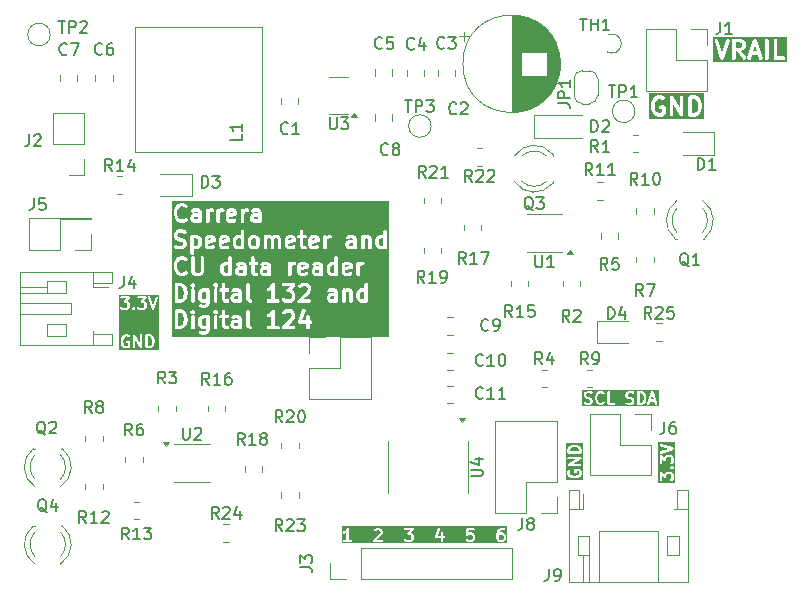
<source format=gbr>
%TF.GenerationSoftware,KiCad,Pcbnew,8.0.9-8.0.9-0~ubuntu24.04.1*%
%TF.CreationDate,2025-03-05T09:12:54+01:00*%
%TF.ProjectId,SpeedometerV1,53706565-646f-46d6-9574-657256312e6b,V2*%
%TF.SameCoordinates,Original*%
%TF.FileFunction,Legend,Top*%
%TF.FilePolarity,Positive*%
%FSLAX46Y46*%
G04 Gerber Fmt 4.6, Leading zero omitted, Abs format (unit mm)*
G04 Created by KiCad (PCBNEW 8.0.9-8.0.9-0~ubuntu24.04.1) date 2025-03-05 09:12:54*
%MOMM*%
%LPD*%
G01*
G04 APERTURE LIST*
%ADD10C,0.200000*%
%ADD11C,0.300000*%
%ADD12C,0.150000*%
%ADD13C,0.120000*%
%ADD14C,0.100000*%
G04 APERTURE END LIST*
D10*
G36*
X90953330Y-75334754D02*
G01*
X89531108Y-75334754D01*
X89531108Y-74506517D01*
X89642219Y-74506517D01*
X89642219Y-75125564D01*
X89644140Y-75145073D01*
X89659072Y-75181121D01*
X89686662Y-75208711D01*
X89722710Y-75223643D01*
X89761728Y-75223643D01*
X89797776Y-75208711D01*
X89825366Y-75181121D01*
X89840298Y-75145073D01*
X89842219Y-75125564D01*
X89842219Y-74726893D01*
X90057321Y-74915108D01*
X90065754Y-74921137D01*
X90067614Y-74922997D01*
X90069377Y-74923727D01*
X90073268Y-74926509D01*
X90088656Y-74931713D01*
X90103662Y-74937929D01*
X90107036Y-74937929D01*
X90110229Y-74939009D01*
X90126432Y-74937929D01*
X90142680Y-74937929D01*
X90145795Y-74936638D01*
X90149161Y-74936414D01*
X90163726Y-74929211D01*
X90178728Y-74922997D01*
X90181111Y-74920613D01*
X90184136Y-74919118D01*
X90194840Y-74906884D01*
X90206318Y-74895407D01*
X90207607Y-74892293D01*
X90209830Y-74889754D01*
X90215035Y-74874362D01*
X90221250Y-74859359D01*
X90221718Y-74854599D01*
X90222330Y-74852792D01*
X90222155Y-74850167D01*
X90223171Y-74839850D01*
X90223171Y-74720600D01*
X90252976Y-74660990D01*
X90277644Y-74636321D01*
X90337254Y-74606517D01*
X90528135Y-74606517D01*
X90587746Y-74636323D01*
X90612414Y-74660990D01*
X90642219Y-74720600D01*
X90642219Y-74959100D01*
X90612414Y-75018709D01*
X90576270Y-75054853D01*
X90563833Y-75070006D01*
X90548902Y-75106054D01*
X90548901Y-75145072D01*
X90563832Y-75181121D01*
X90591422Y-75208711D01*
X90627470Y-75223642D01*
X90666488Y-75223643D01*
X90702537Y-75208712D01*
X90717690Y-75196275D01*
X90765310Y-75148657D01*
X90771603Y-75140988D01*
X90773600Y-75139257D01*
X90775493Y-75136248D01*
X90777747Y-75133503D01*
X90778757Y-75131062D01*
X90784043Y-75122666D01*
X90831662Y-75027429D01*
X90838668Y-75009120D01*
X90838922Y-75005536D01*
X90840298Y-75002216D01*
X90842219Y-74982707D01*
X90842219Y-74696993D01*
X90840298Y-74677484D01*
X90838922Y-74674163D01*
X90838668Y-74670580D01*
X90831662Y-74652271D01*
X90784043Y-74557034D01*
X90778757Y-74548637D01*
X90777747Y-74546197D01*
X90775493Y-74543451D01*
X90773600Y-74540443D01*
X90771603Y-74538711D01*
X90765310Y-74531043D01*
X90717690Y-74483425D01*
X90710020Y-74477130D01*
X90708291Y-74475136D01*
X90705286Y-74473244D01*
X90702537Y-74470988D01*
X90700093Y-74469976D01*
X90691701Y-74464693D01*
X90596463Y-74417074D01*
X90578155Y-74410068D01*
X90574571Y-74409813D01*
X90571251Y-74408438D01*
X90551742Y-74406517D01*
X90313647Y-74406517D01*
X90294138Y-74408438D01*
X90290817Y-74409813D01*
X90287234Y-74410068D01*
X90268925Y-74417074D01*
X90173688Y-74464693D01*
X90165291Y-74469978D01*
X90162851Y-74470989D01*
X90160105Y-74473242D01*
X90157097Y-74475136D01*
X90155364Y-74477133D01*
X90147698Y-74483426D01*
X90100079Y-74531044D01*
X90093784Y-74538714D01*
X90091790Y-74540444D01*
X90089896Y-74543451D01*
X90087643Y-74546198D01*
X90086632Y-74548637D01*
X90081347Y-74557034D01*
X90041923Y-74635881D01*
X89808069Y-74431259D01*
X89799635Y-74425229D01*
X89797776Y-74423370D01*
X89796012Y-74422639D01*
X89792122Y-74419858D01*
X89776733Y-74414653D01*
X89761728Y-74408438D01*
X89758354Y-74408438D01*
X89755161Y-74407358D01*
X89738958Y-74408438D01*
X89722710Y-74408438D01*
X89719594Y-74409728D01*
X89716229Y-74409953D01*
X89701668Y-74417153D01*
X89686662Y-74423370D01*
X89684277Y-74425754D01*
X89681254Y-74427250D01*
X89670556Y-74439475D01*
X89659072Y-74450960D01*
X89657781Y-74454074D01*
X89655560Y-74456614D01*
X89650355Y-74472002D01*
X89644140Y-74487008D01*
X89643671Y-74491767D01*
X89643060Y-74493575D01*
X89643234Y-74496199D01*
X89642219Y-74506517D01*
X89531108Y-74506517D01*
X89531108Y-74058436D01*
X90548901Y-74058436D01*
X90548901Y-74097454D01*
X90550385Y-74101037D01*
X90563832Y-74133502D01*
X90563833Y-74133503D01*
X90576270Y-74148656D01*
X90623890Y-74196275D01*
X90639043Y-74208712D01*
X90664533Y-74219269D01*
X90675091Y-74223643D01*
X90675092Y-74223643D01*
X90714109Y-74223643D01*
X90735226Y-74214895D01*
X90750158Y-74208711D01*
X90750162Y-74208706D01*
X90765311Y-74196275D01*
X90812929Y-74148656D01*
X90825366Y-74133503D01*
X90836735Y-74106055D01*
X90840298Y-74097454D01*
X90840298Y-74058436D01*
X90825366Y-74022388D01*
X90825366Y-74022387D01*
X90812929Y-74007234D01*
X90765311Y-73959615D01*
X90750162Y-73947183D01*
X90750158Y-73947179D01*
X90735226Y-73940994D01*
X90714109Y-73932247D01*
X90675091Y-73932247D01*
X90664533Y-73936620D01*
X90639043Y-73947178D01*
X90623890Y-73959615D01*
X90576270Y-74007234D01*
X90563833Y-74022387D01*
X90563832Y-74022388D01*
X90553274Y-74047878D01*
X90548901Y-74058436D01*
X89531108Y-74058436D01*
X89531108Y-73077946D01*
X89642219Y-73077946D01*
X89642219Y-73696993D01*
X89644140Y-73716502D01*
X89659072Y-73752550D01*
X89686662Y-73780140D01*
X89722710Y-73795072D01*
X89761728Y-73795072D01*
X89797776Y-73780140D01*
X89825366Y-73752550D01*
X89840298Y-73716502D01*
X89842219Y-73696993D01*
X89842219Y-73298322D01*
X90057321Y-73486537D01*
X90065754Y-73492566D01*
X90067614Y-73494426D01*
X90069377Y-73495156D01*
X90073268Y-73497938D01*
X90088656Y-73503142D01*
X90103662Y-73509358D01*
X90107036Y-73509358D01*
X90110229Y-73510438D01*
X90126432Y-73509358D01*
X90142680Y-73509358D01*
X90145795Y-73508067D01*
X90149161Y-73507843D01*
X90163726Y-73500640D01*
X90178728Y-73494426D01*
X90181111Y-73492042D01*
X90184136Y-73490547D01*
X90194840Y-73478313D01*
X90206318Y-73466836D01*
X90207607Y-73463722D01*
X90209830Y-73461183D01*
X90215035Y-73445791D01*
X90221250Y-73430788D01*
X90221718Y-73426028D01*
X90222330Y-73424221D01*
X90222155Y-73421596D01*
X90223171Y-73411279D01*
X90223171Y-73292029D01*
X90252976Y-73232419D01*
X90277644Y-73207750D01*
X90337254Y-73177946D01*
X90528135Y-73177946D01*
X90587746Y-73207752D01*
X90612414Y-73232419D01*
X90642219Y-73292029D01*
X90642219Y-73530529D01*
X90612414Y-73590138D01*
X90576270Y-73626282D01*
X90563833Y-73641435D01*
X90548902Y-73677483D01*
X90548901Y-73716501D01*
X90563832Y-73752550D01*
X90591422Y-73780140D01*
X90627470Y-73795071D01*
X90666488Y-73795072D01*
X90702537Y-73780141D01*
X90717690Y-73767704D01*
X90765310Y-73720086D01*
X90771603Y-73712417D01*
X90773600Y-73710686D01*
X90775493Y-73707677D01*
X90777747Y-73704932D01*
X90778757Y-73702491D01*
X90784043Y-73694095D01*
X90831662Y-73598858D01*
X90838668Y-73580549D01*
X90838922Y-73576965D01*
X90840298Y-73573645D01*
X90842219Y-73554136D01*
X90842219Y-73268422D01*
X90840298Y-73248913D01*
X90838922Y-73245592D01*
X90838668Y-73242009D01*
X90831662Y-73223700D01*
X90784043Y-73128463D01*
X90778757Y-73120066D01*
X90777747Y-73117626D01*
X90775493Y-73114880D01*
X90773600Y-73111872D01*
X90771603Y-73110140D01*
X90765310Y-73102472D01*
X90717690Y-73054854D01*
X90710020Y-73048559D01*
X90708291Y-73046565D01*
X90705286Y-73044673D01*
X90702537Y-73042417D01*
X90700093Y-73041405D01*
X90691701Y-73036122D01*
X90596463Y-72988503D01*
X90578155Y-72981497D01*
X90574571Y-72981242D01*
X90571251Y-72979867D01*
X90551742Y-72977946D01*
X90313647Y-72977946D01*
X90294138Y-72979867D01*
X90290817Y-72981242D01*
X90287234Y-72981497D01*
X90268925Y-72988503D01*
X90173688Y-73036122D01*
X90165291Y-73041407D01*
X90162851Y-73042418D01*
X90160105Y-73044671D01*
X90157097Y-73046565D01*
X90155364Y-73048562D01*
X90147698Y-73054855D01*
X90100079Y-73102473D01*
X90093784Y-73110143D01*
X90091790Y-73111873D01*
X90089896Y-73114880D01*
X90087643Y-73117627D01*
X90086632Y-73120066D01*
X90081347Y-73128463D01*
X90041923Y-73207310D01*
X89808069Y-73002688D01*
X89799635Y-72996658D01*
X89797776Y-72994799D01*
X89796012Y-72994068D01*
X89792122Y-72991287D01*
X89776733Y-72986082D01*
X89761728Y-72979867D01*
X89758354Y-72979867D01*
X89755161Y-72978787D01*
X89738958Y-72979867D01*
X89722710Y-72979867D01*
X89719594Y-72981157D01*
X89716229Y-72981382D01*
X89701668Y-72988582D01*
X89686662Y-72994799D01*
X89684277Y-72997183D01*
X89681254Y-72998679D01*
X89670556Y-73010904D01*
X89659072Y-73022389D01*
X89657781Y-73025503D01*
X89655560Y-73028043D01*
X89650355Y-73043431D01*
X89644140Y-73058437D01*
X89643671Y-73063196D01*
X89643060Y-73065004D01*
X89643234Y-73067628D01*
X89642219Y-73077946D01*
X89531108Y-73077946D01*
X89531108Y-72113058D01*
X89643004Y-72113058D01*
X89645770Y-72151978D01*
X89663220Y-72186877D01*
X89692696Y-72212442D01*
X89710596Y-72220433D01*
X90425991Y-72458898D01*
X89710596Y-72697363D01*
X89692696Y-72705354D01*
X89663220Y-72730919D01*
X89645770Y-72765818D01*
X89643004Y-72804738D01*
X89655342Y-72841754D01*
X89680907Y-72871230D01*
X89715806Y-72888680D01*
X89754726Y-72891446D01*
X89773842Y-72887099D01*
X90773841Y-72553766D01*
X90791742Y-72545775D01*
X90797143Y-72541090D01*
X90803530Y-72537897D01*
X90811742Y-72528428D01*
X90821218Y-72520210D01*
X90824413Y-72513818D01*
X90829095Y-72508421D01*
X90833061Y-72496523D01*
X90838667Y-72485311D01*
X90839173Y-72478186D01*
X90841434Y-72471405D01*
X90840544Y-72458898D01*
X90841434Y-72446391D01*
X90839173Y-72439609D01*
X90838667Y-72432485D01*
X90833061Y-72421272D01*
X90829095Y-72409375D01*
X90824413Y-72403977D01*
X90821218Y-72397586D01*
X90811742Y-72389367D01*
X90803530Y-72379899D01*
X90797143Y-72376705D01*
X90791742Y-72372021D01*
X90773841Y-72364030D01*
X89773842Y-72030697D01*
X89754726Y-72026350D01*
X89715806Y-72029116D01*
X89680907Y-72046566D01*
X89655342Y-72076042D01*
X89643004Y-72113058D01*
X89531108Y-72113058D01*
X89531108Y-71915239D01*
X90953330Y-71915239D01*
X90953330Y-75334754D01*
G37*
G36*
X46544224Y-63002240D02*
G01*
X46611297Y-63069313D01*
X46646749Y-63140218D01*
X46688720Y-63308099D01*
X46688720Y-63426337D01*
X46646749Y-63594218D01*
X46611296Y-63665124D01*
X46544225Y-63732197D01*
X46439160Y-63767219D01*
X46317292Y-63767219D01*
X46317292Y-62967219D01*
X46439160Y-62967219D01*
X46544224Y-63002240D01*
G37*
G36*
X47284760Y-64078330D02*
G01*
X43865245Y-64078330D01*
X43865245Y-63295790D01*
X44022054Y-63295790D01*
X44022054Y-63438647D01*
X44022389Y-63442049D01*
X44022172Y-63443508D01*
X44023251Y-63450805D01*
X44023975Y-63458156D01*
X44024539Y-63459519D01*
X44025040Y-63462901D01*
X44072659Y-63653376D01*
X44073172Y-63654813D01*
X44073224Y-63655536D01*
X44076332Y-63663660D01*
X44079254Y-63671837D01*
X44079684Y-63672417D01*
X44080230Y-63673844D01*
X44127849Y-63769082D01*
X44133131Y-63777474D01*
X44134144Y-63779918D01*
X44136400Y-63782667D01*
X44138292Y-63785672D01*
X44140286Y-63787401D01*
X44146581Y-63795071D01*
X44241819Y-63890311D01*
X44256972Y-63902747D01*
X44260291Y-63904122D01*
X44263007Y-63906477D01*
X44280907Y-63914468D01*
X44423764Y-63962087D01*
X44433436Y-63964286D01*
X44435878Y-63965298D01*
X44439415Y-63965646D01*
X44442879Y-63966434D01*
X44445513Y-63966246D01*
X44455387Y-63967219D01*
X44550625Y-63967219D01*
X44560498Y-63966246D01*
X44563132Y-63966434D01*
X44566595Y-63965646D01*
X44570134Y-63965298D01*
X44572576Y-63964286D01*
X44582248Y-63962087D01*
X44725104Y-63914468D01*
X44743005Y-63906477D01*
X44745720Y-63904122D01*
X44749040Y-63902747D01*
X44764193Y-63890310D01*
X44811812Y-63842690D01*
X44824249Y-63827537D01*
X44839180Y-63791488D01*
X44841101Y-63771980D01*
X44841101Y-63438647D01*
X44839180Y-63419138D01*
X44824248Y-63383090D01*
X44796658Y-63355500D01*
X44760610Y-63340568D01*
X44741101Y-63338647D01*
X44550625Y-63338647D01*
X44531116Y-63340568D01*
X44495068Y-63355500D01*
X44467478Y-63383090D01*
X44452546Y-63419138D01*
X44452546Y-63458156D01*
X44467478Y-63494204D01*
X44495068Y-63521794D01*
X44531116Y-63536726D01*
X44550625Y-63538647D01*
X44641101Y-63538647D01*
X44641101Y-63730559D01*
X44639462Y-63732197D01*
X44534398Y-63767219D01*
X44471613Y-63767219D01*
X44366548Y-63732197D01*
X44299478Y-63665127D01*
X44264024Y-63594218D01*
X44222054Y-63426337D01*
X44222054Y-63308100D01*
X44264024Y-63140218D01*
X44299477Y-63069312D01*
X44366549Y-63002240D01*
X44471613Y-62967219D01*
X44574637Y-62967219D01*
X44648760Y-63004281D01*
X44667069Y-63011287D01*
X44705989Y-63014053D01*
X44743005Y-63001714D01*
X44772482Y-62976149D01*
X44789931Y-62941251D01*
X44792696Y-62902331D01*
X44780993Y-62867219D01*
X45069673Y-62867219D01*
X45069673Y-63867219D01*
X45071594Y-63886728D01*
X45086526Y-63922776D01*
X45114116Y-63950366D01*
X45150164Y-63965298D01*
X45189182Y-63965298D01*
X45225230Y-63950366D01*
X45252820Y-63922776D01*
X45267752Y-63886728D01*
X45269673Y-63867219D01*
X45269673Y-63243775D01*
X45654277Y-63916833D01*
X45657195Y-63920943D01*
X45657954Y-63922776D01*
X45659820Y-63924642D01*
X45665624Y-63932818D01*
X45676140Y-63940962D01*
X45685544Y-63950366D01*
X45691431Y-63952804D01*
X45696473Y-63956709D01*
X45709305Y-63960208D01*
X45721592Y-63965298D01*
X45727968Y-63965298D01*
X45734117Y-63966975D01*
X45747310Y-63965298D01*
X45760610Y-63965298D01*
X45766498Y-63962858D01*
X45772823Y-63962055D01*
X45784372Y-63955454D01*
X45796658Y-63950366D01*
X45801165Y-63945858D01*
X45806700Y-63942696D01*
X45814844Y-63932179D01*
X45824248Y-63922776D01*
X45826686Y-63916888D01*
X45830591Y-63911847D01*
X45834090Y-63899014D01*
X45839180Y-63886728D01*
X45840162Y-63876750D01*
X45840857Y-63874204D01*
X45840606Y-63872236D01*
X45841101Y-63867219D01*
X45841101Y-62867219D01*
X46117292Y-62867219D01*
X46117292Y-63867219D01*
X46119213Y-63886728D01*
X46134145Y-63922776D01*
X46161735Y-63950366D01*
X46197783Y-63965298D01*
X46217292Y-63967219D01*
X46455387Y-63967219D01*
X46465260Y-63966246D01*
X46467894Y-63966434D01*
X46471357Y-63965646D01*
X46474896Y-63965298D01*
X46477338Y-63964286D01*
X46487010Y-63962087D01*
X46629866Y-63914468D01*
X46647767Y-63906477D01*
X46650482Y-63904122D01*
X46653802Y-63902747D01*
X46668955Y-63890310D01*
X46764193Y-63795071D01*
X46770485Y-63787404D01*
X46772482Y-63785673D01*
X46774375Y-63782665D01*
X46776630Y-63779918D01*
X46777641Y-63777476D01*
X46782925Y-63769082D01*
X46830544Y-63673845D01*
X46831090Y-63672416D01*
X46831520Y-63671837D01*
X46834441Y-63663660D01*
X46837550Y-63655536D01*
X46837601Y-63654815D01*
X46838115Y-63653377D01*
X46885734Y-63462901D01*
X46886234Y-63459519D01*
X46886799Y-63458156D01*
X46887522Y-63450805D01*
X46888602Y-63443508D01*
X46888384Y-63442049D01*
X46888720Y-63438647D01*
X46888720Y-63295790D01*
X46888384Y-63292387D01*
X46888602Y-63290929D01*
X46887522Y-63283631D01*
X46886799Y-63276281D01*
X46886234Y-63274917D01*
X46885734Y-63271536D01*
X46838115Y-63081060D01*
X46837601Y-63079621D01*
X46837550Y-63078901D01*
X46834441Y-63070776D01*
X46831520Y-63062600D01*
X46831090Y-63062020D01*
X46830544Y-63060592D01*
X46782925Y-62965355D01*
X46777638Y-62956956D01*
X46776629Y-62954519D01*
X46774377Y-62951775D01*
X46772482Y-62948764D01*
X46770484Y-62947031D01*
X46764193Y-62939365D01*
X46668955Y-62844127D01*
X46653801Y-62831691D01*
X46650482Y-62830316D01*
X46647767Y-62827961D01*
X46629866Y-62819970D01*
X46487010Y-62772351D01*
X46477338Y-62770151D01*
X46474896Y-62769140D01*
X46471357Y-62768791D01*
X46467894Y-62768004D01*
X46465260Y-62768191D01*
X46455387Y-62767219D01*
X46217292Y-62767219D01*
X46197783Y-62769140D01*
X46161735Y-62784072D01*
X46134145Y-62811662D01*
X46119213Y-62847710D01*
X46117292Y-62867219D01*
X45841101Y-62867219D01*
X45839180Y-62847710D01*
X45824248Y-62811662D01*
X45796658Y-62784072D01*
X45760610Y-62769140D01*
X45721592Y-62769140D01*
X45685544Y-62784072D01*
X45657954Y-62811662D01*
X45643022Y-62847710D01*
X45641101Y-62867219D01*
X45641101Y-63490662D01*
X45256497Y-62817605D01*
X45253578Y-62813494D01*
X45252820Y-62811662D01*
X45250953Y-62809795D01*
X45245150Y-62801620D01*
X45234635Y-62793477D01*
X45225230Y-62784072D01*
X45219339Y-62781632D01*
X45214301Y-62777730D01*
X45201472Y-62774231D01*
X45189182Y-62769140D01*
X45182807Y-62769140D01*
X45176658Y-62767463D01*
X45163465Y-62769140D01*
X45150164Y-62769140D01*
X45144275Y-62771579D01*
X45137951Y-62772383D01*
X45126401Y-62778983D01*
X45114116Y-62784072D01*
X45109608Y-62788579D01*
X45104074Y-62791742D01*
X45095931Y-62802256D01*
X45086526Y-62811662D01*
X45084086Y-62817552D01*
X45080184Y-62822591D01*
X45076685Y-62835419D01*
X45071594Y-62847710D01*
X45070611Y-62857687D01*
X45069917Y-62860234D01*
X45070167Y-62862201D01*
X45069673Y-62867219D01*
X44780993Y-62867219D01*
X44780358Y-62865315D01*
X44754793Y-62835838D01*
X44738203Y-62825395D01*
X44642965Y-62777776D01*
X44624657Y-62770770D01*
X44621073Y-62770515D01*
X44617753Y-62769140D01*
X44598244Y-62767219D01*
X44455387Y-62767219D01*
X44445513Y-62768191D01*
X44442879Y-62768004D01*
X44439415Y-62768791D01*
X44435878Y-62769140D01*
X44433436Y-62770151D01*
X44423764Y-62772351D01*
X44280907Y-62819970D01*
X44263007Y-62827961D01*
X44260291Y-62830316D01*
X44256973Y-62831691D01*
X44241819Y-62844127D01*
X44146581Y-62939365D01*
X44140286Y-62947035D01*
X44138292Y-62948765D01*
X44136398Y-62951772D01*
X44134145Y-62954519D01*
X44133134Y-62956958D01*
X44127849Y-62965355D01*
X44080230Y-63060593D01*
X44079684Y-63062019D01*
X44079254Y-63062600D01*
X44076332Y-63070776D01*
X44073224Y-63078901D01*
X44073172Y-63079623D01*
X44072659Y-63081061D01*
X44025040Y-63271536D01*
X44024539Y-63274917D01*
X44023975Y-63276281D01*
X44023251Y-63283631D01*
X44022172Y-63290929D01*
X44022389Y-63292387D01*
X44022054Y-63295790D01*
X43865245Y-63295790D01*
X43865245Y-59627822D01*
X43976356Y-59627822D01*
X43976356Y-59666840D01*
X43991288Y-59702888D01*
X44018878Y-59730478D01*
X44054926Y-59745410D01*
X44074435Y-59747331D01*
X44473105Y-59747331D01*
X44284891Y-59962433D01*
X44278861Y-59970866D01*
X44277002Y-59972726D01*
X44276271Y-59974489D01*
X44273490Y-59978380D01*
X44268285Y-59993768D01*
X44262070Y-60008774D01*
X44262070Y-60012147D01*
X44260990Y-60015341D01*
X44262070Y-60031543D01*
X44262070Y-60047792D01*
X44263360Y-60050907D01*
X44263585Y-60054273D01*
X44270785Y-60068833D01*
X44277002Y-60083840D01*
X44279386Y-60086224D01*
X44280882Y-60089248D01*
X44293107Y-60099945D01*
X44304592Y-60111430D01*
X44307706Y-60112720D01*
X44310246Y-60114942D01*
X44325634Y-60120146D01*
X44340640Y-60126362D01*
X44345399Y-60126830D01*
X44347207Y-60127442D01*
X44349831Y-60127267D01*
X44360149Y-60128283D01*
X44479399Y-60128283D01*
X44539008Y-60158088D01*
X44563677Y-60182756D01*
X44593482Y-60242366D01*
X44593482Y-60433247D01*
X44563677Y-60492855D01*
X44539008Y-60517525D01*
X44479399Y-60547331D01*
X44240899Y-60547331D01*
X44181289Y-60517526D01*
X44145146Y-60481382D01*
X44129993Y-60468945D01*
X44093945Y-60454014D01*
X44054927Y-60454013D01*
X44018878Y-60468944D01*
X43991288Y-60496534D01*
X43976357Y-60532582D01*
X43976356Y-60571600D01*
X43991287Y-60607649D01*
X44003724Y-60622802D01*
X44051342Y-60670422D01*
X44059010Y-60676715D01*
X44060742Y-60678712D01*
X44063750Y-60680605D01*
X44066496Y-60682859D01*
X44068936Y-60683869D01*
X44077333Y-60689155D01*
X44172570Y-60736774D01*
X44190879Y-60743780D01*
X44194462Y-60744034D01*
X44197783Y-60745410D01*
X44217292Y-60747331D01*
X44503006Y-60747331D01*
X44522515Y-60745410D01*
X44525835Y-60744034D01*
X44529419Y-60743780D01*
X44547727Y-60736774D01*
X44642965Y-60689155D01*
X44651360Y-60683870D01*
X44653802Y-60682859D01*
X44656549Y-60680603D01*
X44659555Y-60678712D01*
X44661285Y-60676717D01*
X44668955Y-60670422D01*
X44716574Y-60622802D01*
X44722866Y-60615135D01*
X44724863Y-60613404D01*
X44726756Y-60610396D01*
X44729011Y-60607649D01*
X44730022Y-60605207D01*
X44735306Y-60596813D01*
X44743611Y-60580203D01*
X44976356Y-60580203D01*
X44976356Y-60619221D01*
X44982819Y-60634823D01*
X44991288Y-60655270D01*
X44991292Y-60655274D01*
X45003724Y-60670423D01*
X45051343Y-60718041D01*
X45066496Y-60730478D01*
X45075499Y-60734207D01*
X45102545Y-60745410D01*
X45141563Y-60745410D01*
X45177611Y-60730478D01*
X45192765Y-60718042D01*
X45240383Y-60670423D01*
X45252820Y-60655270D01*
X45259572Y-60638968D01*
X45267751Y-60619222D01*
X45267752Y-60580204D01*
X45252821Y-60544155D01*
X45240384Y-60529002D01*
X45192765Y-60481382D01*
X45177612Y-60468945D01*
X45162680Y-60462760D01*
X45141563Y-60454013D01*
X45102545Y-60454013D01*
X45091987Y-60458386D01*
X45066497Y-60468944D01*
X45066496Y-60468945D01*
X45051342Y-60481382D01*
X45003724Y-60529002D01*
X44991287Y-60544155D01*
X44981274Y-60568331D01*
X44976356Y-60580203D01*
X44743611Y-60580203D01*
X44782925Y-60501576D01*
X44789931Y-60483267D01*
X44790185Y-60479683D01*
X44791561Y-60476363D01*
X44793482Y-60456854D01*
X44793482Y-60218759D01*
X44791561Y-60199250D01*
X44790185Y-60195929D01*
X44789931Y-60192346D01*
X44782925Y-60174037D01*
X44735306Y-60078800D01*
X44730020Y-60070403D01*
X44729010Y-60067963D01*
X44726756Y-60065217D01*
X44724863Y-60062209D01*
X44722865Y-60060476D01*
X44716573Y-60052810D01*
X44668955Y-60005191D01*
X44661284Y-59998896D01*
X44659555Y-59996902D01*
X44656547Y-59995008D01*
X44653801Y-59992755D01*
X44651361Y-59991744D01*
X44642965Y-59986459D01*
X44564117Y-59947035D01*
X44768740Y-59713181D01*
X44774769Y-59704747D01*
X44776629Y-59702888D01*
X44777359Y-59701124D01*
X44780141Y-59697234D01*
X44785345Y-59681845D01*
X44791561Y-59666840D01*
X44791561Y-59663466D01*
X44792641Y-59660273D01*
X44791561Y-59644070D01*
X44791561Y-59627822D01*
X45404927Y-59627822D01*
X45404927Y-59666840D01*
X45419859Y-59702888D01*
X45447449Y-59730478D01*
X45483497Y-59745410D01*
X45503006Y-59747331D01*
X45901676Y-59747331D01*
X45713462Y-59962433D01*
X45707432Y-59970866D01*
X45705573Y-59972726D01*
X45704842Y-59974489D01*
X45702061Y-59978380D01*
X45696856Y-59993768D01*
X45690641Y-60008774D01*
X45690641Y-60012147D01*
X45689561Y-60015341D01*
X45690641Y-60031543D01*
X45690641Y-60047792D01*
X45691931Y-60050907D01*
X45692156Y-60054273D01*
X45699356Y-60068833D01*
X45705573Y-60083840D01*
X45707957Y-60086224D01*
X45709453Y-60089248D01*
X45721678Y-60099945D01*
X45733163Y-60111430D01*
X45736277Y-60112720D01*
X45738817Y-60114942D01*
X45754205Y-60120146D01*
X45769211Y-60126362D01*
X45773970Y-60126830D01*
X45775778Y-60127442D01*
X45778402Y-60127267D01*
X45788720Y-60128283D01*
X45907970Y-60128283D01*
X45967579Y-60158088D01*
X45992248Y-60182756D01*
X46022053Y-60242366D01*
X46022053Y-60433247D01*
X45992248Y-60492855D01*
X45967579Y-60517525D01*
X45907970Y-60547331D01*
X45669470Y-60547331D01*
X45609860Y-60517526D01*
X45573717Y-60481382D01*
X45558564Y-60468945D01*
X45522516Y-60454014D01*
X45483498Y-60454013D01*
X45447449Y-60468944D01*
X45419859Y-60496534D01*
X45404928Y-60532582D01*
X45404927Y-60571600D01*
X45419858Y-60607649D01*
X45432295Y-60622802D01*
X45479913Y-60670422D01*
X45487581Y-60676715D01*
X45489313Y-60678712D01*
X45492321Y-60680605D01*
X45495067Y-60682859D01*
X45497507Y-60683869D01*
X45505904Y-60689155D01*
X45601141Y-60736774D01*
X45619450Y-60743780D01*
X45623033Y-60744034D01*
X45626354Y-60745410D01*
X45645863Y-60747331D01*
X45931577Y-60747331D01*
X45951086Y-60745410D01*
X45954406Y-60744034D01*
X45957990Y-60743780D01*
X45976298Y-60736774D01*
X46071536Y-60689155D01*
X46079931Y-60683870D01*
X46082373Y-60682859D01*
X46085120Y-60680603D01*
X46088126Y-60678712D01*
X46089856Y-60676717D01*
X46097526Y-60670422D01*
X46145145Y-60622802D01*
X46151437Y-60615135D01*
X46153434Y-60613404D01*
X46155327Y-60610396D01*
X46157582Y-60607649D01*
X46158593Y-60605207D01*
X46163877Y-60596813D01*
X46211496Y-60501576D01*
X46218502Y-60483267D01*
X46218756Y-60479683D01*
X46220132Y-60476363D01*
X46222053Y-60456854D01*
X46222053Y-60218759D01*
X46220132Y-60199250D01*
X46218756Y-60195929D01*
X46218502Y-60192346D01*
X46211496Y-60174037D01*
X46163877Y-60078800D01*
X46158591Y-60070403D01*
X46157581Y-60067963D01*
X46155327Y-60065217D01*
X46153434Y-60062209D01*
X46151436Y-60060476D01*
X46145144Y-60052810D01*
X46097526Y-60005191D01*
X46089855Y-59998896D01*
X46088126Y-59996902D01*
X46085118Y-59995008D01*
X46082372Y-59992755D01*
X46079932Y-59991744D01*
X46071536Y-59986459D01*
X45992688Y-59947035D01*
X46197311Y-59713181D01*
X46203340Y-59704747D01*
X46205200Y-59702888D01*
X46205930Y-59701124D01*
X46208712Y-59697234D01*
X46213916Y-59681845D01*
X46220132Y-59666840D01*
X46220132Y-59663466D01*
X46221212Y-59660273D01*
X46221183Y-59659838D01*
X46308553Y-59659838D01*
X46312900Y-59678954D01*
X46646233Y-60678953D01*
X46654224Y-60696854D01*
X46658907Y-60702253D01*
X46662102Y-60708643D01*
X46671573Y-60716858D01*
X46679789Y-60726330D01*
X46686177Y-60729524D01*
X46691578Y-60734208D01*
X46703479Y-60738175D01*
X46714688Y-60743779D01*
X46721812Y-60744285D01*
X46728594Y-60746546D01*
X46741103Y-60745656D01*
X46753608Y-60746546D01*
X46760386Y-60744286D01*
X46767514Y-60743780D01*
X46778730Y-60738171D01*
X46790624Y-60734207D01*
X46796021Y-60729526D01*
X46802413Y-60726330D01*
X46810631Y-60716854D01*
X46820100Y-60708642D01*
X46823293Y-60702255D01*
X46827978Y-60696854D01*
X46835969Y-60678954D01*
X47169302Y-59678954D01*
X47173649Y-59659839D01*
X47170883Y-59620919D01*
X47153433Y-59586020D01*
X47123957Y-59560455D01*
X47086941Y-59548116D01*
X47048021Y-59550883D01*
X47013122Y-59568332D01*
X46987557Y-59597808D01*
X46979566Y-59615709D01*
X46741101Y-60331103D01*
X46502636Y-59615708D01*
X46494645Y-59597808D01*
X46469080Y-59568332D01*
X46434181Y-59550882D01*
X46395261Y-59548116D01*
X46358245Y-59560454D01*
X46328769Y-59586019D01*
X46311319Y-59620918D01*
X46308553Y-59659838D01*
X46221183Y-59659838D01*
X46220132Y-59644070D01*
X46220132Y-59627822D01*
X46218841Y-59624706D01*
X46218617Y-59621341D01*
X46211414Y-59606775D01*
X46205200Y-59591774D01*
X46202816Y-59589390D01*
X46201321Y-59586366D01*
X46189087Y-59575661D01*
X46177610Y-59564184D01*
X46174496Y-59562894D01*
X46171957Y-59560672D01*
X46156565Y-59555466D01*
X46141562Y-59549252D01*
X46136802Y-59548783D01*
X46134995Y-59548172D01*
X46132370Y-59548346D01*
X46122053Y-59547331D01*
X45503006Y-59547331D01*
X45483497Y-59549252D01*
X45447449Y-59564184D01*
X45419859Y-59591774D01*
X45404927Y-59627822D01*
X44791561Y-59627822D01*
X44790270Y-59624706D01*
X44790046Y-59621341D01*
X44782843Y-59606775D01*
X44776629Y-59591774D01*
X44774245Y-59589390D01*
X44772750Y-59586366D01*
X44760516Y-59575661D01*
X44749039Y-59564184D01*
X44745925Y-59562894D01*
X44743386Y-59560672D01*
X44727994Y-59555466D01*
X44712991Y-59549252D01*
X44708231Y-59548783D01*
X44706424Y-59548172D01*
X44703799Y-59548346D01*
X44693482Y-59547331D01*
X44074435Y-59547331D01*
X44054926Y-59549252D01*
X44018878Y-59564184D01*
X43991288Y-59591774D01*
X43976356Y-59627822D01*
X43865245Y-59627822D01*
X43865245Y-59436220D01*
X47284760Y-59436220D01*
X47284760Y-64078330D01*
G37*
D11*
G36*
X92716340Y-42903361D02*
G01*
X92816947Y-43003968D01*
X92870126Y-43110327D01*
X92933082Y-43362148D01*
X92933082Y-43539507D01*
X92870126Y-43791328D01*
X92816947Y-43897688D01*
X92716341Y-43998294D01*
X92558739Y-44050828D01*
X92375939Y-44050828D01*
X92375939Y-42850828D01*
X92558742Y-42850828D01*
X92716340Y-42903361D01*
G37*
G36*
X93399749Y-44517495D02*
G01*
X88766415Y-44517495D01*
X88766415Y-43343685D01*
X88933082Y-43343685D01*
X88933082Y-43557971D01*
X88933584Y-43563074D01*
X88933259Y-43565262D01*
X88934878Y-43576212D01*
X88935964Y-43587235D01*
X88936811Y-43589279D01*
X88937561Y-43594351D01*
X89008989Y-43880065D01*
X89009760Y-43882223D01*
X89009837Y-43883304D01*
X89014495Y-43895478D01*
X89018882Y-43907756D01*
X89019526Y-43908626D01*
X89020346Y-43910767D01*
X89091775Y-44053624D01*
X89099702Y-44066217D01*
X89101218Y-44069877D01*
X89104599Y-44073996D01*
X89107440Y-44078510D01*
X89110433Y-44081106D01*
X89119873Y-44092608D01*
X89262730Y-44235466D01*
X89285460Y-44254121D01*
X89290439Y-44256183D01*
X89294511Y-44259715D01*
X89321362Y-44271703D01*
X89535648Y-44343131D01*
X89550160Y-44346430D01*
X89553818Y-44347946D01*
X89559120Y-44348468D01*
X89564322Y-44349651D01*
X89568276Y-44349369D01*
X89583082Y-44350828D01*
X89725939Y-44350828D01*
X89740744Y-44349369D01*
X89744699Y-44349651D01*
X89749900Y-44348468D01*
X89755203Y-44347946D01*
X89758860Y-44346430D01*
X89773373Y-44343131D01*
X89987659Y-44271703D01*
X90014510Y-44259715D01*
X90018583Y-44256181D01*
X90023561Y-44254120D01*
X90046292Y-44235465D01*
X90117720Y-44164036D01*
X90136374Y-44141306D01*
X90156545Y-44092608D01*
X90158771Y-44087235D01*
X90161653Y-44057971D01*
X90161653Y-43557971D01*
X90158771Y-43528707D01*
X90136373Y-43474635D01*
X90094989Y-43433251D01*
X90040917Y-43410853D01*
X90011653Y-43407971D01*
X89725939Y-43407971D01*
X89696675Y-43410853D01*
X89642603Y-43433251D01*
X89601219Y-43474635D01*
X89578821Y-43528707D01*
X89578821Y-43587235D01*
X89601219Y-43641307D01*
X89642603Y-43682691D01*
X89696675Y-43705089D01*
X89725939Y-43707971D01*
X89861653Y-43707971D01*
X89861653Y-43995839D01*
X89859198Y-43998294D01*
X89701596Y-44050828D01*
X89607425Y-44050828D01*
X89449822Y-43998294D01*
X89349217Y-43897688D01*
X89296036Y-43791328D01*
X89233082Y-43539507D01*
X89233082Y-43362148D01*
X89296036Y-43110327D01*
X89349217Y-43003967D01*
X89449823Y-42903361D01*
X89607425Y-42850828D01*
X89761958Y-42850828D01*
X89873142Y-42906421D01*
X89900606Y-42916930D01*
X89958986Y-42921079D01*
X90014508Y-42902572D01*
X90058724Y-42864225D01*
X90084898Y-42811876D01*
X90089047Y-42753496D01*
X90071491Y-42700828D01*
X90504510Y-42700828D01*
X90504510Y-44200828D01*
X90507392Y-44230092D01*
X90529790Y-44284164D01*
X90571174Y-44325548D01*
X90625246Y-44347946D01*
X90683774Y-44347946D01*
X90737846Y-44325548D01*
X90779230Y-44284164D01*
X90801628Y-44230092D01*
X90804510Y-44200828D01*
X90804510Y-43265661D01*
X91381417Y-44275249D01*
X91385794Y-44281416D01*
X91386933Y-44284164D01*
X91389732Y-44286963D01*
X91398438Y-44299227D01*
X91414211Y-44311442D01*
X91428317Y-44325548D01*
X91437150Y-44329206D01*
X91444712Y-44335063D01*
X91463960Y-44340312D01*
X91482389Y-44347946D01*
X91491951Y-44347946D01*
X91501176Y-44350462D01*
X91520967Y-44347946D01*
X91540917Y-44347946D01*
X91549750Y-44344286D01*
X91559236Y-44343081D01*
X91576558Y-44333182D01*
X91594989Y-44325548D01*
X91601749Y-44318787D01*
X91610052Y-44314043D01*
X91622265Y-44298271D01*
X91636373Y-44284164D01*
X91640032Y-44275328D01*
X91645887Y-44267769D01*
X91651135Y-44248524D01*
X91658771Y-44230092D01*
X91660244Y-44215127D01*
X91661287Y-44211306D01*
X91660911Y-44208354D01*
X91661653Y-44200828D01*
X91661653Y-42700828D01*
X92075939Y-42700828D01*
X92075939Y-44200828D01*
X92078821Y-44230092D01*
X92101219Y-44284164D01*
X92142603Y-44325548D01*
X92196675Y-44347946D01*
X92225939Y-44350828D01*
X92583082Y-44350828D01*
X92597887Y-44349369D01*
X92601842Y-44349651D01*
X92607043Y-44348468D01*
X92612346Y-44347946D01*
X92616003Y-44346430D01*
X92630516Y-44343131D01*
X92844802Y-44271703D01*
X92871653Y-44259715D01*
X92875724Y-44256183D01*
X92880704Y-44254121D01*
X92903434Y-44235466D01*
X93046291Y-44092608D01*
X93055729Y-44081106D01*
X93058724Y-44078510D01*
X93061564Y-44073996D01*
X93064946Y-44069877D01*
X93066461Y-44066217D01*
X93074389Y-44053624D01*
X93145818Y-43910768D01*
X93146637Y-43908625D01*
X93147282Y-43907756D01*
X93151666Y-43895484D01*
X93156327Y-43883304D01*
X93156403Y-43882223D01*
X93157175Y-43880065D01*
X93228603Y-43594351D01*
X93229352Y-43589279D01*
X93230200Y-43587235D01*
X93231285Y-43576212D01*
X93232905Y-43565262D01*
X93232579Y-43563074D01*
X93233082Y-43557971D01*
X93233082Y-43343685D01*
X93232579Y-43338581D01*
X93232905Y-43336394D01*
X93231285Y-43325443D01*
X93230200Y-43314421D01*
X93229352Y-43312376D01*
X93228603Y-43307305D01*
X93157175Y-43021591D01*
X93156403Y-43019432D01*
X93156327Y-43018352D01*
X93151666Y-43006171D01*
X93147282Y-42993900D01*
X93146637Y-42993030D01*
X93145818Y-42990888D01*
X93074389Y-42848032D01*
X93066462Y-42835440D01*
X93064946Y-42831778D01*
X93061562Y-42827655D01*
X93058724Y-42823146D01*
X93055731Y-42820550D01*
X93046291Y-42809048D01*
X92903434Y-42666191D01*
X92880703Y-42647536D01*
X92875723Y-42645473D01*
X92871653Y-42641943D01*
X92844802Y-42629954D01*
X92630516Y-42558526D01*
X92616008Y-42555227D01*
X92612346Y-42553710D01*
X92607037Y-42553187D01*
X92601843Y-42552006D01*
X92597893Y-42552286D01*
X92583082Y-42550828D01*
X92225939Y-42550828D01*
X92196675Y-42553710D01*
X92142603Y-42576108D01*
X92101219Y-42617492D01*
X92078821Y-42671564D01*
X92075939Y-42700828D01*
X91661653Y-42700828D01*
X91658771Y-42671564D01*
X91636373Y-42617492D01*
X91594989Y-42576108D01*
X91540917Y-42553710D01*
X91482389Y-42553710D01*
X91428317Y-42576108D01*
X91386933Y-42617492D01*
X91364535Y-42671564D01*
X91361653Y-42700828D01*
X91361653Y-43635992D01*
X90784746Y-42626407D01*
X90780368Y-42620239D01*
X90779230Y-42617492D01*
X90776430Y-42614692D01*
X90767725Y-42602429D01*
X90751953Y-42590215D01*
X90737846Y-42576108D01*
X90729010Y-42572448D01*
X90721451Y-42566594D01*
X90702206Y-42561345D01*
X90683774Y-42553710D01*
X90674212Y-42553710D01*
X90664987Y-42551194D01*
X90645196Y-42553710D01*
X90625246Y-42553710D01*
X90616412Y-42557369D01*
X90606927Y-42558575D01*
X90589604Y-42568473D01*
X90571174Y-42576108D01*
X90564413Y-42582868D01*
X90556111Y-42587613D01*
X90543897Y-42603384D01*
X90529790Y-42617492D01*
X90526130Y-42626327D01*
X90520276Y-42633887D01*
X90515027Y-42653131D01*
X90507392Y-42671564D01*
X90505918Y-42686530D01*
X90504876Y-42690351D01*
X90505251Y-42693302D01*
X90504510Y-42700828D01*
X90071491Y-42700828D01*
X90070539Y-42697973D01*
X90032193Y-42653758D01*
X90007307Y-42638093D01*
X89864450Y-42566664D01*
X89836987Y-42556155D01*
X89831612Y-42555773D01*
X89826632Y-42553710D01*
X89797368Y-42550828D01*
X89583082Y-42550828D01*
X89568270Y-42552286D01*
X89564321Y-42552006D01*
X89559126Y-42553187D01*
X89553818Y-42553710D01*
X89550156Y-42555226D01*
X89535647Y-42558526D01*
X89321362Y-42629955D01*
X89294511Y-42641943D01*
X89290441Y-42645472D01*
X89285460Y-42647536D01*
X89262730Y-42666191D01*
X89119873Y-42809048D01*
X89110433Y-42820549D01*
X89107440Y-42823146D01*
X89104599Y-42827659D01*
X89101218Y-42831779D01*
X89099702Y-42835438D01*
X89091775Y-42848032D01*
X89020346Y-42990889D01*
X89019526Y-42993029D01*
X89018882Y-42993900D01*
X89014495Y-43006177D01*
X89009837Y-43018352D01*
X89009760Y-43019432D01*
X89008989Y-43021591D01*
X88937561Y-43307305D01*
X88936811Y-43312376D01*
X88935964Y-43314421D01*
X88934878Y-43325443D01*
X88933259Y-43336394D01*
X88933584Y-43338581D01*
X88933082Y-43343685D01*
X88766415Y-43343685D01*
X88766415Y-42384161D01*
X93399749Y-42384161D01*
X93399749Y-44517495D01*
G37*
D10*
G36*
X88172796Y-67802240D02*
G01*
X88239869Y-67869313D01*
X88275321Y-67940218D01*
X88317292Y-68108099D01*
X88317292Y-68226337D01*
X88275321Y-68394218D01*
X88239868Y-68465124D01*
X88172797Y-68532197D01*
X88067732Y-68567219D01*
X87945864Y-68567219D01*
X87945864Y-67767219D01*
X88067732Y-67767219D01*
X88172796Y-67802240D01*
G37*
G36*
X89135693Y-68281504D02*
G01*
X88936988Y-68281504D01*
X89036340Y-67983446D01*
X89135693Y-68281504D01*
G37*
G36*
X89579999Y-68878330D02*
G01*
X83110943Y-68878330D01*
X83110943Y-67857695D01*
X83222054Y-67857695D01*
X83222054Y-67952933D01*
X83223975Y-67972442D01*
X83225350Y-67975762D01*
X83225605Y-67979346D01*
X83232611Y-67997654D01*
X83280230Y-68092892D01*
X83285515Y-68101288D01*
X83286526Y-68103728D01*
X83288779Y-68106474D01*
X83290673Y-68109482D01*
X83292667Y-68111211D01*
X83298962Y-68118882D01*
X83346581Y-68166500D01*
X83354247Y-68172792D01*
X83355980Y-68174790D01*
X83358988Y-68176683D01*
X83361734Y-68178937D01*
X83364174Y-68179947D01*
X83372571Y-68185233D01*
X83467808Y-68232852D01*
X83469236Y-68233398D01*
X83469816Y-68233828D01*
X83477992Y-68236749D01*
X83486117Y-68239858D01*
X83486837Y-68239909D01*
X83488276Y-68240423D01*
X83668101Y-68285379D01*
X83739008Y-68320833D01*
X83763677Y-68345501D01*
X83793482Y-68405111D01*
X83793482Y-68453135D01*
X83763677Y-68512743D01*
X83739008Y-68537413D01*
X83679399Y-68567219D01*
X83481137Y-68567219D01*
X83353677Y-68524732D01*
X83334561Y-68520385D01*
X83295641Y-68523151D01*
X83260742Y-68540601D01*
X83235177Y-68570077D01*
X83222839Y-68607093D01*
X83225605Y-68646013D01*
X83243055Y-68680912D01*
X83272531Y-68706477D01*
X83290431Y-68714468D01*
X83433288Y-68762087D01*
X83442960Y-68764286D01*
X83445402Y-68765298D01*
X83448939Y-68765646D01*
X83452403Y-68766434D01*
X83455037Y-68766246D01*
X83464911Y-68767219D01*
X83703006Y-68767219D01*
X83722515Y-68765298D01*
X83725835Y-68763922D01*
X83729419Y-68763668D01*
X83747727Y-68756662D01*
X83842965Y-68709043D01*
X83851360Y-68703758D01*
X83853802Y-68702747D01*
X83856549Y-68700491D01*
X83859555Y-68698600D01*
X83861285Y-68696605D01*
X83868955Y-68690310D01*
X83916574Y-68642690D01*
X83922866Y-68635023D01*
X83924863Y-68633292D01*
X83926756Y-68630284D01*
X83929011Y-68627537D01*
X83930022Y-68625095D01*
X83935306Y-68616701D01*
X83982925Y-68521464D01*
X83989931Y-68503155D01*
X83990185Y-68499571D01*
X83991561Y-68496251D01*
X83993482Y-68476742D01*
X83993482Y-68381504D01*
X83991561Y-68361995D01*
X83990185Y-68358674D01*
X83989931Y-68355091D01*
X83982925Y-68336782D01*
X83935306Y-68241545D01*
X83930020Y-68233148D01*
X83929010Y-68230708D01*
X83926756Y-68227962D01*
X83924863Y-68224954D01*
X83922865Y-68223221D01*
X83916573Y-68215555D01*
X83868955Y-68167936D01*
X83861284Y-68161641D01*
X83859555Y-68159647D01*
X83856547Y-68157753D01*
X83853801Y-68155500D01*
X83851361Y-68154489D01*
X83842965Y-68149204D01*
X83747727Y-68101585D01*
X83746300Y-68101039D01*
X83745720Y-68100609D01*
X83737543Y-68097687D01*
X83732584Y-68095790D01*
X84174435Y-68095790D01*
X84174435Y-68238647D01*
X84174770Y-68242049D01*
X84174553Y-68243508D01*
X84175632Y-68250805D01*
X84176356Y-68258156D01*
X84176920Y-68259519D01*
X84177421Y-68262901D01*
X84225040Y-68453376D01*
X84225553Y-68454813D01*
X84225605Y-68455536D01*
X84228713Y-68463660D01*
X84231635Y-68471837D01*
X84232065Y-68472417D01*
X84232611Y-68473844D01*
X84280230Y-68569082D01*
X84285512Y-68577474D01*
X84286525Y-68579918D01*
X84288781Y-68582667D01*
X84290673Y-68585672D01*
X84292667Y-68587401D01*
X84298962Y-68595071D01*
X84394200Y-68690311D01*
X84409353Y-68702747D01*
X84412672Y-68704122D01*
X84415388Y-68706477D01*
X84433288Y-68714468D01*
X84576145Y-68762087D01*
X84585817Y-68764286D01*
X84588259Y-68765298D01*
X84591796Y-68765646D01*
X84595260Y-68766434D01*
X84597894Y-68766246D01*
X84607768Y-68767219D01*
X84703006Y-68767219D01*
X84712879Y-68766246D01*
X84715513Y-68766434D01*
X84718976Y-68765646D01*
X84722515Y-68765298D01*
X84724957Y-68764286D01*
X84734629Y-68762087D01*
X84877485Y-68714468D01*
X84895386Y-68706477D01*
X84898101Y-68704122D01*
X84901421Y-68702747D01*
X84916574Y-68690310D01*
X84964193Y-68642690D01*
X84976630Y-68627537D01*
X84991561Y-68591488D01*
X84991560Y-68552470D01*
X84976629Y-68516422D01*
X84949038Y-68488832D01*
X84912990Y-68473901D01*
X84873972Y-68473902D01*
X84837924Y-68488833D01*
X84822770Y-68501270D01*
X84791843Y-68532197D01*
X84686779Y-68567219D01*
X84623994Y-68567219D01*
X84518929Y-68532197D01*
X84451859Y-68465127D01*
X84416405Y-68394218D01*
X84374435Y-68226337D01*
X84374435Y-68108100D01*
X84416405Y-67940218D01*
X84451858Y-67869312D01*
X84518930Y-67802240D01*
X84623994Y-67767219D01*
X84686779Y-67767219D01*
X84791844Y-67802240D01*
X84822771Y-67833167D01*
X84837924Y-67845604D01*
X84873973Y-67860535D01*
X84912991Y-67860535D01*
X84949039Y-67845604D01*
X84976629Y-67818014D01*
X84991560Y-67781966D01*
X84991560Y-67742948D01*
X84976629Y-67706899D01*
X84964192Y-67691746D01*
X84939666Y-67667219D01*
X85222054Y-67667219D01*
X85222054Y-68667219D01*
X85223975Y-68686728D01*
X85238907Y-68722776D01*
X85266497Y-68750366D01*
X85302545Y-68765298D01*
X85322054Y-68767219D01*
X85798244Y-68767219D01*
X85817753Y-68765298D01*
X85853801Y-68750366D01*
X85881391Y-68722776D01*
X85896323Y-68686728D01*
X85896323Y-68647710D01*
X85881391Y-68611662D01*
X85853801Y-68584072D01*
X85817753Y-68569140D01*
X85798244Y-68567219D01*
X85422054Y-68567219D01*
X85422054Y-67857695D01*
X86745864Y-67857695D01*
X86745864Y-67952933D01*
X86747785Y-67972442D01*
X86749160Y-67975762D01*
X86749415Y-67979346D01*
X86756421Y-67997654D01*
X86804040Y-68092892D01*
X86809325Y-68101288D01*
X86810336Y-68103728D01*
X86812589Y-68106474D01*
X86814483Y-68109482D01*
X86816477Y-68111211D01*
X86822772Y-68118882D01*
X86870391Y-68166500D01*
X86878057Y-68172792D01*
X86879790Y-68174790D01*
X86882798Y-68176683D01*
X86885544Y-68178937D01*
X86887984Y-68179947D01*
X86896381Y-68185233D01*
X86991618Y-68232852D01*
X86993046Y-68233398D01*
X86993626Y-68233828D01*
X87001802Y-68236749D01*
X87009927Y-68239858D01*
X87010647Y-68239909D01*
X87012086Y-68240423D01*
X87191911Y-68285379D01*
X87262818Y-68320833D01*
X87287487Y-68345501D01*
X87317292Y-68405111D01*
X87317292Y-68453135D01*
X87287487Y-68512743D01*
X87262818Y-68537413D01*
X87203209Y-68567219D01*
X87004947Y-68567219D01*
X86877487Y-68524732D01*
X86858371Y-68520385D01*
X86819451Y-68523151D01*
X86784552Y-68540601D01*
X86758987Y-68570077D01*
X86746649Y-68607093D01*
X86749415Y-68646013D01*
X86766865Y-68680912D01*
X86796341Y-68706477D01*
X86814241Y-68714468D01*
X86957098Y-68762087D01*
X86966770Y-68764286D01*
X86969212Y-68765298D01*
X86972749Y-68765646D01*
X86976213Y-68766434D01*
X86978847Y-68766246D01*
X86988721Y-68767219D01*
X87226816Y-68767219D01*
X87246325Y-68765298D01*
X87249645Y-68763922D01*
X87253229Y-68763668D01*
X87271537Y-68756662D01*
X87366775Y-68709043D01*
X87375170Y-68703758D01*
X87377612Y-68702747D01*
X87380359Y-68700491D01*
X87383365Y-68698600D01*
X87385095Y-68696605D01*
X87392765Y-68690310D01*
X87440384Y-68642690D01*
X87446676Y-68635023D01*
X87448673Y-68633292D01*
X87450566Y-68630284D01*
X87452821Y-68627537D01*
X87453832Y-68625095D01*
X87459116Y-68616701D01*
X87506735Y-68521464D01*
X87513741Y-68503155D01*
X87513995Y-68499571D01*
X87515371Y-68496251D01*
X87517292Y-68476742D01*
X87517292Y-68381504D01*
X87515371Y-68361995D01*
X87513995Y-68358674D01*
X87513741Y-68355091D01*
X87506735Y-68336782D01*
X87459116Y-68241545D01*
X87453830Y-68233148D01*
X87452820Y-68230708D01*
X87450566Y-68227962D01*
X87448673Y-68224954D01*
X87446675Y-68223221D01*
X87440383Y-68215555D01*
X87392765Y-68167936D01*
X87385094Y-68161641D01*
X87383365Y-68159647D01*
X87380357Y-68157753D01*
X87377611Y-68155500D01*
X87375171Y-68154489D01*
X87366775Y-68149204D01*
X87271537Y-68101585D01*
X87270110Y-68101039D01*
X87269530Y-68100609D01*
X87261353Y-68097687D01*
X87253229Y-68094579D01*
X87252506Y-68094527D01*
X87251069Y-68094014D01*
X87071244Y-68049057D01*
X87000337Y-68013604D01*
X86975669Y-67988935D01*
X86945864Y-67929325D01*
X86945864Y-67881302D01*
X86975669Y-67821692D01*
X87000337Y-67797023D01*
X87059947Y-67767219D01*
X87258208Y-67767219D01*
X87385669Y-67809706D01*
X87404784Y-67814053D01*
X87443704Y-67811287D01*
X87478603Y-67793837D01*
X87504168Y-67764361D01*
X87516507Y-67727345D01*
X87513740Y-67688425D01*
X87503137Y-67667219D01*
X87745864Y-67667219D01*
X87745864Y-68667219D01*
X87747785Y-68686728D01*
X87762717Y-68722776D01*
X87790307Y-68750366D01*
X87826355Y-68765298D01*
X87845864Y-68767219D01*
X88083959Y-68767219D01*
X88093832Y-68766246D01*
X88096466Y-68766434D01*
X88099929Y-68765646D01*
X88103468Y-68765298D01*
X88105910Y-68764286D01*
X88115582Y-68762087D01*
X88258438Y-68714468D01*
X88276339Y-68706477D01*
X88279054Y-68704122D01*
X88282374Y-68702747D01*
X88297527Y-68690310D01*
X88333125Y-68654712D01*
X88603792Y-68654712D01*
X88606558Y-68693632D01*
X88624008Y-68728531D01*
X88653484Y-68754096D01*
X88690500Y-68766434D01*
X88729420Y-68763668D01*
X88764319Y-68746218D01*
X88789884Y-68716742D01*
X88797875Y-68698842D01*
X88870321Y-68481504D01*
X89202359Y-68481504D01*
X89274805Y-68698841D01*
X89282796Y-68716742D01*
X89308361Y-68746218D01*
X89343260Y-68763667D01*
X89382180Y-68766434D01*
X89419196Y-68754095D01*
X89448672Y-68728530D01*
X89466122Y-68693631D01*
X89468888Y-68654711D01*
X89464541Y-68635596D01*
X89131208Y-67635596D01*
X89123217Y-67617696D01*
X89118532Y-67612294D01*
X89115339Y-67605908D01*
X89105870Y-67597695D01*
X89097652Y-67588220D01*
X89091260Y-67585023D01*
X89085863Y-67580343D01*
X89073969Y-67576378D01*
X89062753Y-67570770D01*
X89055625Y-67570263D01*
X89048847Y-67568004D01*
X89036342Y-67568893D01*
X89023833Y-67568004D01*
X89017051Y-67570264D01*
X89009927Y-67570771D01*
X88998718Y-67576374D01*
X88986817Y-67580342D01*
X88981416Y-67585025D01*
X88975028Y-67588220D01*
X88966812Y-67597691D01*
X88957341Y-67605907D01*
X88954146Y-67612296D01*
X88949463Y-67617696D01*
X88941472Y-67635597D01*
X88608139Y-68635596D01*
X88603792Y-68654712D01*
X88333125Y-68654712D01*
X88392765Y-68595071D01*
X88399057Y-68587404D01*
X88401054Y-68585673D01*
X88402947Y-68582665D01*
X88405202Y-68579918D01*
X88406213Y-68577476D01*
X88411497Y-68569082D01*
X88459116Y-68473845D01*
X88459662Y-68472416D01*
X88460092Y-68471837D01*
X88463013Y-68463660D01*
X88466122Y-68455536D01*
X88466173Y-68454815D01*
X88466687Y-68453377D01*
X88514306Y-68262901D01*
X88514806Y-68259519D01*
X88515371Y-68258156D01*
X88516094Y-68250805D01*
X88517174Y-68243508D01*
X88516956Y-68242049D01*
X88517292Y-68238647D01*
X88517292Y-68095790D01*
X88516956Y-68092387D01*
X88517174Y-68090929D01*
X88516094Y-68083631D01*
X88515371Y-68076281D01*
X88514806Y-68074917D01*
X88514306Y-68071536D01*
X88466687Y-67881060D01*
X88466173Y-67879621D01*
X88466122Y-67878901D01*
X88463013Y-67870776D01*
X88460092Y-67862600D01*
X88459662Y-67862020D01*
X88459116Y-67860592D01*
X88411497Y-67765355D01*
X88406210Y-67756956D01*
X88405201Y-67754519D01*
X88402949Y-67751775D01*
X88401054Y-67748764D01*
X88399056Y-67747031D01*
X88392765Y-67739365D01*
X88297527Y-67644127D01*
X88282373Y-67631691D01*
X88279054Y-67630316D01*
X88276339Y-67627961D01*
X88258438Y-67619970D01*
X88115582Y-67572351D01*
X88105910Y-67570151D01*
X88103468Y-67569140D01*
X88099929Y-67568791D01*
X88096466Y-67568004D01*
X88093832Y-67568191D01*
X88083959Y-67567219D01*
X87845864Y-67567219D01*
X87826355Y-67569140D01*
X87790307Y-67584072D01*
X87762717Y-67611662D01*
X87747785Y-67647710D01*
X87745864Y-67667219D01*
X87503137Y-67667219D01*
X87496291Y-67653526D01*
X87466815Y-67627961D01*
X87448914Y-67619970D01*
X87306058Y-67572351D01*
X87296386Y-67570151D01*
X87293944Y-67569140D01*
X87290405Y-67568791D01*
X87286942Y-67568004D01*
X87284308Y-67568191D01*
X87274435Y-67567219D01*
X87036340Y-67567219D01*
X87016831Y-67569140D01*
X87013510Y-67570515D01*
X87009927Y-67570770D01*
X86991618Y-67577776D01*
X86896381Y-67625395D01*
X86887984Y-67630680D01*
X86885544Y-67631691D01*
X86882798Y-67633944D01*
X86879790Y-67635838D01*
X86878057Y-67637835D01*
X86870391Y-67644128D01*
X86822772Y-67691746D01*
X86816477Y-67699416D01*
X86814483Y-67701146D01*
X86812589Y-67704153D01*
X86810336Y-67706900D01*
X86809325Y-67709339D01*
X86804040Y-67717736D01*
X86756421Y-67812974D01*
X86749415Y-67831282D01*
X86749160Y-67834865D01*
X86747785Y-67838186D01*
X86745864Y-67857695D01*
X85422054Y-67857695D01*
X85422054Y-67667219D01*
X85420133Y-67647710D01*
X85405201Y-67611662D01*
X85377611Y-67584072D01*
X85341563Y-67569140D01*
X85302545Y-67569140D01*
X85266497Y-67584072D01*
X85238907Y-67611662D01*
X85223975Y-67647710D01*
X85222054Y-67667219D01*
X84939666Y-67667219D01*
X84916574Y-67644127D01*
X84901420Y-67631691D01*
X84898101Y-67630316D01*
X84895386Y-67627961D01*
X84877485Y-67619970D01*
X84734629Y-67572351D01*
X84724957Y-67570151D01*
X84722515Y-67569140D01*
X84718976Y-67568791D01*
X84715513Y-67568004D01*
X84712879Y-67568191D01*
X84703006Y-67567219D01*
X84607768Y-67567219D01*
X84597894Y-67568191D01*
X84595260Y-67568004D01*
X84591796Y-67568791D01*
X84588259Y-67569140D01*
X84585817Y-67570151D01*
X84576145Y-67572351D01*
X84433288Y-67619970D01*
X84415388Y-67627961D01*
X84412672Y-67630316D01*
X84409354Y-67631691D01*
X84394200Y-67644127D01*
X84298962Y-67739365D01*
X84292667Y-67747035D01*
X84290673Y-67748765D01*
X84288779Y-67751772D01*
X84286526Y-67754519D01*
X84285515Y-67756958D01*
X84280230Y-67765355D01*
X84232611Y-67860593D01*
X84232065Y-67862019D01*
X84231635Y-67862600D01*
X84228713Y-67870776D01*
X84225605Y-67878901D01*
X84225553Y-67879623D01*
X84225040Y-67881061D01*
X84177421Y-68071536D01*
X84176920Y-68074917D01*
X84176356Y-68076281D01*
X84175632Y-68083631D01*
X84174553Y-68090929D01*
X84174770Y-68092387D01*
X84174435Y-68095790D01*
X83732584Y-68095790D01*
X83729419Y-68094579D01*
X83728696Y-68094527D01*
X83727259Y-68094014D01*
X83547434Y-68049057D01*
X83476527Y-68013604D01*
X83451859Y-67988935D01*
X83422054Y-67929325D01*
X83422054Y-67881302D01*
X83451859Y-67821692D01*
X83476527Y-67797023D01*
X83536137Y-67767219D01*
X83734398Y-67767219D01*
X83861859Y-67809706D01*
X83880974Y-67814053D01*
X83919894Y-67811287D01*
X83954793Y-67793837D01*
X83980358Y-67764361D01*
X83992697Y-67727345D01*
X83989930Y-67688425D01*
X83972481Y-67653526D01*
X83943005Y-67627961D01*
X83925104Y-67619970D01*
X83782248Y-67572351D01*
X83772576Y-67570151D01*
X83770134Y-67569140D01*
X83766595Y-67568791D01*
X83763132Y-67568004D01*
X83760498Y-67568191D01*
X83750625Y-67567219D01*
X83512530Y-67567219D01*
X83493021Y-67569140D01*
X83489700Y-67570515D01*
X83486117Y-67570770D01*
X83467808Y-67577776D01*
X83372571Y-67625395D01*
X83364174Y-67630680D01*
X83361734Y-67631691D01*
X83358988Y-67633944D01*
X83355980Y-67635838D01*
X83354247Y-67637835D01*
X83346581Y-67644128D01*
X83298962Y-67691746D01*
X83292667Y-67699416D01*
X83290673Y-67701146D01*
X83288779Y-67704153D01*
X83286526Y-67706900D01*
X83285515Y-67709339D01*
X83280230Y-67717736D01*
X83232611Y-67812974D01*
X83225605Y-67831282D01*
X83225350Y-67834865D01*
X83223975Y-67838186D01*
X83222054Y-67857695D01*
X83110943Y-67857695D01*
X83110943Y-67456108D01*
X89579999Y-67456108D01*
X89579999Y-68878330D01*
G37*
G36*
X82669218Y-72353249D02*
G01*
X82740127Y-72388703D01*
X82807197Y-72455773D01*
X82842219Y-72560838D01*
X82842219Y-72682707D01*
X82042219Y-72682707D01*
X82042219Y-72560839D01*
X82077240Y-72455774D01*
X82144313Y-72388702D01*
X82215218Y-72353249D01*
X82383099Y-72311279D01*
X82501337Y-72311279D01*
X82669218Y-72353249D01*
G37*
G36*
X83153330Y-75089056D02*
G01*
X81731108Y-75089056D01*
X81731108Y-74401755D01*
X81842219Y-74401755D01*
X81842219Y-74544612D01*
X81843191Y-74554485D01*
X81843004Y-74557119D01*
X81843791Y-74560582D01*
X81844140Y-74564121D01*
X81845151Y-74566563D01*
X81847351Y-74576235D01*
X81894970Y-74719091D01*
X81902961Y-74736992D01*
X81905316Y-74739707D01*
X81906691Y-74743026D01*
X81919127Y-74758180D01*
X82014365Y-74853418D01*
X82022031Y-74859709D01*
X82023764Y-74861707D01*
X82026775Y-74863602D01*
X82029519Y-74865854D01*
X82031956Y-74866863D01*
X82040355Y-74872150D01*
X82135592Y-74919769D01*
X82137020Y-74920315D01*
X82137600Y-74920745D01*
X82145776Y-74923666D01*
X82153901Y-74926775D01*
X82154621Y-74926826D01*
X82156060Y-74927340D01*
X82346536Y-74974959D01*
X82349917Y-74975459D01*
X82351281Y-74976024D01*
X82358631Y-74976747D01*
X82365929Y-74977827D01*
X82367387Y-74977609D01*
X82370790Y-74977945D01*
X82513647Y-74977945D01*
X82517049Y-74977609D01*
X82518508Y-74977827D01*
X82525805Y-74976747D01*
X82533156Y-74976024D01*
X82534519Y-74975459D01*
X82537901Y-74974959D01*
X82728376Y-74927340D01*
X82729813Y-74926826D01*
X82730536Y-74926775D01*
X82738660Y-74923666D01*
X82746837Y-74920745D01*
X82747417Y-74920314D01*
X82748844Y-74919769D01*
X82844082Y-74872150D01*
X82852474Y-74866867D01*
X82854918Y-74865855D01*
X82857667Y-74863598D01*
X82860672Y-74861707D01*
X82862401Y-74859712D01*
X82870071Y-74853418D01*
X82965311Y-74758180D01*
X82977747Y-74743027D01*
X82979122Y-74739707D01*
X82981477Y-74736992D01*
X82989468Y-74719092D01*
X83037087Y-74576235D01*
X83039286Y-74566562D01*
X83040298Y-74564121D01*
X83040646Y-74560583D01*
X83041434Y-74557120D01*
X83041246Y-74554485D01*
X83042219Y-74544612D01*
X83042219Y-74449374D01*
X83041246Y-74439500D01*
X83041434Y-74436866D01*
X83040646Y-74433402D01*
X83040298Y-74429865D01*
X83039286Y-74427423D01*
X83037087Y-74417751D01*
X82989468Y-74274894D01*
X82981477Y-74256994D01*
X82979122Y-74254278D01*
X82977747Y-74250959D01*
X82965310Y-74235805D01*
X82917690Y-74188187D01*
X82902537Y-74175750D01*
X82877046Y-74165192D01*
X82866489Y-74160819D01*
X82846980Y-74158898D01*
X82513647Y-74158898D01*
X82494138Y-74160819D01*
X82458090Y-74175751D01*
X82430500Y-74203341D01*
X82415568Y-74239389D01*
X82413647Y-74258898D01*
X82413647Y-74449374D01*
X82415568Y-74468883D01*
X82430500Y-74504931D01*
X82458090Y-74532521D01*
X82494138Y-74547453D01*
X82533156Y-74547453D01*
X82569204Y-74532521D01*
X82596794Y-74504931D01*
X82611726Y-74468883D01*
X82613647Y-74449374D01*
X82613647Y-74358898D01*
X82805560Y-74358898D01*
X82807197Y-74360535D01*
X82842219Y-74465600D01*
X82842219Y-74528385D01*
X82807197Y-74633450D01*
X82740127Y-74700520D01*
X82669218Y-74735974D01*
X82501337Y-74777945D01*
X82383099Y-74777945D01*
X82215218Y-74735974D01*
X82144313Y-74700522D01*
X82077240Y-74633449D01*
X82042219Y-74528385D01*
X82042219Y-74425362D01*
X82079281Y-74351239D01*
X82086287Y-74332930D01*
X82089053Y-74294010D01*
X82076714Y-74256994D01*
X82051149Y-74227517D01*
X82016251Y-74210068D01*
X81977331Y-74207303D01*
X81940315Y-74219641D01*
X81910838Y-74245206D01*
X81900395Y-74261796D01*
X81852776Y-74357034D01*
X81845770Y-74375342D01*
X81845515Y-74378925D01*
X81844140Y-74382246D01*
X81842219Y-74401755D01*
X81731108Y-74401755D01*
X81731108Y-73823341D01*
X81842463Y-73823341D01*
X81844140Y-73836534D01*
X81844140Y-73849835D01*
X81846579Y-73855723D01*
X81847383Y-73862048D01*
X81853983Y-73873597D01*
X81859072Y-73885883D01*
X81863579Y-73890390D01*
X81866742Y-73895925D01*
X81877256Y-73904067D01*
X81886662Y-73913473D01*
X81892552Y-73915912D01*
X81897591Y-73919815D01*
X81910419Y-73923313D01*
X81922710Y-73928405D01*
X81932687Y-73929387D01*
X81935234Y-73930082D01*
X81937201Y-73929831D01*
X81942219Y-73930326D01*
X82942219Y-73930326D01*
X82961728Y-73928405D01*
X82997776Y-73913473D01*
X83025366Y-73885883D01*
X83040298Y-73849835D01*
X83040298Y-73810817D01*
X83025366Y-73774769D01*
X82997776Y-73747179D01*
X82961728Y-73732247D01*
X82942219Y-73730326D01*
X82318775Y-73730326D01*
X82991833Y-73345722D01*
X82995943Y-73342803D01*
X82997776Y-73342045D01*
X82999642Y-73340178D01*
X83007818Y-73334375D01*
X83015962Y-73323858D01*
X83025366Y-73314455D01*
X83027804Y-73308567D01*
X83031709Y-73303526D01*
X83035208Y-73290693D01*
X83040298Y-73278407D01*
X83040298Y-73272031D01*
X83041975Y-73265882D01*
X83040298Y-73252688D01*
X83040298Y-73239389D01*
X83037858Y-73233500D01*
X83037055Y-73227176D01*
X83030454Y-73215626D01*
X83025366Y-73203341D01*
X83020858Y-73198833D01*
X83017696Y-73193299D01*
X83007179Y-73185154D01*
X82997776Y-73175751D01*
X82991888Y-73173312D01*
X82986847Y-73169408D01*
X82974014Y-73165908D01*
X82961728Y-73160819D01*
X82951750Y-73159836D01*
X82949204Y-73159142D01*
X82947236Y-73159392D01*
X82942219Y-73158898D01*
X81942219Y-73158898D01*
X81922710Y-73160819D01*
X81886662Y-73175751D01*
X81859072Y-73203341D01*
X81844140Y-73239389D01*
X81844140Y-73278407D01*
X81859072Y-73314455D01*
X81886662Y-73342045D01*
X81922710Y-73356977D01*
X81942219Y-73358898D01*
X82565663Y-73358898D01*
X81892605Y-73743502D01*
X81888494Y-73746420D01*
X81886662Y-73747179D01*
X81884795Y-73749045D01*
X81876620Y-73754849D01*
X81868477Y-73765363D01*
X81859072Y-73774769D01*
X81856632Y-73780659D01*
X81852730Y-73785698D01*
X81849231Y-73798526D01*
X81844140Y-73810817D01*
X81844140Y-73817192D01*
X81842463Y-73823341D01*
X81731108Y-73823341D01*
X81731108Y-72544612D01*
X81842219Y-72544612D01*
X81842219Y-72782707D01*
X81844140Y-72802216D01*
X81859072Y-72838264D01*
X81886662Y-72865854D01*
X81922710Y-72880786D01*
X81942219Y-72882707D01*
X82942219Y-72882707D01*
X82961728Y-72880786D01*
X82997776Y-72865854D01*
X83025366Y-72838264D01*
X83040298Y-72802216D01*
X83042219Y-72782707D01*
X83042219Y-72544612D01*
X83041246Y-72534738D01*
X83041434Y-72532104D01*
X83040646Y-72528640D01*
X83040298Y-72525103D01*
X83039286Y-72522661D01*
X83037087Y-72512989D01*
X82989468Y-72370132D01*
X82981477Y-72352232D01*
X82979122Y-72349516D01*
X82977747Y-72346197D01*
X82965311Y-72331044D01*
X82870071Y-72235806D01*
X82862401Y-72229511D01*
X82860672Y-72227517D01*
X82857667Y-72225625D01*
X82854918Y-72223369D01*
X82852474Y-72222356D01*
X82844082Y-72217074D01*
X82748844Y-72169455D01*
X82747417Y-72168909D01*
X82746837Y-72168479D01*
X82738660Y-72165557D01*
X82730536Y-72162449D01*
X82729813Y-72162397D01*
X82728376Y-72161884D01*
X82537901Y-72114265D01*
X82534519Y-72113764D01*
X82533156Y-72113200D01*
X82525805Y-72112476D01*
X82518508Y-72111397D01*
X82517049Y-72111614D01*
X82513647Y-72111279D01*
X82370790Y-72111279D01*
X82367387Y-72111614D01*
X82365929Y-72111397D01*
X82358631Y-72112476D01*
X82351281Y-72113200D01*
X82349917Y-72113764D01*
X82346536Y-72114265D01*
X82156060Y-72161884D01*
X82154621Y-72162397D01*
X82153901Y-72162449D01*
X82145776Y-72165557D01*
X82137600Y-72168479D01*
X82137020Y-72168908D01*
X82135592Y-72169455D01*
X82040355Y-72217074D01*
X82031956Y-72222360D01*
X82029519Y-72223370D01*
X82026775Y-72225621D01*
X82023764Y-72227517D01*
X82022031Y-72229514D01*
X82014365Y-72235806D01*
X81919127Y-72331044D01*
X81906691Y-72346198D01*
X81905316Y-72349516D01*
X81902961Y-72352232D01*
X81894970Y-72370133D01*
X81847351Y-72512989D01*
X81845151Y-72522660D01*
X81844140Y-72525103D01*
X81843791Y-72528641D01*
X81843004Y-72532105D01*
X81843191Y-72534738D01*
X81842219Y-72544612D01*
X81731108Y-72544612D01*
X81731108Y-72000168D01*
X83153330Y-72000168D01*
X83153330Y-75089056D01*
G37*
D11*
G36*
X96565657Y-38095535D02*
G01*
X96602661Y-38132539D01*
X96647367Y-38221951D01*
X96647367Y-38365418D01*
X96602660Y-38454831D01*
X96565655Y-38491836D01*
X96476243Y-38536542D01*
X96090224Y-38536542D01*
X96090224Y-38050828D01*
X96476243Y-38050828D01*
X96565657Y-38095535D01*
G37*
G36*
X97874969Y-38822257D02*
G01*
X97576910Y-38822257D01*
X97725939Y-38375169D01*
X97874969Y-38822257D01*
G37*
G36*
X100468295Y-39717495D02*
G01*
X94124736Y-39717495D01*
X94124736Y-37919589D01*
X94291403Y-37919589D01*
X94297923Y-37948262D01*
X94797923Y-39448262D01*
X94809911Y-39475113D01*
X94816933Y-39483210D01*
X94821726Y-39492795D01*
X94835932Y-39505116D01*
X94848258Y-39519328D01*
X94857845Y-39524121D01*
X94865940Y-39531142D01*
X94883782Y-39537089D01*
X94900606Y-39545501D01*
X94911296Y-39546260D01*
X94921464Y-39549650D01*
X94940220Y-39548317D01*
X94958986Y-39549651D01*
X94969156Y-39546260D01*
X94979845Y-39545501D01*
X94996666Y-39537090D01*
X95014510Y-39531142D01*
X95022606Y-39524119D01*
X95032192Y-39519327D01*
X95044515Y-39505118D01*
X95058724Y-39492795D01*
X95063516Y-39483209D01*
X95070539Y-39475113D01*
X95082527Y-39448262D01*
X95582528Y-37948262D01*
X95589048Y-37919588D01*
X95587714Y-37900828D01*
X95790224Y-37900828D01*
X95790224Y-39400828D01*
X95793106Y-39430092D01*
X95815504Y-39484164D01*
X95856888Y-39525548D01*
X95910960Y-39547946D01*
X95969488Y-39547946D01*
X96023560Y-39525548D01*
X96064944Y-39484164D01*
X96087342Y-39430092D01*
X96090224Y-39400828D01*
X96090224Y-38836542D01*
X96219269Y-38836542D01*
X96674482Y-39486847D01*
X96693625Y-39509169D01*
X96742982Y-39540622D01*
X96800618Y-39550793D01*
X96857760Y-39538134D01*
X96905708Y-39504570D01*
X96937161Y-39455213D01*
X96947332Y-39397577D01*
X96943896Y-39382067D01*
X97077117Y-39382067D01*
X97081266Y-39440448D01*
X97107440Y-39492795D01*
X97151654Y-39531142D01*
X97207178Y-39549650D01*
X97265559Y-39545501D01*
X97317906Y-39519327D01*
X97356253Y-39475113D01*
X97368241Y-39448262D01*
X97476910Y-39122257D01*
X97974969Y-39122257D01*
X98083637Y-39448262D01*
X98095625Y-39475113D01*
X98133972Y-39519328D01*
X98186320Y-39545501D01*
X98244700Y-39549651D01*
X98300224Y-39531142D01*
X98344438Y-39492795D01*
X98370612Y-39440448D01*
X98374762Y-39382068D01*
X98368242Y-39353394D01*
X97884052Y-37900828D01*
X98575938Y-37900828D01*
X98575938Y-39400828D01*
X98578820Y-39430092D01*
X98601218Y-39484164D01*
X98642602Y-39525548D01*
X98696674Y-39547946D01*
X98755202Y-39547946D01*
X98809274Y-39525548D01*
X98850658Y-39484164D01*
X98873056Y-39430092D01*
X98875938Y-39400828D01*
X98875938Y-37900828D01*
X99290224Y-37900828D01*
X99290224Y-39400828D01*
X99293106Y-39430092D01*
X99315504Y-39484164D01*
X99356888Y-39525548D01*
X99410960Y-39547946D01*
X99440224Y-39550828D01*
X100154510Y-39550828D01*
X100183774Y-39547946D01*
X100237846Y-39525548D01*
X100279230Y-39484164D01*
X100301628Y-39430092D01*
X100301628Y-39371564D01*
X100279230Y-39317492D01*
X100237846Y-39276108D01*
X100183774Y-39253710D01*
X100154510Y-39250828D01*
X99590224Y-39250828D01*
X99590224Y-37900828D01*
X99587342Y-37871564D01*
X99564944Y-37817492D01*
X99523560Y-37776108D01*
X99469488Y-37753710D01*
X99410960Y-37753710D01*
X99356888Y-37776108D01*
X99315504Y-37817492D01*
X99293106Y-37871564D01*
X99290224Y-37900828D01*
X98875938Y-37900828D01*
X98873056Y-37871564D01*
X98850658Y-37817492D01*
X98809274Y-37776108D01*
X98755202Y-37753710D01*
X98696674Y-37753710D01*
X98642602Y-37776108D01*
X98601218Y-37817492D01*
X98578820Y-37871564D01*
X98575938Y-37900828D01*
X97884052Y-37900828D01*
X97868241Y-37853394D01*
X97856253Y-37826543D01*
X97849230Y-37818446D01*
X97844438Y-37808861D01*
X97830229Y-37796537D01*
X97817906Y-37782329D01*
X97808320Y-37777536D01*
X97800224Y-37770514D01*
X97782380Y-37764565D01*
X97765559Y-37756155D01*
X97754870Y-37755395D01*
X97744700Y-37752005D01*
X97725934Y-37753338D01*
X97707178Y-37752006D01*
X97697010Y-37755395D01*
X97686320Y-37756155D01*
X97669496Y-37764566D01*
X97651654Y-37770514D01*
X97643559Y-37777534D01*
X97633972Y-37782328D01*
X97621646Y-37796539D01*
X97607440Y-37808861D01*
X97602647Y-37818445D01*
X97595625Y-37826543D01*
X97583637Y-37853394D01*
X97083637Y-39353394D01*
X97077117Y-39382067D01*
X96943896Y-39382067D01*
X96934673Y-39340435D01*
X96920252Y-39314809D01*
X96575300Y-38822020D01*
X96578735Y-38820706D01*
X96721592Y-38749278D01*
X96734185Y-38741350D01*
X96737845Y-38739835D01*
X96741964Y-38736453D01*
X96746478Y-38733613D01*
X96749074Y-38730619D01*
X96760576Y-38721180D01*
X96832005Y-38649751D01*
X96841446Y-38638246D01*
X96844438Y-38635652D01*
X96847276Y-38631142D01*
X96850660Y-38627020D01*
X96852176Y-38623358D01*
X96860103Y-38610767D01*
X96931531Y-38467909D01*
X96942041Y-38440446D01*
X96942422Y-38435070D01*
X96944485Y-38430092D01*
X96947367Y-38400828D01*
X96947367Y-38186542D01*
X96944485Y-38157278D01*
X96942422Y-38152299D01*
X96942041Y-38146924D01*
X96931531Y-38119461D01*
X96860103Y-37976603D01*
X96852174Y-37964008D01*
X96850659Y-37960349D01*
X96847277Y-37956228D01*
X96844438Y-37951718D01*
X96841446Y-37949123D01*
X96832004Y-37937618D01*
X96760575Y-37866190D01*
X96749075Y-37856752D01*
X96746478Y-37853758D01*
X96741961Y-37850915D01*
X96737844Y-37847536D01*
X96734187Y-37846021D01*
X96721592Y-37838093D01*
X96578735Y-37766664D01*
X96551272Y-37756155D01*
X96545897Y-37755773D01*
X96540917Y-37753710D01*
X96511653Y-37750828D01*
X95940224Y-37750828D01*
X95910960Y-37753710D01*
X95856888Y-37776108D01*
X95815504Y-37817492D01*
X95793106Y-37871564D01*
X95790224Y-37900828D01*
X95587714Y-37900828D01*
X95584898Y-37861208D01*
X95558724Y-37808861D01*
X95514510Y-37770514D01*
X95458986Y-37752005D01*
X95400606Y-37756155D01*
X95348258Y-37782328D01*
X95309911Y-37826543D01*
X95297923Y-37853394D01*
X94940225Y-38926486D01*
X94582527Y-37853394D01*
X94570539Y-37826543D01*
X94532192Y-37782329D01*
X94479845Y-37756155D01*
X94421464Y-37752006D01*
X94365940Y-37770514D01*
X94321726Y-37808861D01*
X94295552Y-37861208D01*
X94291403Y-37919589D01*
X94124736Y-37919589D01*
X94124736Y-37584161D01*
X100468295Y-37584161D01*
X100468295Y-39717495D01*
G37*
D10*
G36*
X76374172Y-79779212D02*
G01*
X76400690Y-79804468D01*
X76431578Y-79863301D01*
X76431578Y-80052087D01*
X76400690Y-80110921D01*
X76374171Y-80136177D01*
X76308984Y-80167219D01*
X76154172Y-80167219D01*
X76088984Y-80136177D01*
X76062466Y-80110922D01*
X76031578Y-80052087D01*
X76031578Y-79863301D01*
X76062466Y-79804467D01*
X76088985Y-79779212D01*
X76154172Y-79748171D01*
X76308984Y-79748171D01*
X76374172Y-79779212D01*
G37*
G36*
X76742689Y-80478330D02*
G01*
X62721511Y-80478330D01*
X62721511Y-79538520D01*
X62832622Y-79538520D01*
X62834639Y-79577487D01*
X62851414Y-79612714D01*
X62880394Y-79638841D01*
X62917165Y-79651889D01*
X62956132Y-79649872D01*
X62974571Y-79643219D01*
X63074571Y-79595600D01*
X63082631Y-79590740D01*
X63085091Y-79589791D01*
X63088094Y-79587446D01*
X63091359Y-79585478D01*
X63093125Y-79583518D01*
X63100543Y-79577728D01*
X63131578Y-79548170D01*
X63131578Y-80167219D01*
X62931578Y-80167219D01*
X62912069Y-80169140D01*
X62876021Y-80184072D01*
X62848431Y-80211662D01*
X62833499Y-80247710D01*
X62833499Y-80286728D01*
X62848431Y-80322776D01*
X62876021Y-80350366D01*
X62912069Y-80365298D01*
X62931578Y-80367219D01*
X63531578Y-80367219D01*
X63551087Y-80365298D01*
X63587135Y-80350366D01*
X63614725Y-80322776D01*
X63629657Y-80286728D01*
X63629657Y-80284331D01*
X65383053Y-80284331D01*
X65383499Y-80285486D01*
X65383499Y-80286728D01*
X65390507Y-80303647D01*
X65397101Y-80320733D01*
X65397957Y-80321631D01*
X65398431Y-80322776D01*
X65411365Y-80335710D01*
X65424010Y-80348987D01*
X65425144Y-80349489D01*
X65426021Y-80350366D01*
X65442932Y-80357371D01*
X65459683Y-80364793D01*
X65460922Y-80364823D01*
X65462069Y-80365298D01*
X65481578Y-80367219D01*
X66131578Y-80367219D01*
X66151087Y-80365298D01*
X66187135Y-80350366D01*
X66214725Y-80322776D01*
X66229657Y-80286728D01*
X66229657Y-80247710D01*
X66214725Y-80211662D01*
X66187135Y-80184072D01*
X66151087Y-80169140D01*
X66131578Y-80167219D01*
X65731579Y-80167219D01*
X65744549Y-80154867D01*
X67983053Y-80154867D01*
X67984004Y-80193874D01*
X67999810Y-80229547D01*
X68012612Y-80244393D01*
X68062612Y-80292013D01*
X68070031Y-80297805D01*
X68071797Y-80299764D01*
X68075059Y-80301730D01*
X68078063Y-80304076D01*
X68080524Y-80305025D01*
X68088585Y-80309886D01*
X68188585Y-80357505D01*
X68207024Y-80364158D01*
X68209644Y-80364293D01*
X68212069Y-80365298D01*
X68231578Y-80367219D01*
X68531578Y-80367219D01*
X68551087Y-80365298D01*
X68553511Y-80364293D01*
X68556132Y-80364158D01*
X68574571Y-80357505D01*
X68674571Y-80309886D01*
X68682629Y-80305027D01*
X68685092Y-80304077D01*
X68688097Y-80301730D01*
X68691359Y-80299764D01*
X68693124Y-80297805D01*
X68700544Y-80292013D01*
X68750544Y-80244393D01*
X68757326Y-80236528D01*
X68759348Y-80234844D01*
X68761174Y-80232066D01*
X68763346Y-80229548D01*
X68764412Y-80227141D01*
X68770118Y-80218463D01*
X68820118Y-80123226D01*
X68827485Y-80105059D01*
X68827900Y-80100490D01*
X68829657Y-80096251D01*
X68831578Y-80076742D01*
X68831578Y-79919898D01*
X70632561Y-79919898D01*
X70633499Y-79936621D01*
X70633499Y-79953394D01*
X70634587Y-79956020D01*
X70634746Y-79958855D01*
X70642015Y-79973954D01*
X70648431Y-79989442D01*
X70650438Y-79991449D01*
X70651672Y-79994011D01*
X70664174Y-80005185D01*
X70676021Y-80017032D01*
X70678644Y-80018118D01*
X70680764Y-80020013D01*
X70696585Y-80025550D01*
X70712069Y-80031964D01*
X70716023Y-80032353D01*
X70717591Y-80032902D01*
X70720141Y-80032758D01*
X70731578Y-80033885D01*
X71131578Y-80033885D01*
X71131578Y-80267219D01*
X71133499Y-80286728D01*
X71148431Y-80322776D01*
X71176021Y-80350366D01*
X71212069Y-80365298D01*
X71251087Y-80365298D01*
X71287135Y-80350366D01*
X71314725Y-80322776D01*
X71329657Y-80286728D01*
X71331578Y-80267219D01*
X71331578Y-80033885D01*
X71381578Y-80033885D01*
X71401087Y-80031964D01*
X71437135Y-80017032D01*
X71464725Y-79989442D01*
X71479657Y-79953394D01*
X71479657Y-79914376D01*
X71464725Y-79878328D01*
X71437135Y-79850738D01*
X71401087Y-79835806D01*
X71381578Y-79833885D01*
X71331578Y-79833885D01*
X71331578Y-79752569D01*
X73231998Y-79752569D01*
X73233151Y-79756463D01*
X73233053Y-79760521D01*
X73238658Y-79775046D01*
X73243084Y-79789980D01*
X73245639Y-79793135D01*
X73247101Y-79796922D01*
X73257839Y-79808198D01*
X73267642Y-79820300D01*
X73271209Y-79822236D01*
X73274010Y-79825177D01*
X73288246Y-79831484D01*
X73301934Y-79838915D01*
X73305972Y-79839339D01*
X73309683Y-79840983D01*
X73325245Y-79841362D01*
X73340738Y-79842989D01*
X73344632Y-79841835D01*
X73348690Y-79841934D01*
X73363215Y-79836328D01*
X73378149Y-79831903D01*
X73381304Y-79829347D01*
X73385091Y-79827886D01*
X73400543Y-79815823D01*
X73438985Y-79779212D01*
X73504172Y-79748171D01*
X73708984Y-79748171D01*
X73774172Y-79779212D01*
X73800690Y-79804468D01*
X73831578Y-79863301D01*
X73831578Y-80052087D01*
X73800690Y-80110921D01*
X73774171Y-80136177D01*
X73708984Y-80167219D01*
X73504172Y-80167219D01*
X73438984Y-80136177D01*
X73400544Y-80099567D01*
X73385092Y-80087503D01*
X73348691Y-80073455D01*
X73309684Y-80074406D01*
X73274011Y-80090212D01*
X73247101Y-80118466D01*
X73233053Y-80154867D01*
X73234004Y-80193874D01*
X73249810Y-80229547D01*
X73262612Y-80244393D01*
X73312612Y-80292013D01*
X73320031Y-80297805D01*
X73321797Y-80299764D01*
X73325059Y-80301730D01*
X73328063Y-80304076D01*
X73330524Y-80305025D01*
X73338585Y-80309886D01*
X73438585Y-80357505D01*
X73457024Y-80364158D01*
X73459644Y-80364293D01*
X73462069Y-80365298D01*
X73481578Y-80367219D01*
X73731578Y-80367219D01*
X73751087Y-80365298D01*
X73753511Y-80364293D01*
X73756132Y-80364158D01*
X73774571Y-80357505D01*
X73874571Y-80309886D01*
X73882629Y-80305027D01*
X73885092Y-80304077D01*
X73888097Y-80301730D01*
X73891359Y-80299764D01*
X73893124Y-80297805D01*
X73900544Y-80292013D01*
X73950544Y-80244393D01*
X73957326Y-80236528D01*
X73959348Y-80234844D01*
X73961174Y-80232066D01*
X73963346Y-80229548D01*
X73964412Y-80227141D01*
X73970118Y-80218463D01*
X74020118Y-80123226D01*
X74027485Y-80105059D01*
X74027900Y-80100490D01*
X74029657Y-80096251D01*
X74031578Y-80076742D01*
X74031578Y-79838647D01*
X74029657Y-79819138D01*
X74027900Y-79814898D01*
X74027485Y-79810330D01*
X74020118Y-79792163D01*
X73970118Y-79696926D01*
X73969371Y-79695790D01*
X75831578Y-79695790D01*
X75831578Y-80076742D01*
X75833499Y-80096251D01*
X75835255Y-80100490D01*
X75835671Y-80105059D01*
X75843038Y-80123225D01*
X75893038Y-80218463D01*
X75898745Y-80227145D01*
X75899810Y-80229547D01*
X75901976Y-80232058D01*
X75903807Y-80234844D01*
X75905833Y-80236532D01*
X75912612Y-80244393D01*
X75962612Y-80292013D01*
X75970031Y-80297805D01*
X75971797Y-80299764D01*
X75975059Y-80301730D01*
X75978063Y-80304076D01*
X75980524Y-80305025D01*
X75988585Y-80309886D01*
X76088585Y-80357505D01*
X76107024Y-80364158D01*
X76109644Y-80364293D01*
X76112069Y-80365298D01*
X76131578Y-80367219D01*
X76331578Y-80367219D01*
X76351087Y-80365298D01*
X76353511Y-80364293D01*
X76356132Y-80364158D01*
X76374571Y-80357505D01*
X76474571Y-80309886D01*
X76482629Y-80305027D01*
X76485092Y-80304077D01*
X76488097Y-80301730D01*
X76491359Y-80299764D01*
X76493124Y-80297805D01*
X76500544Y-80292013D01*
X76550544Y-80244393D01*
X76557326Y-80236528D01*
X76559348Y-80234844D01*
X76561174Y-80232066D01*
X76563346Y-80229548D01*
X76564412Y-80227141D01*
X76570118Y-80218463D01*
X76620118Y-80123226D01*
X76627485Y-80105059D01*
X76627900Y-80100490D01*
X76629657Y-80096251D01*
X76631578Y-80076742D01*
X76631578Y-79838647D01*
X76629657Y-79819138D01*
X76627900Y-79814898D01*
X76627485Y-79810330D01*
X76620118Y-79792163D01*
X76570118Y-79696926D01*
X76564412Y-79688247D01*
X76563346Y-79685841D01*
X76561173Y-79683321D01*
X76559348Y-79680545D01*
X76557327Y-79678861D01*
X76550544Y-79670995D01*
X76500543Y-79623376D01*
X76493125Y-79617585D01*
X76491359Y-79615626D01*
X76488094Y-79613657D01*
X76485091Y-79611313D01*
X76482631Y-79610363D01*
X76474571Y-79605504D01*
X76374571Y-79557885D01*
X76356132Y-79551232D01*
X76353511Y-79551096D01*
X76351087Y-79550092D01*
X76331578Y-79548171D01*
X76131578Y-79548171D01*
X76112069Y-79550092D01*
X76109644Y-79551096D01*
X76107024Y-79551232D01*
X76088585Y-79557885D01*
X76068677Y-79567364D01*
X76073759Y-79548005D01*
X76157773Y-79427984D01*
X76188985Y-79398260D01*
X76254172Y-79367219D01*
X76431578Y-79367219D01*
X76451087Y-79365298D01*
X76487135Y-79350366D01*
X76514725Y-79322776D01*
X76529657Y-79286728D01*
X76529657Y-79247710D01*
X76514725Y-79211662D01*
X76487135Y-79184072D01*
X76451087Y-79169140D01*
X76431578Y-79167219D01*
X76231578Y-79167219D01*
X76212069Y-79169140D01*
X76209644Y-79170144D01*
X76207024Y-79170280D01*
X76188585Y-79176933D01*
X76088585Y-79224552D01*
X76080529Y-79229409D01*
X76078065Y-79230360D01*
X76075057Y-79232708D01*
X76071797Y-79234674D01*
X76070032Y-79236631D01*
X76062613Y-79242424D01*
X76012613Y-79290043D01*
X76012495Y-79290179D01*
X76012416Y-79290230D01*
X76006098Y-79297596D01*
X75999810Y-79304889D01*
X75999772Y-79304974D01*
X75999655Y-79305111D01*
X75899655Y-79447968D01*
X75893019Y-79459759D01*
X75891666Y-79461542D01*
X75890990Y-79463364D01*
X75890041Y-79465052D01*
X75889558Y-79467230D01*
X75884855Y-79479924D01*
X75834855Y-79670400D01*
X75834176Y-79674646D01*
X75833499Y-79676281D01*
X75832832Y-79683050D01*
X75831760Y-79689758D01*
X75831999Y-79691508D01*
X75831578Y-79695790D01*
X73969371Y-79695790D01*
X73964412Y-79688247D01*
X73963346Y-79685841D01*
X73961173Y-79683321D01*
X73959348Y-79680545D01*
X73957327Y-79678861D01*
X73950544Y-79670995D01*
X73900543Y-79623376D01*
X73893125Y-79617585D01*
X73891359Y-79615626D01*
X73888094Y-79613657D01*
X73885091Y-79611313D01*
X73882631Y-79610363D01*
X73874571Y-79605504D01*
X73774571Y-79557885D01*
X73756132Y-79551232D01*
X73753511Y-79551096D01*
X73751087Y-79550092D01*
X73731578Y-79548171D01*
X73481578Y-79548171D01*
X73462069Y-79550092D01*
X73459644Y-79551096D01*
X73457024Y-79551232D01*
X73452120Y-79553001D01*
X73471627Y-79367219D01*
X73881578Y-79367219D01*
X73901087Y-79365298D01*
X73937135Y-79350366D01*
X73964725Y-79322776D01*
X73979657Y-79286728D01*
X73979657Y-79247710D01*
X73964725Y-79211662D01*
X73937135Y-79184072D01*
X73901087Y-79169140D01*
X73881578Y-79167219D01*
X73381578Y-79167219D01*
X73374786Y-79167887D01*
X73372418Y-79167639D01*
X73369982Y-79168360D01*
X73362069Y-79169140D01*
X73348788Y-79174641D01*
X73335007Y-79178725D01*
X73330901Y-79182050D01*
X73326021Y-79184072D01*
X73315858Y-79194234D01*
X73304687Y-79203283D01*
X73302165Y-79207927D01*
X73298431Y-79211662D01*
X73292932Y-79224936D01*
X73286072Y-79237574D01*
X73284470Y-79245364D01*
X73283499Y-79247710D01*
X73283499Y-79250091D01*
X73282125Y-79256776D01*
X73232125Y-79732966D01*
X73231998Y-79752569D01*
X71331578Y-79752569D01*
X71331578Y-79600552D01*
X71329657Y-79581043D01*
X71314725Y-79544995D01*
X71287135Y-79517405D01*
X71251087Y-79502473D01*
X71212069Y-79502473D01*
X71176021Y-79517405D01*
X71148431Y-79544995D01*
X71133499Y-79581043D01*
X71131578Y-79600552D01*
X71131578Y-79833885D01*
X70872526Y-79833885D01*
X71075964Y-79252636D01*
X71080595Y-79233587D01*
X71078410Y-79194630D01*
X71061483Y-79159475D01*
X71032392Y-79133473D01*
X70995565Y-79120583D01*
X70956608Y-79122768D01*
X70921452Y-79139695D01*
X70895450Y-79168786D01*
X70887192Y-79186565D01*
X70637192Y-79900850D01*
X70634478Y-79912011D01*
X70633499Y-79914376D01*
X70633499Y-79916039D01*
X70632561Y-79919898D01*
X68831578Y-79919898D01*
X68831578Y-79838647D01*
X68829657Y-79819138D01*
X68827900Y-79814898D01*
X68827485Y-79810330D01*
X68820118Y-79792163D01*
X68770118Y-79696926D01*
X68764412Y-79688247D01*
X68763346Y-79685841D01*
X68761173Y-79683321D01*
X68759348Y-79680545D01*
X68757327Y-79678861D01*
X68750544Y-79670995D01*
X68700543Y-79623376D01*
X68693125Y-79617585D01*
X68691359Y-79615626D01*
X68688094Y-79613657D01*
X68685091Y-79611313D01*
X68682631Y-79610363D01*
X68674571Y-79605504D01*
X68592487Y-79566416D01*
X68805217Y-79334875D01*
X68813082Y-79324418D01*
X68814725Y-79322776D01*
X68815223Y-79321571D01*
X68817001Y-79319209D01*
X68822983Y-79302839D01*
X68829657Y-79286728D01*
X68829657Y-79284577D01*
X68830394Y-79282561D01*
X68829657Y-79265159D01*
X68829657Y-79247710D01*
X68828833Y-79245722D01*
X68828743Y-79243578D01*
X68821400Y-79227776D01*
X68814725Y-79211662D01*
X68813205Y-79210142D01*
X68812300Y-79208194D01*
X68799460Y-79196397D01*
X68787135Y-79184072D01*
X68785150Y-79183249D01*
X68783568Y-79181796D01*
X68767198Y-79175813D01*
X68751087Y-79169140D01*
X68748143Y-79168850D01*
X68746920Y-79168403D01*
X68744600Y-79168501D01*
X68731578Y-79167219D01*
X68081578Y-79167219D01*
X68062069Y-79169140D01*
X68026021Y-79184072D01*
X67998431Y-79211662D01*
X67983499Y-79247710D01*
X67983499Y-79286728D01*
X67998431Y-79322776D01*
X68026021Y-79350366D01*
X68062069Y-79365298D01*
X68081578Y-79367219D01*
X68503905Y-79367219D01*
X68307939Y-79580515D01*
X68300073Y-79590971D01*
X68298431Y-79592614D01*
X68297932Y-79593818D01*
X68296155Y-79596181D01*
X68290172Y-79612550D01*
X68283499Y-79628662D01*
X68283499Y-79630812D01*
X68282762Y-79632829D01*
X68283499Y-79650230D01*
X68283499Y-79667680D01*
X68284322Y-79669667D01*
X68284413Y-79671812D01*
X68291755Y-79687613D01*
X68298431Y-79703728D01*
X68299950Y-79705247D01*
X68300856Y-79707196D01*
X68313695Y-79718992D01*
X68326021Y-79731318D01*
X68328005Y-79732140D01*
X68329588Y-79733594D01*
X68345957Y-79739576D01*
X68362069Y-79746250D01*
X68365012Y-79746539D01*
X68366236Y-79746987D01*
X68368555Y-79746888D01*
X68381578Y-79748171D01*
X68508984Y-79748171D01*
X68574172Y-79779212D01*
X68600690Y-79804468D01*
X68631578Y-79863301D01*
X68631578Y-80052087D01*
X68600690Y-80110921D01*
X68574171Y-80136177D01*
X68508984Y-80167219D01*
X68254172Y-80167219D01*
X68188984Y-80136177D01*
X68150544Y-80099567D01*
X68135092Y-80087503D01*
X68098691Y-80073455D01*
X68059684Y-80074406D01*
X68024011Y-80090212D01*
X67997101Y-80118466D01*
X67983053Y-80154867D01*
X65744549Y-80154867D01*
X66150544Y-79768204D01*
X66163346Y-79753358D01*
X66164994Y-79749638D01*
X66167706Y-79746604D01*
X66175964Y-79728825D01*
X66225964Y-79585968D01*
X66228677Y-79574806D01*
X66229657Y-79572442D01*
X66229932Y-79569645D01*
X66230595Y-79566920D01*
X66230451Y-79564369D01*
X66231578Y-79552933D01*
X66231578Y-79457695D01*
X66229657Y-79438186D01*
X66227900Y-79433946D01*
X66227485Y-79429378D01*
X66220118Y-79411211D01*
X66170118Y-79315974D01*
X66164412Y-79307295D01*
X66163346Y-79304889D01*
X66161173Y-79302369D01*
X66159348Y-79299593D01*
X66157327Y-79297909D01*
X66150544Y-79290043D01*
X66100543Y-79242424D01*
X66093125Y-79236633D01*
X66091359Y-79234674D01*
X66088094Y-79232705D01*
X66085091Y-79230361D01*
X66082631Y-79229411D01*
X66074571Y-79224552D01*
X65974571Y-79176933D01*
X65956132Y-79170280D01*
X65953511Y-79170144D01*
X65951087Y-79169140D01*
X65931578Y-79167219D01*
X65681578Y-79167219D01*
X65662069Y-79169140D01*
X65659644Y-79170144D01*
X65657024Y-79170280D01*
X65638585Y-79176933D01*
X65538585Y-79224552D01*
X65530529Y-79229409D01*
X65528065Y-79230360D01*
X65525057Y-79232708D01*
X65521797Y-79234674D01*
X65520032Y-79236631D01*
X65512613Y-79242424D01*
X65462613Y-79290043D01*
X65449810Y-79304889D01*
X65434004Y-79340562D01*
X65433053Y-79379569D01*
X65447101Y-79415970D01*
X65474010Y-79444225D01*
X65509683Y-79460031D01*
X65548690Y-79460982D01*
X65585091Y-79446934D01*
X65600543Y-79434871D01*
X65638985Y-79398260D01*
X65704172Y-79367219D01*
X65908984Y-79367219D01*
X65974172Y-79398260D01*
X66000690Y-79423516D01*
X66031578Y-79482349D01*
X66031578Y-79535937D01*
X65995155Y-79640002D01*
X65412612Y-80194805D01*
X65399810Y-80209651D01*
X65399307Y-80210785D01*
X65398431Y-80211662D01*
X65391425Y-80228573D01*
X65384004Y-80245324D01*
X65383973Y-80246563D01*
X65383499Y-80247710D01*
X65383499Y-80266037D01*
X65383053Y-80284331D01*
X63629657Y-80284331D01*
X63629657Y-80247710D01*
X63614725Y-80211662D01*
X63587135Y-80184072D01*
X63551087Y-80169140D01*
X63531578Y-80167219D01*
X63331578Y-80167219D01*
X63331578Y-79267219D01*
X63329657Y-79247710D01*
X63326298Y-79239602D01*
X63324774Y-79230962D01*
X63318903Y-79221750D01*
X63314725Y-79211662D01*
X63308521Y-79205458D01*
X63303805Y-79198057D01*
X63294855Y-79191792D01*
X63287135Y-79184072D01*
X63279029Y-79180714D01*
X63271840Y-79175682D01*
X63261178Y-79173320D01*
X63251087Y-79169140D01*
X63242309Y-79169140D01*
X63233746Y-79167243D01*
X63222995Y-79169140D01*
X63212069Y-79169140D01*
X63203961Y-79172498D01*
X63195321Y-79174023D01*
X63186109Y-79179893D01*
X63176021Y-79184072D01*
X63169817Y-79190275D01*
X63162416Y-79194992D01*
X63149655Y-79209873D01*
X63055383Y-79344546D01*
X62974172Y-79421891D01*
X62888585Y-79462647D01*
X62871797Y-79472769D01*
X62845670Y-79501749D01*
X62832622Y-79538520D01*
X62721511Y-79538520D01*
X62721511Y-79009472D01*
X76742689Y-79009472D01*
X76742689Y-80478330D01*
G37*
D11*
G36*
X51247368Y-61439104D02*
G01*
X51247368Y-62053694D01*
X51228625Y-62063066D01*
X51032778Y-62063066D01*
X50952888Y-62023121D01*
X50920645Y-61990878D01*
X50880701Y-61910989D01*
X50880701Y-61581810D01*
X50920645Y-61501920D01*
X50952888Y-61469678D01*
X51032778Y-61429733D01*
X51228625Y-61429733D01*
X51247368Y-61439104D01*
G37*
G36*
X49183007Y-61010838D02*
G01*
X49274090Y-61101920D01*
X49322506Y-61198756D01*
X49380701Y-61431530D01*
X49380701Y-61594601D01*
X49322506Y-61827377D01*
X49274089Y-61924212D01*
X49183007Y-62015294D01*
X49039691Y-62063066D01*
X48880701Y-62063066D01*
X48880701Y-60963066D01*
X49039694Y-60963066D01*
X49183007Y-61010838D01*
G37*
G36*
X53980702Y-62053694D02*
G01*
X53961959Y-62063066D01*
X53699445Y-62063066D01*
X53642505Y-62034596D01*
X53614035Y-61977656D01*
X53614035Y-61915143D01*
X53642505Y-61858203D01*
X53699445Y-61829733D01*
X53980702Y-61829733D01*
X53980702Y-62053694D01*
G37*
G36*
X51247368Y-59185183D02*
G01*
X51247368Y-59799773D01*
X51228625Y-59809145D01*
X51032778Y-59809145D01*
X50952888Y-59769200D01*
X50920645Y-59736957D01*
X50880701Y-59657068D01*
X50880701Y-59327889D01*
X50920645Y-59247999D01*
X50952888Y-59215757D01*
X51032778Y-59175812D01*
X51228625Y-59175812D01*
X51247368Y-59185183D01*
G37*
G36*
X49183007Y-58756917D02*
G01*
X49274090Y-58847999D01*
X49322506Y-58944835D01*
X49380701Y-59177609D01*
X49380701Y-59340680D01*
X49322506Y-59573456D01*
X49274089Y-59670291D01*
X49183007Y-59761373D01*
X49039691Y-59809145D01*
X48880701Y-59809145D01*
X48880701Y-58709145D01*
X49039694Y-58709145D01*
X49183007Y-58756917D01*
G37*
G36*
X53980702Y-59799773D02*
G01*
X53961959Y-59809145D01*
X53699445Y-59809145D01*
X53642505Y-59780675D01*
X53614035Y-59723735D01*
X53614035Y-59661222D01*
X53642505Y-59604282D01*
X53699445Y-59575812D01*
X53980702Y-59575812D01*
X53980702Y-59799773D01*
G37*
G36*
X62114035Y-59799773D02*
G01*
X62095292Y-59809145D01*
X61832778Y-59809145D01*
X61775838Y-59780675D01*
X61747368Y-59723735D01*
X61747368Y-59661222D01*
X61775838Y-59604282D01*
X61832778Y-59575812D01*
X62114035Y-59575812D01*
X62114035Y-59799773D01*
G37*
G36*
X64647369Y-59185183D02*
G01*
X64647369Y-59799773D01*
X64628626Y-59809145D01*
X64432779Y-59809145D01*
X64352889Y-59769200D01*
X64320646Y-59736957D01*
X64280702Y-59657068D01*
X64280702Y-59327889D01*
X64320646Y-59247999D01*
X64352889Y-59215757D01*
X64432779Y-59175812D01*
X64628626Y-59175812D01*
X64647369Y-59185183D01*
G37*
G36*
X53114035Y-56931262D02*
G01*
X53114035Y-57545852D01*
X53095292Y-57555224D01*
X52899445Y-57555224D01*
X52819555Y-57515279D01*
X52787312Y-57483036D01*
X52747368Y-57403147D01*
X52747368Y-57073968D01*
X52787312Y-56994078D01*
X52819555Y-56961836D01*
X52899445Y-56921891D01*
X53095292Y-56921891D01*
X53114035Y-56931262D01*
G37*
G36*
X54380702Y-57545852D02*
G01*
X54361959Y-57555224D01*
X54099445Y-57555224D01*
X54042505Y-57526754D01*
X54014035Y-57469814D01*
X54014035Y-57407301D01*
X54042505Y-57350361D01*
X54099445Y-57321891D01*
X54380702Y-57321891D01*
X54380702Y-57545852D01*
G37*
G36*
X56447369Y-57545852D02*
G01*
X56428626Y-57555224D01*
X56166112Y-57555224D01*
X56109172Y-57526754D01*
X56080702Y-57469814D01*
X56080702Y-57407301D01*
X56109172Y-57350361D01*
X56166112Y-57321891D01*
X56447369Y-57321891D01*
X56447369Y-57545852D01*
G37*
G36*
X59618899Y-56950361D02*
G01*
X59635984Y-56984530D01*
X59280703Y-57055587D01*
X59280703Y-57007301D01*
X59309173Y-56950361D01*
X59366113Y-56921891D01*
X59561960Y-56921891D01*
X59618899Y-56950361D01*
G37*
G36*
X60847370Y-57545852D02*
G01*
X60828627Y-57555224D01*
X60566113Y-57555224D01*
X60509173Y-57526754D01*
X60480703Y-57469814D01*
X60480703Y-57407301D01*
X60509173Y-57350361D01*
X60566113Y-57321891D01*
X60847370Y-57321891D01*
X60847370Y-57545852D01*
G37*
G36*
X62114037Y-56931262D02*
G01*
X62114037Y-57545852D01*
X62095294Y-57555224D01*
X61899447Y-57555224D01*
X61819557Y-57515279D01*
X61787314Y-57483036D01*
X61747370Y-57403147D01*
X61747370Y-57073968D01*
X61787314Y-56994078D01*
X61819557Y-56961836D01*
X61899447Y-56921891D01*
X62095294Y-56921891D01*
X62114037Y-56931262D01*
G37*
G36*
X63352233Y-56950361D02*
G01*
X63369318Y-56984530D01*
X63014037Y-57055587D01*
X63014037Y-57007301D01*
X63042507Y-56950361D01*
X63099447Y-56921891D01*
X63295294Y-56921891D01*
X63352233Y-56950361D01*
G37*
G36*
X50508513Y-54707915D02*
G01*
X50540756Y-54740157D01*
X50580701Y-54820047D01*
X50580701Y-55149226D01*
X50540756Y-55229115D01*
X50508512Y-55261359D01*
X50428624Y-55301303D01*
X50232777Y-55301303D01*
X50214034Y-55291931D01*
X50214034Y-54677341D01*
X50232777Y-54667970D01*
X50428624Y-54667970D01*
X50508513Y-54707915D01*
G37*
G36*
X51752230Y-54696440D02*
G01*
X51769315Y-54730609D01*
X51414034Y-54801666D01*
X51414034Y-54753380D01*
X51442504Y-54696440D01*
X51499444Y-54667970D01*
X51695291Y-54667970D01*
X51752230Y-54696440D01*
G37*
G36*
X52952230Y-54696440D02*
G01*
X52969315Y-54730609D01*
X52614034Y-54801666D01*
X52614034Y-54753380D01*
X52642504Y-54696440D01*
X52699444Y-54667970D01*
X52895291Y-54667970D01*
X52952230Y-54696440D01*
G37*
G36*
X54180701Y-54677341D02*
G01*
X54180701Y-55291931D01*
X54161958Y-55301303D01*
X53966111Y-55301303D01*
X53886221Y-55261358D01*
X53853978Y-55229115D01*
X53814034Y-55149226D01*
X53814034Y-54820047D01*
X53853978Y-54740157D01*
X53886221Y-54707915D01*
X53966111Y-54667970D01*
X54161958Y-54667970D01*
X54180701Y-54677341D01*
G37*
G36*
X55441847Y-54707915D02*
G01*
X55474090Y-54740157D01*
X55514035Y-54820047D01*
X55514035Y-55149226D01*
X55474090Y-55229115D01*
X55441846Y-55261359D01*
X55361958Y-55301303D01*
X55232778Y-55301303D01*
X55152888Y-55261358D01*
X55120645Y-55229115D01*
X55080701Y-55149226D01*
X55080701Y-54820047D01*
X55120645Y-54740157D01*
X55152888Y-54707915D01*
X55232778Y-54667970D01*
X55361958Y-54667970D01*
X55441847Y-54707915D01*
G37*
G36*
X58552231Y-54696440D02*
G01*
X58569316Y-54730609D01*
X58214035Y-54801666D01*
X58214035Y-54753380D01*
X58242505Y-54696440D01*
X58299445Y-54667970D01*
X58495292Y-54667970D01*
X58552231Y-54696440D01*
G37*
G36*
X60552231Y-54696440D02*
G01*
X60569316Y-54730609D01*
X60214035Y-54801666D01*
X60214035Y-54753380D01*
X60242505Y-54696440D01*
X60299445Y-54667970D01*
X60495292Y-54667970D01*
X60552231Y-54696440D01*
G37*
G36*
X63714036Y-55291931D02*
G01*
X63695293Y-55301303D01*
X63432779Y-55301303D01*
X63375839Y-55272833D01*
X63347369Y-55215893D01*
X63347369Y-55153380D01*
X63375839Y-55096440D01*
X63432779Y-55067970D01*
X63714036Y-55067970D01*
X63714036Y-55291931D01*
G37*
G36*
X66247370Y-54677341D02*
G01*
X66247370Y-55291931D01*
X66228627Y-55301303D01*
X66032780Y-55301303D01*
X65952890Y-55261358D01*
X65920647Y-55229115D01*
X65880703Y-55149226D01*
X65880703Y-54820047D01*
X65920647Y-54740157D01*
X65952890Y-54707915D01*
X66032780Y-54667970D01*
X66228627Y-54667970D01*
X66247370Y-54677341D01*
G37*
G36*
X50580701Y-53038010D02*
G01*
X50561958Y-53047382D01*
X50299444Y-53047382D01*
X50242504Y-53018912D01*
X50214034Y-52961972D01*
X50214034Y-52899459D01*
X50242504Y-52842519D01*
X50299444Y-52814049D01*
X50580701Y-52814049D01*
X50580701Y-53038010D01*
G37*
G36*
X53552231Y-52442519D02*
G01*
X53569316Y-52476688D01*
X53214035Y-52547745D01*
X53214035Y-52499459D01*
X53242505Y-52442519D01*
X53299445Y-52414049D01*
X53495292Y-52414049D01*
X53552231Y-52442519D01*
G37*
G36*
X55647369Y-53038010D02*
G01*
X55628626Y-53047382D01*
X55366112Y-53047382D01*
X55309172Y-53018912D01*
X55280702Y-52961972D01*
X55280702Y-52899459D01*
X55309172Y-52842519D01*
X55366112Y-52814049D01*
X55647369Y-52814049D01*
X55647369Y-53038010D01*
G37*
G36*
X66702926Y-62985289D02*
G01*
X48358478Y-62985289D01*
X48358478Y-60813066D01*
X48580701Y-60813066D01*
X48580701Y-62213066D01*
X48583583Y-62242329D01*
X48583583Y-62242330D01*
X48605981Y-62296402D01*
X48647365Y-62337786D01*
X48701437Y-62360184D01*
X48730701Y-62363066D01*
X49064034Y-62363066D01*
X49078839Y-62361607D01*
X49082794Y-62361889D01*
X49087995Y-62360706D01*
X49093298Y-62360184D01*
X49096955Y-62358668D01*
X49111468Y-62355369D01*
X49311467Y-62288703D01*
X49338318Y-62276715D01*
X49342389Y-62273183D01*
X49347369Y-62271121D01*
X49370100Y-62252466D01*
X49503434Y-62119132D01*
X49512875Y-62107627D01*
X49515867Y-62105033D01*
X49518705Y-62100523D01*
X49522089Y-62096401D01*
X49523605Y-62092739D01*
X49531532Y-62080148D01*
X49598198Y-61946814D01*
X49599015Y-61944677D01*
X49599662Y-61943805D01*
X49604048Y-61931525D01*
X49608708Y-61919351D01*
X49608784Y-61918268D01*
X49609555Y-61916113D01*
X49676222Y-61649447D01*
X49676972Y-61644374D01*
X49677819Y-61642330D01*
X49678904Y-61631308D01*
X49680524Y-61620357D01*
X49680198Y-61618169D01*
X49680701Y-61613066D01*
X49680701Y-61413066D01*
X49680198Y-61407962D01*
X49680524Y-61405774D01*
X49678904Y-61394821D01*
X49677819Y-61383802D01*
X49676972Y-61381757D01*
X49676222Y-61376685D01*
X49651984Y-61279733D01*
X49980701Y-61279733D01*
X49980701Y-62213066D01*
X49983583Y-62242330D01*
X50005981Y-62296402D01*
X50047365Y-62337786D01*
X50101437Y-62360184D01*
X50159965Y-62360184D01*
X50214037Y-62337786D01*
X50255421Y-62296402D01*
X50277819Y-62242330D01*
X50280701Y-62213066D01*
X50280701Y-61546400D01*
X50580701Y-61546400D01*
X50580701Y-61946400D01*
X50583583Y-61975664D01*
X50585646Y-61980644D01*
X50586028Y-61986019D01*
X50596537Y-62013482D01*
X50663204Y-62146815D01*
X50671131Y-62159408D01*
X50672647Y-62163068D01*
X50676028Y-62167187D01*
X50678869Y-62171701D01*
X50681863Y-62174297D01*
X50691302Y-62185799D01*
X50757969Y-62252466D01*
X50769475Y-62261909D01*
X50772068Y-62264899D01*
X50776573Y-62267735D01*
X50780699Y-62271121D01*
X50784362Y-62272638D01*
X50796953Y-62280564D01*
X50930287Y-62347230D01*
X50957750Y-62357740D01*
X50963125Y-62358121D01*
X50968104Y-62360184D01*
X50997368Y-62363066D01*
X51247368Y-62363066D01*
X51247368Y-62377656D01*
X51207423Y-62457546D01*
X51175181Y-62489788D01*
X51095291Y-62529733D01*
X50966111Y-62529733D01*
X50864450Y-62478902D01*
X50836987Y-62468393D01*
X50778607Y-62464244D01*
X50723084Y-62482751D01*
X50678869Y-62521098D01*
X50652695Y-62573447D01*
X50648546Y-62631827D01*
X50667053Y-62687350D01*
X50705400Y-62731565D01*
X50730286Y-62747230D01*
X50863619Y-62813897D01*
X50891082Y-62824406D01*
X50896456Y-62824787D01*
X50901437Y-62826851D01*
X50930701Y-62829733D01*
X51130701Y-62829733D01*
X51159965Y-62826851D01*
X51164942Y-62824789D01*
X51170320Y-62824407D01*
X51197783Y-62813897D01*
X51331117Y-62747230D01*
X51343710Y-62739302D01*
X51347370Y-62737787D01*
X51351489Y-62734405D01*
X51356003Y-62731565D01*
X51358599Y-62728570D01*
X51370101Y-62719132D01*
X51436767Y-62652466D01*
X51446206Y-62640964D01*
X51449200Y-62638368D01*
X51452040Y-62633854D01*
X51455422Y-62629735D01*
X51456937Y-62626075D01*
X51464865Y-62613482D01*
X51531532Y-62480148D01*
X51542042Y-62452685D01*
X51542424Y-62447307D01*
X51544486Y-62442330D01*
X51547368Y-62413066D01*
X51547368Y-61279733D01*
X51914035Y-61279733D01*
X51914035Y-62213066D01*
X51916917Y-62242330D01*
X51939315Y-62296402D01*
X51980699Y-62337786D01*
X52034771Y-62360184D01*
X52093299Y-62360184D01*
X52147371Y-62337786D01*
X52188755Y-62296402D01*
X52211153Y-62242330D01*
X52214035Y-62213066D01*
X52214035Y-61279733D01*
X52211153Y-61250469D01*
X52383584Y-61250469D01*
X52383584Y-61308997D01*
X52405982Y-61363069D01*
X52447366Y-61404453D01*
X52501438Y-61426851D01*
X52530702Y-61429733D01*
X52580702Y-61429733D01*
X52580702Y-62013066D01*
X52583584Y-62042330D01*
X52585645Y-62047307D01*
X52586028Y-62052685D01*
X52596538Y-62080148D01*
X52663205Y-62213482D01*
X52666285Y-62218376D01*
X52667055Y-62220684D01*
X52669547Y-62223557D01*
X52678870Y-62238368D01*
X52693082Y-62250694D01*
X52705402Y-62264899D01*
X52720205Y-62274217D01*
X52723085Y-62276715D01*
X52725396Y-62277485D01*
X52730287Y-62280564D01*
X52863621Y-62347230D01*
X52891084Y-62357740D01*
X52896459Y-62358121D01*
X52901438Y-62360184D01*
X52930702Y-62363066D01*
X53064035Y-62363066D01*
X53093299Y-62360184D01*
X53147371Y-62337786D01*
X53188755Y-62296402D01*
X53211153Y-62242330D01*
X53211153Y-62183802D01*
X53188755Y-62129730D01*
X53147371Y-62088346D01*
X53093299Y-62065948D01*
X53064035Y-62063066D01*
X52966112Y-62063066D01*
X52909172Y-62034596D01*
X52880702Y-61977656D01*
X52880702Y-61879733D01*
X53314035Y-61879733D01*
X53314035Y-62013066D01*
X53316917Y-62042330D01*
X53318978Y-62047307D01*
X53319361Y-62052685D01*
X53329871Y-62080148D01*
X53396538Y-62213482D01*
X53399618Y-62218376D01*
X53400388Y-62220684D01*
X53402880Y-62223557D01*
X53412203Y-62238368D01*
X53426415Y-62250694D01*
X53438735Y-62264899D01*
X53453538Y-62274217D01*
X53456418Y-62276715D01*
X53458729Y-62277485D01*
X53463620Y-62280564D01*
X53596954Y-62347230D01*
X53624417Y-62357740D01*
X53629792Y-62358121D01*
X53634771Y-62360184D01*
X53664035Y-62363066D01*
X53997369Y-62363066D01*
X54026633Y-62360184D01*
X54031611Y-62358121D01*
X54036987Y-62357740D01*
X54064451Y-62347230D01*
X54067040Y-62345935D01*
X54101438Y-62360184D01*
X54159966Y-62360184D01*
X54214038Y-62337786D01*
X54255422Y-62296402D01*
X54277820Y-62242330D01*
X54280702Y-62213066D01*
X54280702Y-61479733D01*
X54277820Y-61450469D01*
X54275756Y-61445488D01*
X54275375Y-61440114D01*
X54264866Y-61412651D01*
X54198199Y-61279318D01*
X54195120Y-61274427D01*
X54194350Y-61272116D01*
X54191853Y-61269237D01*
X54182534Y-61254432D01*
X54168325Y-61242109D01*
X54156003Y-61227901D01*
X54141197Y-61218581D01*
X54138319Y-61216085D01*
X54136007Y-61215314D01*
X54131117Y-61212236D01*
X53997784Y-61145569D01*
X53970321Y-61135060D01*
X53964946Y-61134678D01*
X53959966Y-61132615D01*
X53930702Y-61129733D01*
X53664035Y-61129733D01*
X53634771Y-61132615D01*
X53629790Y-61134678D01*
X53624416Y-61135060D01*
X53596953Y-61145569D01*
X53463620Y-61212236D01*
X53438734Y-61227901D01*
X53400387Y-61272116D01*
X53381880Y-61327639D01*
X53386029Y-61386019D01*
X53412203Y-61438368D01*
X53456418Y-61476715D01*
X53511941Y-61495222D01*
X53570321Y-61491073D01*
X53597784Y-61480564D01*
X53699445Y-61429733D01*
X53895292Y-61429733D01*
X53952231Y-61458203D01*
X53980702Y-61515143D01*
X53980702Y-61520361D01*
X53961959Y-61529733D01*
X53664035Y-61529733D01*
X53634771Y-61532615D01*
X53629790Y-61534678D01*
X53624416Y-61535060D01*
X53596953Y-61545569D01*
X53463620Y-61612236D01*
X53458729Y-61615314D01*
X53456418Y-61616085D01*
X53453539Y-61618581D01*
X53438734Y-61627901D01*
X53426411Y-61642109D01*
X53412203Y-61654432D01*
X53402883Y-61669237D01*
X53400387Y-61672116D01*
X53399616Y-61674427D01*
X53396538Y-61679318D01*
X53329871Y-61812651D01*
X53319362Y-61840114D01*
X53318980Y-61845488D01*
X53316917Y-61850469D01*
X53314035Y-61879733D01*
X52880702Y-61879733D01*
X52880702Y-61429733D01*
X53064035Y-61429733D01*
X53093299Y-61426851D01*
X53147371Y-61404453D01*
X53188755Y-61363069D01*
X53211153Y-61308997D01*
X53211153Y-61250469D01*
X53188755Y-61196397D01*
X53147371Y-61155013D01*
X53093299Y-61132615D01*
X53064035Y-61129733D01*
X52880702Y-61129733D01*
X52880702Y-60813066D01*
X54647369Y-60813066D01*
X54647369Y-62013066D01*
X54650251Y-62042330D01*
X54652312Y-62047307D01*
X54652695Y-62052685D01*
X54663205Y-62080148D01*
X54729872Y-62213482D01*
X54732952Y-62218376D01*
X54733722Y-62220684D01*
X54736214Y-62223557D01*
X54745537Y-62238368D01*
X54759749Y-62250694D01*
X54772069Y-62264899D01*
X54786872Y-62274217D01*
X54789752Y-62276715D01*
X54792063Y-62277485D01*
X54796954Y-62280564D01*
X54930288Y-62347230D01*
X54957751Y-62357740D01*
X55016131Y-62361888D01*
X55071654Y-62343380D01*
X55115869Y-62305034D01*
X55142043Y-62252684D01*
X55146191Y-62194304D01*
X55127684Y-62138782D01*
X55089337Y-62094567D01*
X55064451Y-62078902D01*
X54975839Y-62034596D01*
X54947369Y-61977656D01*
X54947369Y-61194304D01*
X56381880Y-61194304D01*
X56386028Y-61252684D01*
X56412202Y-61305033D01*
X56456417Y-61343380D01*
X56511940Y-61361888D01*
X56570320Y-61357740D01*
X56597783Y-61347230D01*
X56731117Y-61280565D01*
X56743711Y-61272637D01*
X56747372Y-61271121D01*
X56751492Y-61267739D01*
X56756003Y-61264900D01*
X56758598Y-61261906D01*
X56770102Y-61252466D01*
X56780702Y-61241865D01*
X56780702Y-62063066D01*
X56530702Y-62063066D01*
X56501438Y-62065948D01*
X56447366Y-62088346D01*
X56405982Y-62129730D01*
X56383584Y-62183802D01*
X56383584Y-62242330D01*
X56405982Y-62296402D01*
X56447366Y-62337786D01*
X56501438Y-62360184D01*
X56530702Y-62363066D01*
X57330702Y-62363066D01*
X57359966Y-62360184D01*
X57414038Y-62337786D01*
X57455422Y-62296402D01*
X57477820Y-62242330D01*
X57477820Y-62183803D01*
X57650251Y-62183803D01*
X57650251Y-62242329D01*
X57672648Y-62296401D01*
X57714034Y-62337787D01*
X57733824Y-62345984D01*
X57768105Y-62360184D01*
X57797369Y-62363066D01*
X58664035Y-62363066D01*
X58693299Y-62360184D01*
X58747371Y-62337786D01*
X58788755Y-62296402D01*
X58811153Y-62242330D01*
X58811153Y-62183802D01*
X58788755Y-62129730D01*
X58747371Y-62088346D01*
X58693299Y-62065948D01*
X58664035Y-62063066D01*
X58159501Y-62063066D01*
X58494928Y-61727639D01*
X59048546Y-61727639D01*
X59050250Y-61751615D01*
X59050250Y-61775664D01*
X59052313Y-61780644D01*
X59052695Y-61786019D01*
X59063445Y-61807520D01*
X59072648Y-61829736D01*
X59076459Y-61833547D01*
X59078869Y-61838367D01*
X59097030Y-61854118D01*
X59114032Y-61871120D01*
X59119011Y-61873182D01*
X59123083Y-61876714D01*
X59145889Y-61884316D01*
X59168104Y-61893518D01*
X59175755Y-61894271D01*
X59178607Y-61895222D01*
X59182556Y-61894941D01*
X59197368Y-61896400D01*
X59714035Y-61896400D01*
X59714035Y-62213066D01*
X59716917Y-62242330D01*
X59739315Y-62296402D01*
X59780699Y-62337786D01*
X59834771Y-62360184D01*
X59893299Y-62360184D01*
X59947371Y-62337786D01*
X59988755Y-62296402D01*
X60011153Y-62242330D01*
X60014035Y-62213066D01*
X60014035Y-61896400D01*
X60064035Y-61896400D01*
X60093299Y-61893518D01*
X60147371Y-61871120D01*
X60188755Y-61829736D01*
X60211153Y-61775664D01*
X60211153Y-61717136D01*
X60188755Y-61663064D01*
X60147371Y-61621680D01*
X60093299Y-61599282D01*
X60064035Y-61596400D01*
X60014035Y-61596400D01*
X60014035Y-61279733D01*
X60011153Y-61250469D01*
X59988755Y-61196397D01*
X59947371Y-61155013D01*
X59893299Y-61132615D01*
X59834771Y-61132615D01*
X59780699Y-61155013D01*
X59739315Y-61196397D01*
X59716917Y-61250469D01*
X59714035Y-61279733D01*
X59714035Y-61596400D01*
X59405482Y-61596400D01*
X59673005Y-60793834D01*
X59679525Y-60765160D01*
X59675375Y-60706780D01*
X59649202Y-60654433D01*
X59604987Y-60616086D01*
X59549463Y-60597577D01*
X59491083Y-60601727D01*
X59438736Y-60627900D01*
X59400388Y-60672115D01*
X59388400Y-60698966D01*
X59055066Y-61698966D01*
X59051767Y-61713473D01*
X59050250Y-61717136D01*
X59050250Y-61720145D01*
X59048546Y-61727639D01*
X58494928Y-61727639D01*
X58703435Y-61519132D01*
X58722090Y-61496401D01*
X58724151Y-61491423D01*
X58727684Y-61487351D01*
X58739672Y-61460500D01*
X58806338Y-61260500D01*
X58809636Y-61245990D01*
X58811153Y-61242330D01*
X58811675Y-61237021D01*
X58812857Y-61231826D01*
X58812576Y-61227877D01*
X58814035Y-61213066D01*
X58814035Y-61079733D01*
X58811153Y-61050469D01*
X58809090Y-61045490D01*
X58808709Y-61040115D01*
X58798199Y-61012652D01*
X58731533Y-60879318D01*
X58723607Y-60866727D01*
X58722090Y-60863064D01*
X58718704Y-60858938D01*
X58715868Y-60854433D01*
X58712878Y-60851840D01*
X58703435Y-60840334D01*
X58636768Y-60773667D01*
X58625266Y-60764228D01*
X58622670Y-60761234D01*
X58618156Y-60758393D01*
X58614037Y-60755012D01*
X58610377Y-60753496D01*
X58597784Y-60745569D01*
X58464451Y-60678902D01*
X58436988Y-60668393D01*
X58431613Y-60668011D01*
X58426633Y-60665948D01*
X58397369Y-60663066D01*
X58064035Y-60663066D01*
X58034771Y-60665948D01*
X58029790Y-60668011D01*
X58024416Y-60668393D01*
X57996953Y-60678902D01*
X57863620Y-60745569D01*
X57851028Y-60753495D01*
X57847366Y-60755012D01*
X57843243Y-60758395D01*
X57838734Y-60761234D01*
X57836138Y-60764226D01*
X57824636Y-60773667D01*
X57757969Y-60840334D01*
X57739314Y-60863065D01*
X57716917Y-60917137D01*
X57716917Y-60975663D01*
X57739314Y-61029735D01*
X57780700Y-61071121D01*
X57834772Y-61093518D01*
X57893298Y-61093518D01*
X57947370Y-61071121D01*
X57970101Y-61052466D01*
X58019556Y-61003010D01*
X58099445Y-60963066D01*
X58361959Y-60963066D01*
X58441847Y-61003010D01*
X58474090Y-61035253D01*
X58514035Y-61115142D01*
X58514035Y-61188724D01*
X58466263Y-61332039D01*
X57691303Y-62107000D01*
X57672648Y-62129731D01*
X57660034Y-62160184D01*
X57653623Y-62175663D01*
X57650251Y-62183803D01*
X57477820Y-62183803D01*
X57477820Y-62183802D01*
X57455422Y-62129730D01*
X57414038Y-62088346D01*
X57359966Y-62065948D01*
X57330702Y-62063066D01*
X57080702Y-62063066D01*
X57080702Y-60813066D01*
X57080691Y-60812960D01*
X57080702Y-60812908D01*
X57080671Y-60812754D01*
X57077820Y-60783802D01*
X57072136Y-60770081D01*
X57069224Y-60755519D01*
X57061046Y-60743307D01*
X57055422Y-60729730D01*
X57044920Y-60719228D01*
X57036657Y-60706889D01*
X57024429Y-60698737D01*
X57014038Y-60688346D01*
X57000316Y-60682662D01*
X56987959Y-60674424D01*
X56973544Y-60671572D01*
X56959966Y-60665948D01*
X56945113Y-60665948D01*
X56930544Y-60663066D01*
X56916134Y-60665948D01*
X56901438Y-60665948D01*
X56887717Y-60671631D01*
X56873155Y-60674544D01*
X56860943Y-60682721D01*
X56847366Y-60688346D01*
X56836864Y-60698847D01*
X56824525Y-60707111D01*
X56806088Y-60729623D01*
X56805982Y-60729730D01*
X56805962Y-60729777D01*
X56805894Y-60729861D01*
X56680798Y-60917504D01*
X56575181Y-61023121D01*
X56463621Y-61078902D01*
X56438735Y-61094566D01*
X56400388Y-61138781D01*
X56381880Y-61194304D01*
X54947369Y-61194304D01*
X54947369Y-60813066D01*
X54944487Y-60783802D01*
X54922089Y-60729730D01*
X54880705Y-60688346D01*
X54826633Y-60665948D01*
X54768105Y-60665948D01*
X54714033Y-60688346D01*
X54672649Y-60729730D01*
X54650251Y-60783802D01*
X54647369Y-60813066D01*
X52880702Y-60813066D01*
X52877820Y-60783802D01*
X52855422Y-60729730D01*
X52814038Y-60688346D01*
X52759966Y-60665948D01*
X52701438Y-60665948D01*
X52647366Y-60688346D01*
X52605982Y-60729730D01*
X52583584Y-60783802D01*
X52580702Y-60813066D01*
X52580702Y-61129733D01*
X52530702Y-61129733D01*
X52501438Y-61132615D01*
X52447366Y-61155013D01*
X52405982Y-61196397D01*
X52383584Y-61250469D01*
X52211153Y-61250469D01*
X52188755Y-61196397D01*
X52147371Y-61155013D01*
X52093299Y-61132615D01*
X52034771Y-61132615D01*
X51980699Y-61155013D01*
X51939315Y-61196397D01*
X51916917Y-61250469D01*
X51914035Y-61279733D01*
X51547368Y-61279733D01*
X51544486Y-61250469D01*
X51522088Y-61196397D01*
X51480704Y-61155013D01*
X51426632Y-61132615D01*
X51368104Y-61132615D01*
X51333706Y-61146863D01*
X51331117Y-61145569D01*
X51303654Y-61135060D01*
X51298279Y-61134678D01*
X51293299Y-61132615D01*
X51264035Y-61129733D01*
X50997368Y-61129733D01*
X50968104Y-61132615D01*
X50963123Y-61134678D01*
X50957749Y-61135060D01*
X50930286Y-61145569D01*
X50796953Y-61212236D01*
X50784362Y-61220161D01*
X50780701Y-61221678D01*
X50776579Y-61225060D01*
X50772067Y-61227901D01*
X50769470Y-61230894D01*
X50757970Y-61240333D01*
X50691303Y-61306999D01*
X50681863Y-61318500D01*
X50678869Y-61321098D01*
X50676027Y-61325612D01*
X50672648Y-61329730D01*
X50671132Y-61333388D01*
X50663204Y-61345984D01*
X50596537Y-61479318D01*
X50586027Y-61506781D01*
X50585644Y-61512158D01*
X50583583Y-61517136D01*
X50580701Y-61546400D01*
X50280701Y-61546400D01*
X50280701Y-61279733D01*
X50277819Y-61250469D01*
X50255421Y-61196397D01*
X50214037Y-61155013D01*
X50159965Y-61132615D01*
X50101437Y-61132615D01*
X50047365Y-61155013D01*
X50005981Y-61196397D01*
X49983583Y-61250469D01*
X49980701Y-61279733D01*
X49651984Y-61279733D01*
X49609555Y-61110019D01*
X49608784Y-61107863D01*
X49608708Y-61106782D01*
X49604048Y-61094607D01*
X49599662Y-61082328D01*
X49599016Y-61081456D01*
X49598198Y-61079318D01*
X49531532Y-60945985D01*
X49523606Y-60933392D01*
X49522089Y-60929730D01*
X49518706Y-60925608D01*
X49515868Y-60921099D01*
X49512874Y-60918503D01*
X49503434Y-60907000D01*
X49446904Y-60850470D01*
X49916916Y-60850470D01*
X49916916Y-60908996D01*
X49939313Y-60963068D01*
X49957968Y-60985799D01*
X50024635Y-61052466D01*
X50047365Y-61071121D01*
X50075446Y-61082752D01*
X50101437Y-61093518D01*
X50101438Y-61093518D01*
X50159964Y-61093518D01*
X50159965Y-61093518D01*
X50194246Y-61079318D01*
X50214036Y-61071121D01*
X50236767Y-61052466D01*
X50303434Y-60985799D01*
X50322089Y-60963069D01*
X50344486Y-60908996D01*
X50344486Y-60850470D01*
X51850250Y-60850470D01*
X51850250Y-60908996D01*
X51872647Y-60963068D01*
X51891302Y-60985799D01*
X51957969Y-61052466D01*
X51980699Y-61071121D01*
X52008780Y-61082752D01*
X52034771Y-61093518D01*
X52034772Y-61093518D01*
X52093298Y-61093518D01*
X52093299Y-61093518D01*
X52127580Y-61079318D01*
X52147370Y-61071121D01*
X52170101Y-61052466D01*
X52236768Y-60985799D01*
X52255423Y-60963069D01*
X52277820Y-60908996D01*
X52277820Y-60850470D01*
X52273622Y-60840334D01*
X52255423Y-60796397D01*
X52236768Y-60773667D01*
X52170101Y-60707000D01*
X52147370Y-60688345D01*
X52108187Y-60672115D01*
X52093299Y-60665948D01*
X52034771Y-60665948D01*
X52019883Y-60672115D01*
X51980699Y-60688345D01*
X51957969Y-60707000D01*
X51891302Y-60773667D01*
X51872648Y-60796397D01*
X51872647Y-60796398D01*
X51850250Y-60850470D01*
X50344486Y-60850470D01*
X50340288Y-60840334D01*
X50322089Y-60796397D01*
X50303434Y-60773667D01*
X50236767Y-60707000D01*
X50214036Y-60688345D01*
X50174853Y-60672115D01*
X50159965Y-60665948D01*
X50101437Y-60665948D01*
X50086549Y-60672115D01*
X50047365Y-60688345D01*
X50024635Y-60707000D01*
X49957968Y-60773667D01*
X49939314Y-60796397D01*
X49939313Y-60796398D01*
X49916916Y-60850470D01*
X49446904Y-60850470D01*
X49370100Y-60773667D01*
X49347369Y-60755012D01*
X49342391Y-60752950D01*
X49338320Y-60749419D01*
X49311469Y-60737431D01*
X49111468Y-60670764D01*
X49096960Y-60667465D01*
X49093298Y-60665948D01*
X49087989Y-60665425D01*
X49082795Y-60664244D01*
X49078845Y-60664524D01*
X49064034Y-60663066D01*
X48730701Y-60663066D01*
X48701437Y-60665948D01*
X48647365Y-60688346D01*
X48605981Y-60729730D01*
X48583583Y-60783802D01*
X48580701Y-60813066D01*
X48358478Y-60813066D01*
X48358478Y-58559145D01*
X48580701Y-58559145D01*
X48580701Y-59959145D01*
X48583583Y-59988408D01*
X48583583Y-59988409D01*
X48605981Y-60042481D01*
X48647365Y-60083865D01*
X48701437Y-60106263D01*
X48730701Y-60109145D01*
X49064034Y-60109145D01*
X49078839Y-60107686D01*
X49082794Y-60107968D01*
X49087995Y-60106785D01*
X49093298Y-60106263D01*
X49096955Y-60104747D01*
X49111468Y-60101448D01*
X49311467Y-60034782D01*
X49338318Y-60022794D01*
X49342389Y-60019262D01*
X49347369Y-60017200D01*
X49370100Y-59998545D01*
X49503434Y-59865211D01*
X49512875Y-59853706D01*
X49515867Y-59851112D01*
X49518705Y-59846602D01*
X49522089Y-59842480D01*
X49523605Y-59838818D01*
X49531532Y-59826227D01*
X49598198Y-59692893D01*
X49599015Y-59690756D01*
X49599662Y-59689884D01*
X49604048Y-59677604D01*
X49608708Y-59665430D01*
X49608784Y-59664347D01*
X49609555Y-59662192D01*
X49676222Y-59395526D01*
X49676972Y-59390453D01*
X49677819Y-59388409D01*
X49678904Y-59377387D01*
X49680524Y-59366436D01*
X49680198Y-59364248D01*
X49680701Y-59359145D01*
X49680701Y-59159145D01*
X49680198Y-59154041D01*
X49680524Y-59151853D01*
X49678904Y-59140900D01*
X49677819Y-59129881D01*
X49676972Y-59127836D01*
X49676222Y-59122764D01*
X49651984Y-59025812D01*
X49980701Y-59025812D01*
X49980701Y-59959145D01*
X49983583Y-59988409D01*
X50005981Y-60042481D01*
X50047365Y-60083865D01*
X50101437Y-60106263D01*
X50159965Y-60106263D01*
X50214037Y-60083865D01*
X50255421Y-60042481D01*
X50277819Y-59988409D01*
X50280701Y-59959145D01*
X50280701Y-59292479D01*
X50580701Y-59292479D01*
X50580701Y-59692479D01*
X50583583Y-59721743D01*
X50585646Y-59726723D01*
X50586028Y-59732098D01*
X50596537Y-59759561D01*
X50663204Y-59892894D01*
X50671131Y-59905487D01*
X50672647Y-59909147D01*
X50676028Y-59913266D01*
X50678869Y-59917780D01*
X50681863Y-59920376D01*
X50691302Y-59931878D01*
X50757969Y-59998545D01*
X50769475Y-60007988D01*
X50772068Y-60010978D01*
X50776573Y-60013814D01*
X50780699Y-60017200D01*
X50784362Y-60018717D01*
X50796953Y-60026643D01*
X50930287Y-60093309D01*
X50957750Y-60103819D01*
X50963125Y-60104200D01*
X50968104Y-60106263D01*
X50997368Y-60109145D01*
X51247368Y-60109145D01*
X51247368Y-60123735D01*
X51207423Y-60203625D01*
X51175181Y-60235867D01*
X51095291Y-60275812D01*
X50966111Y-60275812D01*
X50864450Y-60224981D01*
X50836987Y-60214472D01*
X50778607Y-60210323D01*
X50723084Y-60228830D01*
X50678869Y-60267177D01*
X50652695Y-60319526D01*
X50648546Y-60377906D01*
X50667053Y-60433429D01*
X50705400Y-60477644D01*
X50730286Y-60493309D01*
X50863619Y-60559976D01*
X50891082Y-60570485D01*
X50896456Y-60570866D01*
X50901437Y-60572930D01*
X50930701Y-60575812D01*
X51130701Y-60575812D01*
X51159965Y-60572930D01*
X51164942Y-60570868D01*
X51170320Y-60570486D01*
X51197783Y-60559976D01*
X51331117Y-60493309D01*
X51343710Y-60485381D01*
X51347370Y-60483866D01*
X51351489Y-60480484D01*
X51356003Y-60477644D01*
X51358599Y-60474649D01*
X51370101Y-60465211D01*
X51436767Y-60398545D01*
X51446206Y-60387043D01*
X51449200Y-60384447D01*
X51452040Y-60379933D01*
X51455422Y-60375814D01*
X51456937Y-60372154D01*
X51464865Y-60359561D01*
X51531532Y-60226227D01*
X51542042Y-60198764D01*
X51542424Y-60193386D01*
X51544486Y-60188409D01*
X51547368Y-60159145D01*
X51547368Y-59025812D01*
X51914035Y-59025812D01*
X51914035Y-59959145D01*
X51916917Y-59988409D01*
X51939315Y-60042481D01*
X51980699Y-60083865D01*
X52034771Y-60106263D01*
X52093299Y-60106263D01*
X52147371Y-60083865D01*
X52188755Y-60042481D01*
X52211153Y-59988409D01*
X52214035Y-59959145D01*
X52214035Y-59025812D01*
X52211153Y-58996548D01*
X52383584Y-58996548D01*
X52383584Y-59055076D01*
X52405982Y-59109148D01*
X52447366Y-59150532D01*
X52501438Y-59172930D01*
X52530702Y-59175812D01*
X52580702Y-59175812D01*
X52580702Y-59759145D01*
X52583584Y-59788409D01*
X52585645Y-59793386D01*
X52586028Y-59798764D01*
X52596538Y-59826227D01*
X52663205Y-59959561D01*
X52666285Y-59964455D01*
X52667055Y-59966763D01*
X52669547Y-59969636D01*
X52678870Y-59984447D01*
X52693082Y-59996773D01*
X52705402Y-60010978D01*
X52720205Y-60020296D01*
X52723085Y-60022794D01*
X52725396Y-60023564D01*
X52730287Y-60026643D01*
X52863621Y-60093309D01*
X52891084Y-60103819D01*
X52896459Y-60104200D01*
X52901438Y-60106263D01*
X52930702Y-60109145D01*
X53064035Y-60109145D01*
X53093299Y-60106263D01*
X53147371Y-60083865D01*
X53188755Y-60042481D01*
X53211153Y-59988409D01*
X53211153Y-59929881D01*
X53188755Y-59875809D01*
X53147371Y-59834425D01*
X53093299Y-59812027D01*
X53064035Y-59809145D01*
X52966112Y-59809145D01*
X52909172Y-59780675D01*
X52880702Y-59723735D01*
X52880702Y-59625812D01*
X53314035Y-59625812D01*
X53314035Y-59759145D01*
X53316917Y-59788409D01*
X53318978Y-59793386D01*
X53319361Y-59798764D01*
X53329871Y-59826227D01*
X53396538Y-59959561D01*
X53399618Y-59964455D01*
X53400388Y-59966763D01*
X53402880Y-59969636D01*
X53412203Y-59984447D01*
X53426415Y-59996773D01*
X53438735Y-60010978D01*
X53453538Y-60020296D01*
X53456418Y-60022794D01*
X53458729Y-60023564D01*
X53463620Y-60026643D01*
X53596954Y-60093309D01*
X53624417Y-60103819D01*
X53629792Y-60104200D01*
X53634771Y-60106263D01*
X53664035Y-60109145D01*
X53997369Y-60109145D01*
X54026633Y-60106263D01*
X54031611Y-60104200D01*
X54036987Y-60103819D01*
X54064451Y-60093309D01*
X54067040Y-60092014D01*
X54101438Y-60106263D01*
X54159966Y-60106263D01*
X54214038Y-60083865D01*
X54255422Y-60042481D01*
X54277820Y-59988409D01*
X54280702Y-59959145D01*
X54280702Y-59225812D01*
X54277820Y-59196548D01*
X54275756Y-59191567D01*
X54275375Y-59186193D01*
X54264866Y-59158730D01*
X54198199Y-59025397D01*
X54195120Y-59020506D01*
X54194350Y-59018195D01*
X54191853Y-59015316D01*
X54182534Y-59000511D01*
X54168325Y-58988188D01*
X54156003Y-58973980D01*
X54141197Y-58964660D01*
X54138319Y-58962164D01*
X54136007Y-58961393D01*
X54131117Y-58958315D01*
X53997784Y-58891648D01*
X53970321Y-58881139D01*
X53964946Y-58880757D01*
X53959966Y-58878694D01*
X53930702Y-58875812D01*
X53664035Y-58875812D01*
X53634771Y-58878694D01*
X53629790Y-58880757D01*
X53624416Y-58881139D01*
X53596953Y-58891648D01*
X53463620Y-58958315D01*
X53438734Y-58973980D01*
X53400387Y-59018195D01*
X53381880Y-59073718D01*
X53386029Y-59132098D01*
X53412203Y-59184447D01*
X53456418Y-59222794D01*
X53511941Y-59241301D01*
X53570321Y-59237152D01*
X53597784Y-59226643D01*
X53699445Y-59175812D01*
X53895292Y-59175812D01*
X53952231Y-59204282D01*
X53980702Y-59261222D01*
X53980702Y-59266440D01*
X53961959Y-59275812D01*
X53664035Y-59275812D01*
X53634771Y-59278694D01*
X53629790Y-59280757D01*
X53624416Y-59281139D01*
X53596953Y-59291648D01*
X53463620Y-59358315D01*
X53458729Y-59361393D01*
X53456418Y-59362164D01*
X53453539Y-59364660D01*
X53438734Y-59373980D01*
X53426411Y-59388188D01*
X53412203Y-59400511D01*
X53402883Y-59415316D01*
X53400387Y-59418195D01*
X53399616Y-59420506D01*
X53396538Y-59425397D01*
X53329871Y-59558730D01*
X53319362Y-59586193D01*
X53318980Y-59591567D01*
X53316917Y-59596548D01*
X53314035Y-59625812D01*
X52880702Y-59625812D01*
X52880702Y-59175812D01*
X53064035Y-59175812D01*
X53093299Y-59172930D01*
X53147371Y-59150532D01*
X53188755Y-59109148D01*
X53211153Y-59055076D01*
X53211153Y-58996548D01*
X53188755Y-58942476D01*
X53147371Y-58901092D01*
X53093299Y-58878694D01*
X53064035Y-58875812D01*
X52880702Y-58875812D01*
X52880702Y-58559145D01*
X54647369Y-58559145D01*
X54647369Y-59759145D01*
X54650251Y-59788409D01*
X54652312Y-59793386D01*
X54652695Y-59798764D01*
X54663205Y-59826227D01*
X54729872Y-59959561D01*
X54732952Y-59964455D01*
X54733722Y-59966763D01*
X54736214Y-59969636D01*
X54745537Y-59984447D01*
X54759749Y-59996773D01*
X54772069Y-60010978D01*
X54786872Y-60020296D01*
X54789752Y-60022794D01*
X54792063Y-60023564D01*
X54796954Y-60026643D01*
X54930288Y-60093309D01*
X54957751Y-60103819D01*
X55016131Y-60107967D01*
X55071654Y-60089459D01*
X55115869Y-60051113D01*
X55142043Y-59998763D01*
X55146191Y-59940383D01*
X55127684Y-59884861D01*
X55089337Y-59840646D01*
X55064451Y-59824981D01*
X54975839Y-59780675D01*
X54947369Y-59723735D01*
X54947369Y-58940383D01*
X56381880Y-58940383D01*
X56386028Y-58998763D01*
X56412202Y-59051112D01*
X56456417Y-59089459D01*
X56511940Y-59107967D01*
X56570320Y-59103819D01*
X56597783Y-59093309D01*
X56731117Y-59026644D01*
X56743711Y-59018716D01*
X56747372Y-59017200D01*
X56751492Y-59013818D01*
X56756003Y-59010979D01*
X56758598Y-59007985D01*
X56770102Y-58998545D01*
X56780702Y-58987944D01*
X56780702Y-59809145D01*
X56530702Y-59809145D01*
X56501438Y-59812027D01*
X56447366Y-59834425D01*
X56405982Y-59875809D01*
X56383584Y-59929881D01*
X56383584Y-59988409D01*
X56405982Y-60042481D01*
X56447366Y-60083865D01*
X56501438Y-60106263D01*
X56530702Y-60109145D01*
X57330702Y-60109145D01*
X57359966Y-60106263D01*
X57414038Y-60083865D01*
X57455422Y-60042481D01*
X57477820Y-59988409D01*
X57477820Y-59929881D01*
X57455422Y-59875809D01*
X57414038Y-59834425D01*
X57359966Y-59812027D01*
X57330702Y-59809145D01*
X57080702Y-59809145D01*
X57080702Y-58559145D01*
X57080691Y-58559039D01*
X57080702Y-58558987D01*
X57080671Y-58558833D01*
X57077820Y-58529881D01*
X57650251Y-58529881D01*
X57650251Y-58588409D01*
X57672649Y-58642481D01*
X57714033Y-58683865D01*
X57768105Y-58706263D01*
X57797369Y-58709145D01*
X58333470Y-58709145D01*
X58084482Y-58993703D01*
X58075438Y-59006353D01*
X58072649Y-59009143D01*
X58071552Y-59011788D01*
X58067381Y-59017625D01*
X58059574Y-59040706D01*
X58050251Y-59063215D01*
X58050251Y-59068274D01*
X58048630Y-59073067D01*
X58050251Y-59097376D01*
X58050251Y-59121743D01*
X58052187Y-59126418D01*
X58052524Y-59131463D01*
X58063322Y-59153298D01*
X58072649Y-59175815D01*
X58076225Y-59179391D01*
X58078468Y-59183926D01*
X58096803Y-59199969D01*
X58114033Y-59217199D01*
X58118707Y-59219135D01*
X58122515Y-59222467D01*
X58145596Y-59230273D01*
X58168105Y-59239597D01*
X58175242Y-59240299D01*
X58177957Y-59241218D01*
X58181896Y-59240955D01*
X58197369Y-59242479D01*
X58361959Y-59242479D01*
X58441847Y-59282422D01*
X58474090Y-59314665D01*
X58514035Y-59394554D01*
X58514035Y-59657069D01*
X58474090Y-59736958D01*
X58441847Y-59769201D01*
X58361959Y-59809145D01*
X58032779Y-59809145D01*
X57952889Y-59769201D01*
X57903436Y-59719747D01*
X57880705Y-59701092D01*
X57826633Y-59678694D01*
X57768107Y-59678694D01*
X57714035Y-59701090D01*
X57672649Y-59742476D01*
X57650251Y-59796548D01*
X57650251Y-59855074D01*
X57672647Y-59909146D01*
X57691302Y-59931877D01*
X57757968Y-59998544D01*
X57769471Y-60007985D01*
X57772068Y-60010979D01*
X57776577Y-60013817D01*
X57780699Y-60017200D01*
X57784362Y-60018717D01*
X57796954Y-60026643D01*
X57930287Y-60093309D01*
X57957751Y-60103819D01*
X57963126Y-60104200D01*
X57968105Y-60106263D01*
X57997369Y-60109145D01*
X58397369Y-60109145D01*
X58426633Y-60106263D01*
X58431611Y-60104200D01*
X58436987Y-60103819D01*
X58464451Y-60093309D01*
X58597784Y-60026643D01*
X58610377Y-60018715D01*
X58614037Y-60017200D01*
X58618156Y-60013818D01*
X58622670Y-60010978D01*
X58625266Y-60007983D01*
X58636768Y-59998545D01*
X58703435Y-59931878D01*
X58705073Y-59929882D01*
X58983584Y-59929882D01*
X58983584Y-59988408D01*
X59005981Y-60042480D01*
X59047367Y-60083866D01*
X59067157Y-60092063D01*
X59101438Y-60106263D01*
X59130702Y-60109145D01*
X59997368Y-60109145D01*
X60026632Y-60106263D01*
X60080704Y-60083865D01*
X60122088Y-60042481D01*
X60144486Y-59988409D01*
X60144486Y-59929881D01*
X60122088Y-59875809D01*
X60080704Y-59834425D01*
X60026632Y-59812027D01*
X59997368Y-59809145D01*
X59492834Y-59809145D01*
X59676167Y-59625812D01*
X61447368Y-59625812D01*
X61447368Y-59759145D01*
X61450250Y-59788409D01*
X61452311Y-59793386D01*
X61452694Y-59798764D01*
X61463204Y-59826227D01*
X61529871Y-59959561D01*
X61532951Y-59964455D01*
X61533721Y-59966763D01*
X61536213Y-59969636D01*
X61545536Y-59984447D01*
X61559748Y-59996773D01*
X61572068Y-60010978D01*
X61586871Y-60020296D01*
X61589751Y-60022794D01*
X61592062Y-60023564D01*
X61596953Y-60026643D01*
X61730287Y-60093309D01*
X61757750Y-60103819D01*
X61763125Y-60104200D01*
X61768104Y-60106263D01*
X61797368Y-60109145D01*
X62130702Y-60109145D01*
X62159966Y-60106263D01*
X62164944Y-60104200D01*
X62170320Y-60103819D01*
X62197784Y-60093309D01*
X62200373Y-60092014D01*
X62234771Y-60106263D01*
X62293299Y-60106263D01*
X62347371Y-60083865D01*
X62388755Y-60042481D01*
X62411153Y-59988409D01*
X62414035Y-59959145D01*
X62414035Y-59225812D01*
X62411153Y-59196548D01*
X62409089Y-59191567D01*
X62408708Y-59186193D01*
X62398199Y-59158730D01*
X62331740Y-59025812D01*
X62780702Y-59025812D01*
X62780702Y-59959145D01*
X62783584Y-59988409D01*
X62805982Y-60042481D01*
X62847366Y-60083865D01*
X62901438Y-60106263D01*
X62959966Y-60106263D01*
X63014038Y-60083865D01*
X63055422Y-60042481D01*
X63077820Y-59988409D01*
X63080702Y-59959145D01*
X63080702Y-59221277D01*
X63086222Y-59215757D01*
X63166112Y-59175812D01*
X63295292Y-59175812D01*
X63352231Y-59204282D01*
X63380702Y-59261222D01*
X63380702Y-59959145D01*
X63383584Y-59988409D01*
X63405982Y-60042481D01*
X63447366Y-60083865D01*
X63501438Y-60106263D01*
X63559966Y-60106263D01*
X63614038Y-60083865D01*
X63655422Y-60042481D01*
X63677820Y-59988409D01*
X63680702Y-59959145D01*
X63680702Y-59292479D01*
X63980702Y-59292479D01*
X63980702Y-59692479D01*
X63983584Y-59721743D01*
X63985647Y-59726723D01*
X63986029Y-59732098D01*
X63996538Y-59759561D01*
X64063205Y-59892894D01*
X64071132Y-59905487D01*
X64072648Y-59909147D01*
X64076029Y-59913266D01*
X64078870Y-59917780D01*
X64081864Y-59920376D01*
X64091303Y-59931878D01*
X64157970Y-59998545D01*
X64169476Y-60007988D01*
X64172069Y-60010978D01*
X64176574Y-60013814D01*
X64180700Y-60017200D01*
X64184363Y-60018717D01*
X64196954Y-60026643D01*
X64330288Y-60093309D01*
X64357751Y-60103819D01*
X64363126Y-60104200D01*
X64368105Y-60106263D01*
X64397369Y-60109145D01*
X64664036Y-60109145D01*
X64693300Y-60106263D01*
X64698278Y-60104200D01*
X64703654Y-60103819D01*
X64731118Y-60093309D01*
X64733707Y-60092014D01*
X64768105Y-60106263D01*
X64826633Y-60106263D01*
X64880705Y-60083865D01*
X64922089Y-60042481D01*
X64944487Y-59988409D01*
X64947369Y-59959145D01*
X64947369Y-58559145D01*
X64944487Y-58529881D01*
X64922089Y-58475809D01*
X64880705Y-58434425D01*
X64826633Y-58412027D01*
X64768105Y-58412027D01*
X64714033Y-58434425D01*
X64672649Y-58475809D01*
X64650251Y-58529881D01*
X64647369Y-58559145D01*
X64647369Y-58875812D01*
X64397369Y-58875812D01*
X64368105Y-58878694D01*
X64363124Y-58880757D01*
X64357750Y-58881139D01*
X64330287Y-58891648D01*
X64196954Y-58958315D01*
X64184363Y-58966240D01*
X64180702Y-58967757D01*
X64176580Y-58971139D01*
X64172068Y-58973980D01*
X64169471Y-58976973D01*
X64157971Y-58986412D01*
X64091304Y-59053078D01*
X64081864Y-59064579D01*
X64078870Y-59067177D01*
X64076028Y-59071691D01*
X64072649Y-59075809D01*
X64071133Y-59079467D01*
X64063205Y-59092063D01*
X63996538Y-59225397D01*
X63986028Y-59252860D01*
X63985645Y-59258237D01*
X63983584Y-59263215D01*
X63980702Y-59292479D01*
X63680702Y-59292479D01*
X63680702Y-59225812D01*
X63677820Y-59196548D01*
X63675756Y-59191567D01*
X63675375Y-59186193D01*
X63664866Y-59158730D01*
X63598199Y-59025397D01*
X63595120Y-59020506D01*
X63594350Y-59018195D01*
X63591853Y-59015316D01*
X63582534Y-59000511D01*
X63568325Y-58988188D01*
X63556003Y-58973980D01*
X63541197Y-58964660D01*
X63538319Y-58962164D01*
X63536007Y-58961393D01*
X63531117Y-58958315D01*
X63397784Y-58891648D01*
X63370321Y-58881139D01*
X63364946Y-58880757D01*
X63359966Y-58878694D01*
X63330702Y-58875812D01*
X63130702Y-58875812D01*
X63101438Y-58878694D01*
X63096457Y-58880757D01*
X63091083Y-58881139D01*
X63063620Y-58891648D01*
X63024269Y-58911323D01*
X63014038Y-58901092D01*
X62959966Y-58878694D01*
X62901438Y-58878694D01*
X62847366Y-58901092D01*
X62805982Y-58942476D01*
X62783584Y-58996548D01*
X62780702Y-59025812D01*
X62331740Y-59025812D01*
X62331532Y-59025397D01*
X62328453Y-59020506D01*
X62327683Y-59018195D01*
X62325186Y-59015316D01*
X62315867Y-59000511D01*
X62301658Y-58988188D01*
X62289336Y-58973980D01*
X62274530Y-58964660D01*
X62271652Y-58962164D01*
X62269340Y-58961393D01*
X62264450Y-58958315D01*
X62131117Y-58891648D01*
X62103654Y-58881139D01*
X62098279Y-58880757D01*
X62093299Y-58878694D01*
X62064035Y-58875812D01*
X61797368Y-58875812D01*
X61768104Y-58878694D01*
X61763123Y-58880757D01*
X61757749Y-58881139D01*
X61730286Y-58891648D01*
X61596953Y-58958315D01*
X61572067Y-58973980D01*
X61533720Y-59018195D01*
X61515213Y-59073718D01*
X61519362Y-59132098D01*
X61545536Y-59184447D01*
X61589751Y-59222794D01*
X61645274Y-59241301D01*
X61703654Y-59237152D01*
X61731117Y-59226643D01*
X61832778Y-59175812D01*
X62028625Y-59175812D01*
X62085564Y-59204282D01*
X62114035Y-59261222D01*
X62114035Y-59266440D01*
X62095292Y-59275812D01*
X61797368Y-59275812D01*
X61768104Y-59278694D01*
X61763123Y-59280757D01*
X61757749Y-59281139D01*
X61730286Y-59291648D01*
X61596953Y-59358315D01*
X61592062Y-59361393D01*
X61589751Y-59362164D01*
X61586872Y-59364660D01*
X61572067Y-59373980D01*
X61559744Y-59388188D01*
X61545536Y-59400511D01*
X61536216Y-59415316D01*
X61533720Y-59418195D01*
X61532949Y-59420506D01*
X61529871Y-59425397D01*
X61463204Y-59558730D01*
X61452695Y-59586193D01*
X61452313Y-59591567D01*
X61450250Y-59596548D01*
X61447368Y-59625812D01*
X59676167Y-59625812D01*
X60036768Y-59265211D01*
X60055423Y-59242480D01*
X60057484Y-59237502D01*
X60061017Y-59233430D01*
X60073005Y-59206579D01*
X60139671Y-59006579D01*
X60142969Y-58992069D01*
X60144486Y-58988409D01*
X60145008Y-58983100D01*
X60146190Y-58977905D01*
X60145909Y-58973956D01*
X60147368Y-58959145D01*
X60147368Y-58825812D01*
X60144486Y-58796548D01*
X60142423Y-58791569D01*
X60142042Y-58786194D01*
X60131532Y-58758731D01*
X60064866Y-58625397D01*
X60056940Y-58612806D01*
X60055423Y-58609143D01*
X60052037Y-58605017D01*
X60049201Y-58600512D01*
X60046211Y-58597919D01*
X60036768Y-58586413D01*
X59970101Y-58519746D01*
X59958599Y-58510307D01*
X59956003Y-58507313D01*
X59951489Y-58504472D01*
X59947370Y-58501091D01*
X59943710Y-58499575D01*
X59931117Y-58491648D01*
X59797784Y-58424981D01*
X59770321Y-58414472D01*
X59764946Y-58414090D01*
X59759966Y-58412027D01*
X59730702Y-58409145D01*
X59397368Y-58409145D01*
X59368104Y-58412027D01*
X59363123Y-58414090D01*
X59357749Y-58414472D01*
X59330286Y-58424981D01*
X59196953Y-58491648D01*
X59184361Y-58499574D01*
X59180699Y-58501091D01*
X59176576Y-58504474D01*
X59172067Y-58507313D01*
X59169471Y-58510305D01*
X59157969Y-58519746D01*
X59091302Y-58586413D01*
X59072647Y-58609144D01*
X59050250Y-58663216D01*
X59050250Y-58721742D01*
X59072647Y-58775814D01*
X59114033Y-58817200D01*
X59168105Y-58839597D01*
X59226631Y-58839597D01*
X59280703Y-58817200D01*
X59303434Y-58798545D01*
X59352889Y-58749089D01*
X59432778Y-58709145D01*
X59695292Y-58709145D01*
X59775180Y-58749089D01*
X59807423Y-58781332D01*
X59847368Y-58861221D01*
X59847368Y-58934803D01*
X59799596Y-59078118D01*
X59024636Y-59853079D01*
X59005981Y-59875810D01*
X58993367Y-59906263D01*
X58986956Y-59921742D01*
X58983584Y-59929882D01*
X58705073Y-59929882D01*
X58712878Y-59920371D01*
X58715868Y-59917779D01*
X58718704Y-59913273D01*
X58722090Y-59909148D01*
X58723607Y-59905484D01*
X58731533Y-59892894D01*
X58798199Y-59759560D01*
X58808709Y-59732097D01*
X58809090Y-59726721D01*
X58811153Y-59721743D01*
X58814035Y-59692479D01*
X58814035Y-59359145D01*
X58811153Y-59329881D01*
X58809090Y-59324902D01*
X58808709Y-59319527D01*
X58798199Y-59292064D01*
X58731533Y-59158730D01*
X58723607Y-59146139D01*
X58722090Y-59142476D01*
X58718704Y-59138350D01*
X58715868Y-59133845D01*
X58712878Y-59131252D01*
X58703435Y-59119746D01*
X58636768Y-59053079D01*
X58625266Y-59043640D01*
X58622670Y-59040646D01*
X58618156Y-59037805D01*
X58614037Y-59034424D01*
X58610377Y-59032908D01*
X58597784Y-59024981D01*
X58498973Y-58975576D01*
X58776921Y-58657921D01*
X58785964Y-58645271D01*
X58788755Y-58642481D01*
X58789850Y-58639836D01*
X58794023Y-58634000D01*
X58801828Y-58610920D01*
X58811153Y-58588409D01*
X58811153Y-58583347D01*
X58812773Y-58578557D01*
X58811153Y-58554256D01*
X58811153Y-58529881D01*
X58809216Y-58525205D01*
X58808880Y-58520161D01*
X58798081Y-58498325D01*
X58788755Y-58475809D01*
X58785178Y-58472232D01*
X58782936Y-58467698D01*
X58764600Y-58451654D01*
X58747371Y-58434425D01*
X58742696Y-58432488D01*
X58738889Y-58429157D01*
X58715815Y-58421353D01*
X58693299Y-58412027D01*
X58686156Y-58411323D01*
X58683446Y-58410407D01*
X58679512Y-58410669D01*
X58664035Y-58409145D01*
X57797369Y-58409145D01*
X57768105Y-58412027D01*
X57714033Y-58434425D01*
X57672649Y-58475809D01*
X57650251Y-58529881D01*
X57077820Y-58529881D01*
X57072136Y-58516160D01*
X57069224Y-58501598D01*
X57061046Y-58489386D01*
X57055422Y-58475809D01*
X57044920Y-58465307D01*
X57036657Y-58452968D01*
X57024429Y-58444816D01*
X57014038Y-58434425D01*
X57000316Y-58428741D01*
X56987959Y-58420503D01*
X56973544Y-58417651D01*
X56959966Y-58412027D01*
X56945113Y-58412027D01*
X56930544Y-58409145D01*
X56916134Y-58412027D01*
X56901438Y-58412027D01*
X56887717Y-58417710D01*
X56873155Y-58420623D01*
X56860943Y-58428800D01*
X56847366Y-58434425D01*
X56836864Y-58444926D01*
X56824525Y-58453190D01*
X56806088Y-58475702D01*
X56805982Y-58475809D01*
X56805962Y-58475856D01*
X56805894Y-58475940D01*
X56680798Y-58663583D01*
X56575181Y-58769200D01*
X56463621Y-58824981D01*
X56438735Y-58840645D01*
X56400388Y-58884860D01*
X56381880Y-58940383D01*
X54947369Y-58940383D01*
X54947369Y-58559145D01*
X54944487Y-58529881D01*
X54922089Y-58475809D01*
X54880705Y-58434425D01*
X54826633Y-58412027D01*
X54768105Y-58412027D01*
X54714033Y-58434425D01*
X54672649Y-58475809D01*
X54650251Y-58529881D01*
X54647369Y-58559145D01*
X52880702Y-58559145D01*
X52877820Y-58529881D01*
X52855422Y-58475809D01*
X52814038Y-58434425D01*
X52759966Y-58412027D01*
X52701438Y-58412027D01*
X52647366Y-58434425D01*
X52605982Y-58475809D01*
X52583584Y-58529881D01*
X52580702Y-58559145D01*
X52580702Y-58875812D01*
X52530702Y-58875812D01*
X52501438Y-58878694D01*
X52447366Y-58901092D01*
X52405982Y-58942476D01*
X52383584Y-58996548D01*
X52211153Y-58996548D01*
X52188755Y-58942476D01*
X52147371Y-58901092D01*
X52093299Y-58878694D01*
X52034771Y-58878694D01*
X51980699Y-58901092D01*
X51939315Y-58942476D01*
X51916917Y-58996548D01*
X51914035Y-59025812D01*
X51547368Y-59025812D01*
X51544486Y-58996548D01*
X51522088Y-58942476D01*
X51480704Y-58901092D01*
X51426632Y-58878694D01*
X51368104Y-58878694D01*
X51333706Y-58892942D01*
X51331117Y-58891648D01*
X51303654Y-58881139D01*
X51298279Y-58880757D01*
X51293299Y-58878694D01*
X51264035Y-58875812D01*
X50997368Y-58875812D01*
X50968104Y-58878694D01*
X50963123Y-58880757D01*
X50957749Y-58881139D01*
X50930286Y-58891648D01*
X50796953Y-58958315D01*
X50784362Y-58966240D01*
X50780701Y-58967757D01*
X50776579Y-58971139D01*
X50772067Y-58973980D01*
X50769470Y-58976973D01*
X50757970Y-58986412D01*
X50691303Y-59053078D01*
X50681863Y-59064579D01*
X50678869Y-59067177D01*
X50676027Y-59071691D01*
X50672648Y-59075809D01*
X50671132Y-59079467D01*
X50663204Y-59092063D01*
X50596537Y-59225397D01*
X50586027Y-59252860D01*
X50585644Y-59258237D01*
X50583583Y-59263215D01*
X50580701Y-59292479D01*
X50280701Y-59292479D01*
X50280701Y-59025812D01*
X50277819Y-58996548D01*
X50255421Y-58942476D01*
X50214037Y-58901092D01*
X50159965Y-58878694D01*
X50101437Y-58878694D01*
X50047365Y-58901092D01*
X50005981Y-58942476D01*
X49983583Y-58996548D01*
X49980701Y-59025812D01*
X49651984Y-59025812D01*
X49609555Y-58856098D01*
X49608784Y-58853942D01*
X49608708Y-58852861D01*
X49604048Y-58840686D01*
X49599662Y-58828407D01*
X49599016Y-58827535D01*
X49598198Y-58825397D01*
X49531532Y-58692064D01*
X49523606Y-58679471D01*
X49522089Y-58675809D01*
X49518706Y-58671687D01*
X49515868Y-58667178D01*
X49512874Y-58664582D01*
X49503434Y-58653079D01*
X49446904Y-58596549D01*
X49916916Y-58596549D01*
X49916916Y-58655075D01*
X49939313Y-58709147D01*
X49957968Y-58731878D01*
X50024635Y-58798545D01*
X50047365Y-58817200D01*
X50075446Y-58828831D01*
X50101437Y-58839597D01*
X50101438Y-58839597D01*
X50159964Y-58839597D01*
X50159965Y-58839597D01*
X50194246Y-58825397D01*
X50214036Y-58817200D01*
X50236767Y-58798545D01*
X50303434Y-58731878D01*
X50322089Y-58709148D01*
X50344486Y-58655075D01*
X50344486Y-58596549D01*
X51850250Y-58596549D01*
X51850250Y-58655075D01*
X51872647Y-58709147D01*
X51891302Y-58731878D01*
X51957969Y-58798545D01*
X51980699Y-58817200D01*
X52008780Y-58828831D01*
X52034771Y-58839597D01*
X52034772Y-58839597D01*
X52093298Y-58839597D01*
X52093299Y-58839597D01*
X52127580Y-58825397D01*
X52147370Y-58817200D01*
X52170101Y-58798545D01*
X52236768Y-58731878D01*
X52255423Y-58709148D01*
X52277820Y-58655075D01*
X52277820Y-58596549D01*
X52273622Y-58586413D01*
X52255423Y-58542476D01*
X52236768Y-58519746D01*
X52170101Y-58453079D01*
X52147370Y-58434424D01*
X52113761Y-58420503D01*
X52093299Y-58412027D01*
X52034771Y-58412027D01*
X52018934Y-58418587D01*
X51980699Y-58434424D01*
X51957969Y-58453079D01*
X51891302Y-58519746D01*
X51872648Y-58542476D01*
X51872647Y-58542477D01*
X51850250Y-58596549D01*
X50344486Y-58596549D01*
X50340288Y-58586413D01*
X50322089Y-58542476D01*
X50303434Y-58519746D01*
X50236767Y-58453079D01*
X50214036Y-58434424D01*
X50180427Y-58420503D01*
X50159965Y-58412027D01*
X50101437Y-58412027D01*
X50085600Y-58418587D01*
X50047365Y-58434424D01*
X50024635Y-58453079D01*
X49957968Y-58519746D01*
X49939314Y-58542476D01*
X49939313Y-58542477D01*
X49916916Y-58596549D01*
X49446904Y-58596549D01*
X49370100Y-58519746D01*
X49347369Y-58501091D01*
X49342391Y-58499029D01*
X49338320Y-58495498D01*
X49311469Y-58483510D01*
X49111468Y-58416843D01*
X49096960Y-58413544D01*
X49093298Y-58412027D01*
X49087989Y-58411504D01*
X49082795Y-58410323D01*
X49078845Y-58410603D01*
X49064034Y-58409145D01*
X48730701Y-58409145D01*
X48701437Y-58412027D01*
X48647365Y-58434425D01*
X48605981Y-58475809D01*
X48583583Y-58529881D01*
X48580701Y-58559145D01*
X48358478Y-58559145D01*
X48358478Y-56905224D01*
X48514034Y-56905224D01*
X48514034Y-57105224D01*
X48514536Y-57110327D01*
X48514211Y-57112515D01*
X48515830Y-57123465D01*
X48516916Y-57134488D01*
X48517763Y-57136532D01*
X48518513Y-57141604D01*
X48585180Y-57408271D01*
X48585951Y-57410429D01*
X48586028Y-57411510D01*
X48590683Y-57423676D01*
X48595073Y-57435963D01*
X48595718Y-57436834D01*
X48596537Y-57438973D01*
X48663204Y-57572306D01*
X48671131Y-57584899D01*
X48672647Y-57588559D01*
X48676028Y-57592678D01*
X48678869Y-57597192D01*
X48681863Y-57599788D01*
X48691302Y-57611290D01*
X48824635Y-57744624D01*
X48847365Y-57763279D01*
X48852344Y-57765341D01*
X48856416Y-57768873D01*
X48883267Y-57780861D01*
X49083267Y-57847527D01*
X49097776Y-57850825D01*
X49101437Y-57852342D01*
X49106745Y-57852864D01*
X49111941Y-57854046D01*
X49115889Y-57853765D01*
X49130701Y-57855224D01*
X49264034Y-57855224D01*
X49278839Y-57853765D01*
X49282794Y-57854047D01*
X49287995Y-57852864D01*
X49293298Y-57852342D01*
X49296955Y-57850826D01*
X49311468Y-57847527D01*
X49511467Y-57780861D01*
X49538318Y-57768873D01*
X49542389Y-57765341D01*
X49547369Y-57763279D01*
X49570100Y-57744624D01*
X49636767Y-57677957D01*
X49655422Y-57655227D01*
X49677819Y-57601154D01*
X49677819Y-57542628D01*
X49655422Y-57488556D01*
X49614036Y-57447170D01*
X49559964Y-57424773D01*
X49501438Y-57424773D01*
X49447365Y-57447170D01*
X49424635Y-57465825D01*
X49383007Y-57507452D01*
X49239691Y-57555224D01*
X49155043Y-57555224D01*
X49011727Y-57507452D01*
X48920645Y-57416370D01*
X48872228Y-57319535D01*
X48814034Y-57086759D01*
X48814034Y-56923689D01*
X48872228Y-56690913D01*
X48920646Y-56594078D01*
X49011729Y-56502995D01*
X49155042Y-56455224D01*
X49239694Y-56455224D01*
X49383007Y-56502996D01*
X49424635Y-56544624D01*
X49447365Y-56563279D01*
X49501438Y-56585676D01*
X49559964Y-56585676D01*
X49614036Y-56563279D01*
X49655422Y-56521893D01*
X49677819Y-56467821D01*
X49677819Y-56409295D01*
X49655422Y-56355222D01*
X49636767Y-56332492D01*
X49609499Y-56305224D01*
X49980701Y-56305224D01*
X49980701Y-57438558D01*
X49983583Y-57467822D01*
X49985646Y-57472802D01*
X49986028Y-57478177D01*
X49996537Y-57505640D01*
X50063204Y-57638973D01*
X50071129Y-57651563D01*
X50072646Y-57655225D01*
X50076028Y-57659346D01*
X50078869Y-57663859D01*
X50081862Y-57666455D01*
X50091301Y-57677956D01*
X50157967Y-57744623D01*
X50169470Y-57754064D01*
X50172067Y-57757058D01*
X50176576Y-57759896D01*
X50180698Y-57763279D01*
X50184361Y-57764796D01*
X50196953Y-57772722D01*
X50330286Y-57839388D01*
X50357750Y-57849898D01*
X50363125Y-57850279D01*
X50368104Y-57852342D01*
X50397368Y-57855224D01*
X50664034Y-57855224D01*
X50693298Y-57852342D01*
X50698276Y-57850279D01*
X50703652Y-57849898D01*
X50731115Y-57839388D01*
X50864449Y-57772723D01*
X50877047Y-57764792D01*
X50880704Y-57763278D01*
X50884820Y-57759900D01*
X50889335Y-57757058D01*
X50891932Y-57754062D01*
X50903435Y-57744623D01*
X50970101Y-57677956D01*
X50979539Y-57666455D01*
X50982533Y-57663859D01*
X50985373Y-57659346D01*
X50988756Y-57655225D01*
X50990272Y-57651563D01*
X50998198Y-57638973D01*
X51064865Y-57505640D01*
X51075374Y-57478177D01*
X51075755Y-57472802D01*
X51077819Y-57467822D01*
X51080701Y-57438558D01*
X51080701Y-57038558D01*
X52447368Y-57038558D01*
X52447368Y-57438558D01*
X52450250Y-57467822D01*
X52452313Y-57472802D01*
X52452695Y-57478177D01*
X52463204Y-57505640D01*
X52529871Y-57638973D01*
X52537798Y-57651566D01*
X52539314Y-57655226D01*
X52542695Y-57659345D01*
X52545536Y-57663859D01*
X52548530Y-57666455D01*
X52557969Y-57677957D01*
X52624636Y-57744624D01*
X52636142Y-57754067D01*
X52638735Y-57757057D01*
X52643240Y-57759893D01*
X52647366Y-57763279D01*
X52651029Y-57764796D01*
X52663620Y-57772722D01*
X52796954Y-57839388D01*
X52824417Y-57849898D01*
X52829792Y-57850279D01*
X52834771Y-57852342D01*
X52864035Y-57855224D01*
X53130702Y-57855224D01*
X53159966Y-57852342D01*
X53164944Y-57850279D01*
X53170320Y-57849898D01*
X53197784Y-57839388D01*
X53200373Y-57838093D01*
X53234771Y-57852342D01*
X53293299Y-57852342D01*
X53347371Y-57829944D01*
X53388755Y-57788560D01*
X53411153Y-57734488D01*
X53414035Y-57705224D01*
X53414035Y-57371891D01*
X53714035Y-57371891D01*
X53714035Y-57505224D01*
X53716917Y-57534488D01*
X53718978Y-57539465D01*
X53719361Y-57544843D01*
X53729871Y-57572306D01*
X53796538Y-57705640D01*
X53799618Y-57710534D01*
X53800388Y-57712842D01*
X53802880Y-57715715D01*
X53812203Y-57730526D01*
X53826415Y-57742852D01*
X53838735Y-57757057D01*
X53853538Y-57766375D01*
X53856418Y-57768873D01*
X53858729Y-57769643D01*
X53863620Y-57772722D01*
X53996954Y-57839388D01*
X54024417Y-57849898D01*
X54029792Y-57850279D01*
X54034771Y-57852342D01*
X54064035Y-57855224D01*
X54397369Y-57855224D01*
X54426633Y-57852342D01*
X54431611Y-57850279D01*
X54436987Y-57849898D01*
X54464451Y-57839388D01*
X54467040Y-57838093D01*
X54501438Y-57852342D01*
X54559966Y-57852342D01*
X54614038Y-57829944D01*
X54655422Y-57788560D01*
X54677820Y-57734488D01*
X54680702Y-57705224D01*
X54680702Y-56971891D01*
X54677820Y-56942627D01*
X54675756Y-56937646D01*
X54675375Y-56932272D01*
X54664866Y-56904809D01*
X54598199Y-56771476D01*
X54595120Y-56766585D01*
X54594350Y-56764274D01*
X54591853Y-56761395D01*
X54582534Y-56746590D01*
X54577964Y-56742627D01*
X54850251Y-56742627D01*
X54850251Y-56801155D01*
X54872649Y-56855227D01*
X54914033Y-56896611D01*
X54968105Y-56919009D01*
X54997369Y-56921891D01*
X55047369Y-56921891D01*
X55047369Y-57505224D01*
X55050251Y-57534488D01*
X55052312Y-57539465D01*
X55052695Y-57544843D01*
X55063205Y-57572306D01*
X55129872Y-57705640D01*
X55132952Y-57710534D01*
X55133722Y-57712842D01*
X55136214Y-57715715D01*
X55145537Y-57730526D01*
X55159749Y-57742852D01*
X55172069Y-57757057D01*
X55186872Y-57766375D01*
X55189752Y-57768873D01*
X55192063Y-57769643D01*
X55196954Y-57772722D01*
X55330288Y-57839388D01*
X55357751Y-57849898D01*
X55363126Y-57850279D01*
X55368105Y-57852342D01*
X55397369Y-57855224D01*
X55530702Y-57855224D01*
X55559966Y-57852342D01*
X55614038Y-57829944D01*
X55655422Y-57788560D01*
X55677820Y-57734488D01*
X55677820Y-57675960D01*
X55655422Y-57621888D01*
X55614038Y-57580504D01*
X55559966Y-57558106D01*
X55530702Y-57555224D01*
X55432779Y-57555224D01*
X55375839Y-57526754D01*
X55347369Y-57469814D01*
X55347369Y-57371891D01*
X55780702Y-57371891D01*
X55780702Y-57505224D01*
X55783584Y-57534488D01*
X55785645Y-57539465D01*
X55786028Y-57544843D01*
X55796538Y-57572306D01*
X55863205Y-57705640D01*
X55866285Y-57710534D01*
X55867055Y-57712842D01*
X55869547Y-57715715D01*
X55878870Y-57730526D01*
X55893082Y-57742852D01*
X55905402Y-57757057D01*
X55920205Y-57766375D01*
X55923085Y-57768873D01*
X55925396Y-57769643D01*
X55930287Y-57772722D01*
X56063621Y-57839388D01*
X56091084Y-57849898D01*
X56096459Y-57850279D01*
X56101438Y-57852342D01*
X56130702Y-57855224D01*
X56464036Y-57855224D01*
X56493300Y-57852342D01*
X56498278Y-57850279D01*
X56503654Y-57849898D01*
X56531118Y-57839388D01*
X56533707Y-57838093D01*
X56568105Y-57852342D01*
X56626633Y-57852342D01*
X56680705Y-57829944D01*
X56722089Y-57788560D01*
X56744487Y-57734488D01*
X56747369Y-57705224D01*
X56747369Y-56971891D01*
X56744487Y-56942627D01*
X56742423Y-56937646D01*
X56742042Y-56932272D01*
X56731533Y-56904809D01*
X56665074Y-56771891D01*
X58180703Y-56771891D01*
X58180703Y-57705224D01*
X58183585Y-57734488D01*
X58205983Y-57788560D01*
X58247367Y-57829944D01*
X58301439Y-57852342D01*
X58359967Y-57852342D01*
X58414039Y-57829944D01*
X58455423Y-57788560D01*
X58477821Y-57734488D01*
X58480703Y-57705224D01*
X58480703Y-57073968D01*
X58520648Y-56994078D01*
X58542835Y-56971891D01*
X58980703Y-56971891D01*
X58980703Y-57505224D01*
X58983585Y-57534488D01*
X58985646Y-57539465D01*
X58986029Y-57544843D01*
X58996539Y-57572306D01*
X59063206Y-57705640D01*
X59066286Y-57710534D01*
X59067056Y-57712842D01*
X59069548Y-57715715D01*
X59078871Y-57730526D01*
X59093083Y-57742852D01*
X59105403Y-57757057D01*
X59120206Y-57766375D01*
X59123086Y-57768873D01*
X59125397Y-57769643D01*
X59130288Y-57772722D01*
X59263622Y-57839388D01*
X59291085Y-57849898D01*
X59296460Y-57850279D01*
X59301439Y-57852342D01*
X59330703Y-57855224D01*
X59597370Y-57855224D01*
X59626634Y-57852342D01*
X59631612Y-57850279D01*
X59636988Y-57849898D01*
X59664452Y-57839388D01*
X59797785Y-57772722D01*
X59822671Y-57757057D01*
X59861018Y-57712842D01*
X59879525Y-57657320D01*
X59875377Y-57598940D01*
X59849203Y-57546590D01*
X59804988Y-57508244D01*
X59749465Y-57489736D01*
X59691085Y-57493884D01*
X59663622Y-57504394D01*
X59561960Y-57555224D01*
X59366113Y-57555224D01*
X59309173Y-57526754D01*
X59280703Y-57469814D01*
X59280703Y-57371891D01*
X60180703Y-57371891D01*
X60180703Y-57505224D01*
X60183585Y-57534488D01*
X60185646Y-57539465D01*
X60186029Y-57544843D01*
X60196539Y-57572306D01*
X60263206Y-57705640D01*
X60266286Y-57710534D01*
X60267056Y-57712842D01*
X60269548Y-57715715D01*
X60278871Y-57730526D01*
X60293083Y-57742852D01*
X60305403Y-57757057D01*
X60320206Y-57766375D01*
X60323086Y-57768873D01*
X60325397Y-57769643D01*
X60330288Y-57772722D01*
X60463622Y-57839388D01*
X60491085Y-57849898D01*
X60496460Y-57850279D01*
X60501439Y-57852342D01*
X60530703Y-57855224D01*
X60864037Y-57855224D01*
X60893301Y-57852342D01*
X60898279Y-57850279D01*
X60903655Y-57849898D01*
X60931119Y-57839388D01*
X60933708Y-57838093D01*
X60968106Y-57852342D01*
X61026634Y-57852342D01*
X61080706Y-57829944D01*
X61122090Y-57788560D01*
X61144488Y-57734488D01*
X61147370Y-57705224D01*
X61147370Y-57038558D01*
X61447370Y-57038558D01*
X61447370Y-57438558D01*
X61450252Y-57467822D01*
X61452315Y-57472802D01*
X61452697Y-57478177D01*
X61463206Y-57505640D01*
X61529873Y-57638973D01*
X61537800Y-57651566D01*
X61539316Y-57655226D01*
X61542697Y-57659345D01*
X61545538Y-57663859D01*
X61548532Y-57666455D01*
X61557971Y-57677957D01*
X61624638Y-57744624D01*
X61636144Y-57754067D01*
X61638737Y-57757057D01*
X61643242Y-57759893D01*
X61647368Y-57763279D01*
X61651031Y-57764796D01*
X61663622Y-57772722D01*
X61796956Y-57839388D01*
X61824419Y-57849898D01*
X61829794Y-57850279D01*
X61834773Y-57852342D01*
X61864037Y-57855224D01*
X62130704Y-57855224D01*
X62159968Y-57852342D01*
X62164946Y-57850279D01*
X62170322Y-57849898D01*
X62197786Y-57839388D01*
X62200375Y-57838093D01*
X62234773Y-57852342D01*
X62293301Y-57852342D01*
X62347373Y-57829944D01*
X62388757Y-57788560D01*
X62411155Y-57734488D01*
X62414037Y-57705224D01*
X62414037Y-56971891D01*
X62714037Y-56971891D01*
X62714037Y-57505224D01*
X62716919Y-57534488D01*
X62718980Y-57539465D01*
X62719363Y-57544843D01*
X62729873Y-57572306D01*
X62796540Y-57705640D01*
X62799620Y-57710534D01*
X62800390Y-57712842D01*
X62802882Y-57715715D01*
X62812205Y-57730526D01*
X62826417Y-57742852D01*
X62838737Y-57757057D01*
X62853540Y-57766375D01*
X62856420Y-57768873D01*
X62858731Y-57769643D01*
X62863622Y-57772722D01*
X62996956Y-57839388D01*
X63024419Y-57849898D01*
X63029794Y-57850279D01*
X63034773Y-57852342D01*
X63064037Y-57855224D01*
X63330704Y-57855224D01*
X63359968Y-57852342D01*
X63364946Y-57850279D01*
X63370322Y-57849898D01*
X63397786Y-57839388D01*
X63531119Y-57772722D01*
X63556005Y-57757057D01*
X63594352Y-57712842D01*
X63612859Y-57657320D01*
X63608711Y-57598940D01*
X63582537Y-57546590D01*
X63538322Y-57508244D01*
X63482799Y-57489736D01*
X63424419Y-57493884D01*
X63396956Y-57504394D01*
X63295294Y-57555224D01*
X63099447Y-57555224D01*
X63042507Y-57526754D01*
X63014037Y-57469814D01*
X63014037Y-57361528D01*
X63559967Y-57252342D01*
X63559968Y-57252342D01*
X63559968Y-57252341D01*
X63560122Y-57252311D01*
X63588252Y-57243746D01*
X63600463Y-57235567D01*
X63614040Y-57229944D01*
X63624541Y-57219442D01*
X63636882Y-57211178D01*
X63645034Y-57198950D01*
X63655424Y-57188560D01*
X63661106Y-57174840D01*
X63669346Y-57162482D01*
X63672197Y-57148065D01*
X63677822Y-57134488D01*
X63680704Y-57105224D01*
X63680704Y-56971891D01*
X63677822Y-56942627D01*
X63675758Y-56937646D01*
X63675377Y-56932272D01*
X63664868Y-56904809D01*
X63598409Y-56771891D01*
X63980704Y-56771891D01*
X63980704Y-57705224D01*
X63983586Y-57734488D01*
X64005984Y-57788560D01*
X64047368Y-57829944D01*
X64101440Y-57852342D01*
X64159968Y-57852342D01*
X64214040Y-57829944D01*
X64255424Y-57788560D01*
X64277822Y-57734488D01*
X64280704Y-57705224D01*
X64280704Y-57073968D01*
X64320649Y-56994078D01*
X64352891Y-56961836D01*
X64432781Y-56921891D01*
X64530704Y-56921891D01*
X64559968Y-56919009D01*
X64614040Y-56896611D01*
X64655424Y-56855227D01*
X64677822Y-56801155D01*
X64677822Y-56742627D01*
X64655424Y-56688555D01*
X64614040Y-56647171D01*
X64559968Y-56624773D01*
X64530704Y-56621891D01*
X64397371Y-56621891D01*
X64368107Y-56624773D01*
X64363129Y-56626834D01*
X64357752Y-56627217D01*
X64330289Y-56637727D01*
X64246493Y-56679624D01*
X64214040Y-56647171D01*
X64159968Y-56624773D01*
X64101440Y-56624773D01*
X64047368Y-56647171D01*
X64005984Y-56688555D01*
X63983586Y-56742627D01*
X63980704Y-56771891D01*
X63598409Y-56771891D01*
X63598201Y-56771476D01*
X63595122Y-56766585D01*
X63594352Y-56764274D01*
X63591855Y-56761395D01*
X63582536Y-56746590D01*
X63568327Y-56734267D01*
X63556005Y-56720059D01*
X63541199Y-56710739D01*
X63538321Y-56708243D01*
X63536009Y-56707472D01*
X63531119Y-56704394D01*
X63397786Y-56637727D01*
X63370323Y-56627218D01*
X63364948Y-56626836D01*
X63359968Y-56624773D01*
X63330704Y-56621891D01*
X63064037Y-56621891D01*
X63034773Y-56624773D01*
X63029792Y-56626836D01*
X63024418Y-56627218D01*
X62996955Y-56637727D01*
X62863622Y-56704394D01*
X62858731Y-56707472D01*
X62856420Y-56708243D01*
X62853541Y-56710739D01*
X62838736Y-56720059D01*
X62826413Y-56734267D01*
X62812205Y-56746590D01*
X62802885Y-56761395D01*
X62800389Y-56764274D01*
X62799618Y-56766585D01*
X62796540Y-56771476D01*
X62729873Y-56904809D01*
X62719364Y-56932272D01*
X62718982Y-56937646D01*
X62716919Y-56942627D01*
X62714037Y-56971891D01*
X62414037Y-56971891D01*
X62414037Y-56305224D01*
X62411155Y-56275960D01*
X62388757Y-56221888D01*
X62347373Y-56180504D01*
X62293301Y-56158106D01*
X62234773Y-56158106D01*
X62180701Y-56180504D01*
X62139317Y-56221888D01*
X62116919Y-56275960D01*
X62114037Y-56305224D01*
X62114037Y-56621891D01*
X61864037Y-56621891D01*
X61834773Y-56624773D01*
X61829792Y-56626836D01*
X61824418Y-56627218D01*
X61796955Y-56637727D01*
X61663622Y-56704394D01*
X61651031Y-56712319D01*
X61647370Y-56713836D01*
X61643248Y-56717218D01*
X61638736Y-56720059D01*
X61636139Y-56723052D01*
X61624639Y-56732491D01*
X61557972Y-56799157D01*
X61548532Y-56810658D01*
X61545538Y-56813256D01*
X61542696Y-56817770D01*
X61539317Y-56821888D01*
X61537801Y-56825546D01*
X61529873Y-56838142D01*
X61463206Y-56971476D01*
X61452696Y-56998939D01*
X61452313Y-57004316D01*
X61450252Y-57009294D01*
X61447370Y-57038558D01*
X61147370Y-57038558D01*
X61147370Y-56971891D01*
X61144488Y-56942627D01*
X61142424Y-56937646D01*
X61142043Y-56932272D01*
X61131534Y-56904809D01*
X61064867Y-56771476D01*
X61061788Y-56766585D01*
X61061018Y-56764274D01*
X61058521Y-56761395D01*
X61049202Y-56746590D01*
X61034993Y-56734267D01*
X61022671Y-56720059D01*
X61007865Y-56710739D01*
X61004987Y-56708243D01*
X61002675Y-56707472D01*
X60997785Y-56704394D01*
X60864452Y-56637727D01*
X60836989Y-56627218D01*
X60831614Y-56626836D01*
X60826634Y-56624773D01*
X60797370Y-56621891D01*
X60530703Y-56621891D01*
X60501439Y-56624773D01*
X60496458Y-56626836D01*
X60491084Y-56627218D01*
X60463621Y-56637727D01*
X60330288Y-56704394D01*
X60305402Y-56720059D01*
X60267055Y-56764274D01*
X60248548Y-56819797D01*
X60252697Y-56878177D01*
X60278871Y-56930526D01*
X60323086Y-56968873D01*
X60378609Y-56987380D01*
X60436989Y-56983231D01*
X60464452Y-56972722D01*
X60566113Y-56921891D01*
X60761960Y-56921891D01*
X60818899Y-56950361D01*
X60847370Y-57007301D01*
X60847370Y-57012519D01*
X60828627Y-57021891D01*
X60530703Y-57021891D01*
X60501439Y-57024773D01*
X60496458Y-57026836D01*
X60491084Y-57027218D01*
X60463621Y-57037727D01*
X60330288Y-57104394D01*
X60325397Y-57107472D01*
X60323086Y-57108243D01*
X60320207Y-57110739D01*
X60305402Y-57120059D01*
X60293079Y-57134267D01*
X60278871Y-57146590D01*
X60269551Y-57161395D01*
X60267055Y-57164274D01*
X60266284Y-57166585D01*
X60263206Y-57171476D01*
X60196539Y-57304809D01*
X60186030Y-57332272D01*
X60185648Y-57337646D01*
X60183585Y-57342627D01*
X60180703Y-57371891D01*
X59280703Y-57371891D01*
X59280703Y-57361528D01*
X59826633Y-57252342D01*
X59826634Y-57252342D01*
X59826634Y-57252341D01*
X59826788Y-57252311D01*
X59854918Y-57243746D01*
X59867129Y-57235567D01*
X59880706Y-57229944D01*
X59891207Y-57219442D01*
X59903548Y-57211178D01*
X59911700Y-57198950D01*
X59922090Y-57188560D01*
X59927772Y-57174840D01*
X59936012Y-57162482D01*
X59938863Y-57148065D01*
X59944488Y-57134488D01*
X59947370Y-57105224D01*
X59947370Y-56971891D01*
X59944488Y-56942627D01*
X59942424Y-56937646D01*
X59942043Y-56932272D01*
X59931534Y-56904809D01*
X59864867Y-56771476D01*
X59861788Y-56766585D01*
X59861018Y-56764274D01*
X59858521Y-56761395D01*
X59849202Y-56746590D01*
X59834993Y-56734267D01*
X59822671Y-56720059D01*
X59807865Y-56710739D01*
X59804987Y-56708243D01*
X59802675Y-56707472D01*
X59797785Y-56704394D01*
X59664452Y-56637727D01*
X59636989Y-56627218D01*
X59631614Y-56626836D01*
X59626634Y-56624773D01*
X59597370Y-56621891D01*
X59330703Y-56621891D01*
X59301439Y-56624773D01*
X59296458Y-56626836D01*
X59291084Y-56627218D01*
X59263621Y-56637727D01*
X59130288Y-56704394D01*
X59125397Y-56707472D01*
X59123086Y-56708243D01*
X59120207Y-56710739D01*
X59105402Y-56720059D01*
X59093079Y-56734267D01*
X59078871Y-56746590D01*
X59069551Y-56761395D01*
X59067055Y-56764274D01*
X59066284Y-56766585D01*
X59063206Y-56771476D01*
X58996539Y-56904809D01*
X58986030Y-56932272D01*
X58985648Y-56937646D01*
X58983585Y-56942627D01*
X58980703Y-56971891D01*
X58542835Y-56971891D01*
X58552890Y-56961836D01*
X58632780Y-56921891D01*
X58730703Y-56921891D01*
X58759967Y-56919009D01*
X58814039Y-56896611D01*
X58855423Y-56855227D01*
X58877821Y-56801155D01*
X58877821Y-56742627D01*
X58855423Y-56688555D01*
X58814039Y-56647171D01*
X58759967Y-56624773D01*
X58730703Y-56621891D01*
X58597370Y-56621891D01*
X58568106Y-56624773D01*
X58563128Y-56626834D01*
X58557751Y-56627217D01*
X58530288Y-56637727D01*
X58446492Y-56679624D01*
X58414039Y-56647171D01*
X58359967Y-56624773D01*
X58301439Y-56624773D01*
X58247367Y-56647171D01*
X58205983Y-56688555D01*
X58183585Y-56742627D01*
X58180703Y-56771891D01*
X56665074Y-56771891D01*
X56664866Y-56771476D01*
X56661787Y-56766585D01*
X56661017Y-56764274D01*
X56658520Y-56761395D01*
X56649201Y-56746590D01*
X56634992Y-56734267D01*
X56622670Y-56720059D01*
X56607864Y-56710739D01*
X56604986Y-56708243D01*
X56602674Y-56707472D01*
X56597784Y-56704394D01*
X56464451Y-56637727D01*
X56436988Y-56627218D01*
X56431613Y-56626836D01*
X56426633Y-56624773D01*
X56397369Y-56621891D01*
X56130702Y-56621891D01*
X56101438Y-56624773D01*
X56096457Y-56626836D01*
X56091083Y-56627218D01*
X56063620Y-56637727D01*
X55930287Y-56704394D01*
X55905401Y-56720059D01*
X55867054Y-56764274D01*
X55848547Y-56819797D01*
X55852696Y-56878177D01*
X55878870Y-56930526D01*
X55923085Y-56968873D01*
X55978608Y-56987380D01*
X56036988Y-56983231D01*
X56064451Y-56972722D01*
X56166112Y-56921891D01*
X56361959Y-56921891D01*
X56418898Y-56950361D01*
X56447369Y-57007301D01*
X56447369Y-57012519D01*
X56428626Y-57021891D01*
X56130702Y-57021891D01*
X56101438Y-57024773D01*
X56096457Y-57026836D01*
X56091083Y-57027218D01*
X56063620Y-57037727D01*
X55930287Y-57104394D01*
X55925396Y-57107472D01*
X55923085Y-57108243D01*
X55920206Y-57110739D01*
X55905401Y-57120059D01*
X55893078Y-57134267D01*
X55878870Y-57146590D01*
X55869550Y-57161395D01*
X55867054Y-57164274D01*
X55866283Y-57166585D01*
X55863205Y-57171476D01*
X55796538Y-57304809D01*
X55786029Y-57332272D01*
X55785647Y-57337646D01*
X55783584Y-57342627D01*
X55780702Y-57371891D01*
X55347369Y-57371891D01*
X55347369Y-56921891D01*
X55530702Y-56921891D01*
X55559966Y-56919009D01*
X55614038Y-56896611D01*
X55655422Y-56855227D01*
X55677820Y-56801155D01*
X55677820Y-56742627D01*
X55655422Y-56688555D01*
X55614038Y-56647171D01*
X55559966Y-56624773D01*
X55530702Y-56621891D01*
X55347369Y-56621891D01*
X55347369Y-56305224D01*
X55344487Y-56275960D01*
X55322089Y-56221888D01*
X55280705Y-56180504D01*
X55226633Y-56158106D01*
X55168105Y-56158106D01*
X55114033Y-56180504D01*
X55072649Y-56221888D01*
X55050251Y-56275960D01*
X55047369Y-56305224D01*
X55047369Y-56621891D01*
X54997369Y-56621891D01*
X54968105Y-56624773D01*
X54914033Y-56647171D01*
X54872649Y-56688555D01*
X54850251Y-56742627D01*
X54577964Y-56742627D01*
X54568325Y-56734267D01*
X54556003Y-56720059D01*
X54541197Y-56710739D01*
X54538319Y-56708243D01*
X54536007Y-56707472D01*
X54531117Y-56704394D01*
X54397784Y-56637727D01*
X54370321Y-56627218D01*
X54364946Y-56626836D01*
X54359966Y-56624773D01*
X54330702Y-56621891D01*
X54064035Y-56621891D01*
X54034771Y-56624773D01*
X54029790Y-56626836D01*
X54024416Y-56627218D01*
X53996953Y-56637727D01*
X53863620Y-56704394D01*
X53838734Y-56720059D01*
X53800387Y-56764274D01*
X53781880Y-56819797D01*
X53786029Y-56878177D01*
X53812203Y-56930526D01*
X53856418Y-56968873D01*
X53911941Y-56987380D01*
X53970321Y-56983231D01*
X53997784Y-56972722D01*
X54099445Y-56921891D01*
X54295292Y-56921891D01*
X54352231Y-56950361D01*
X54380702Y-57007301D01*
X54380702Y-57012519D01*
X54361959Y-57021891D01*
X54064035Y-57021891D01*
X54034771Y-57024773D01*
X54029790Y-57026836D01*
X54024416Y-57027218D01*
X53996953Y-57037727D01*
X53863620Y-57104394D01*
X53858729Y-57107472D01*
X53856418Y-57108243D01*
X53853539Y-57110739D01*
X53838734Y-57120059D01*
X53826411Y-57134267D01*
X53812203Y-57146590D01*
X53802883Y-57161395D01*
X53800387Y-57164274D01*
X53799616Y-57166585D01*
X53796538Y-57171476D01*
X53729871Y-57304809D01*
X53719362Y-57332272D01*
X53718980Y-57337646D01*
X53716917Y-57342627D01*
X53714035Y-57371891D01*
X53414035Y-57371891D01*
X53414035Y-56305224D01*
X53411153Y-56275960D01*
X53388755Y-56221888D01*
X53347371Y-56180504D01*
X53293299Y-56158106D01*
X53234771Y-56158106D01*
X53180699Y-56180504D01*
X53139315Y-56221888D01*
X53116917Y-56275960D01*
X53114035Y-56305224D01*
X53114035Y-56621891D01*
X52864035Y-56621891D01*
X52834771Y-56624773D01*
X52829790Y-56626836D01*
X52824416Y-56627218D01*
X52796953Y-56637727D01*
X52663620Y-56704394D01*
X52651029Y-56712319D01*
X52647368Y-56713836D01*
X52643246Y-56717218D01*
X52638734Y-56720059D01*
X52636137Y-56723052D01*
X52624637Y-56732491D01*
X52557970Y-56799157D01*
X52548530Y-56810658D01*
X52545536Y-56813256D01*
X52542694Y-56817770D01*
X52539315Y-56821888D01*
X52537799Y-56825546D01*
X52529871Y-56838142D01*
X52463204Y-56971476D01*
X52452694Y-56998939D01*
X52452311Y-57004316D01*
X52450250Y-57009294D01*
X52447368Y-57038558D01*
X51080701Y-57038558D01*
X51080701Y-56305224D01*
X51077819Y-56275960D01*
X51055421Y-56221888D01*
X51014037Y-56180504D01*
X50959965Y-56158106D01*
X50901437Y-56158106D01*
X50847365Y-56180504D01*
X50805981Y-56221888D01*
X50783583Y-56275960D01*
X50780701Y-56305224D01*
X50780701Y-57403147D01*
X50740755Y-57483037D01*
X50708513Y-57515280D01*
X50628625Y-57555224D01*
X50432778Y-57555224D01*
X50352888Y-57515280D01*
X50320646Y-57483037D01*
X50280701Y-57403147D01*
X50280701Y-56305224D01*
X50277819Y-56275960D01*
X50255421Y-56221888D01*
X50214037Y-56180504D01*
X50159965Y-56158106D01*
X50101437Y-56158106D01*
X50047365Y-56180504D01*
X50005981Y-56221888D01*
X49983583Y-56275960D01*
X49980701Y-56305224D01*
X49609499Y-56305224D01*
X49570100Y-56265825D01*
X49547369Y-56247170D01*
X49542391Y-56245108D01*
X49538320Y-56241577D01*
X49511469Y-56229589D01*
X49311468Y-56162922D01*
X49296960Y-56159623D01*
X49293298Y-56158106D01*
X49287989Y-56157583D01*
X49282795Y-56156402D01*
X49278845Y-56156682D01*
X49264034Y-56155224D01*
X49130701Y-56155224D01*
X49115895Y-56156682D01*
X49111941Y-56156401D01*
X49106739Y-56157583D01*
X49101437Y-56158106D01*
X49097779Y-56159621D01*
X49083267Y-56162921D01*
X48883267Y-56229589D01*
X48856416Y-56241577D01*
X48852346Y-56245106D01*
X48847365Y-56247170D01*
X48824635Y-56265825D01*
X48691302Y-56399158D01*
X48681863Y-56410659D01*
X48678869Y-56413256D01*
X48676028Y-56417769D01*
X48672647Y-56421889D01*
X48671131Y-56425548D01*
X48663204Y-56438142D01*
X48596537Y-56571476D01*
X48595718Y-56573614D01*
X48595073Y-56574486D01*
X48590691Y-56586750D01*
X48586027Y-56598939D01*
X48585950Y-56600022D01*
X48585180Y-56602178D01*
X48518513Y-56868843D01*
X48517762Y-56873915D01*
X48516916Y-56875960D01*
X48515830Y-56886981D01*
X48514211Y-56897933D01*
X48514536Y-56900120D01*
X48514034Y-56905224D01*
X48358478Y-56905224D01*
X48358478Y-54317970D01*
X48514034Y-54317970D01*
X48514034Y-54451303D01*
X48516916Y-54480567D01*
X48518977Y-54485544D01*
X48519360Y-54490922D01*
X48529870Y-54518385D01*
X48596537Y-54651719D01*
X48604465Y-54664314D01*
X48605981Y-54667973D01*
X48609360Y-54672090D01*
X48612202Y-54676605D01*
X48615196Y-54679202D01*
X48624636Y-54690704D01*
X48691303Y-54757370D01*
X48702803Y-54766808D01*
X48705400Y-54769802D01*
X48709912Y-54772642D01*
X48714034Y-54776025D01*
X48717695Y-54777541D01*
X48730286Y-54785467D01*
X48863619Y-54852134D01*
X48865757Y-54852952D01*
X48866629Y-54853598D01*
X48878915Y-54857987D01*
X48891082Y-54862643D01*
X48892162Y-54862719D01*
X48894321Y-54863491D01*
X49145013Y-54926164D01*
X49241846Y-54974580D01*
X49274089Y-55006823D01*
X49314034Y-55086712D01*
X49314034Y-55149227D01*
X49274089Y-55229116D01*
X49241846Y-55261359D01*
X49161958Y-55301303D01*
X48888376Y-55301303D01*
X48711468Y-55242334D01*
X48682794Y-55235814D01*
X48624414Y-55239964D01*
X48572067Y-55266138D01*
X48533719Y-55310352D01*
X48515211Y-55365877D01*
X48519361Y-55424257D01*
X48545535Y-55476604D01*
X48589749Y-55514952D01*
X48616600Y-55526940D01*
X48816600Y-55593606D01*
X48831109Y-55596904D01*
X48834770Y-55598421D01*
X48840078Y-55598943D01*
X48845274Y-55600125D01*
X48849222Y-55599844D01*
X48864034Y-55601303D01*
X49197368Y-55601303D01*
X49226632Y-55598421D01*
X49231610Y-55596358D01*
X49236986Y-55595977D01*
X49264450Y-55585467D01*
X49397783Y-55518801D01*
X49410376Y-55510873D01*
X49414036Y-55509358D01*
X49418155Y-55505976D01*
X49422669Y-55503136D01*
X49425265Y-55500141D01*
X49436767Y-55490703D01*
X49503434Y-55424036D01*
X49512877Y-55412529D01*
X49515867Y-55409937D01*
X49518703Y-55405431D01*
X49522089Y-55401306D01*
X49523606Y-55397642D01*
X49531532Y-55385052D01*
X49598198Y-55251718D01*
X49608708Y-55224255D01*
X49609089Y-55218879D01*
X49611152Y-55213901D01*
X49614034Y-55184637D01*
X49614034Y-55051303D01*
X49611152Y-55022039D01*
X49609089Y-55017060D01*
X49608708Y-55011685D01*
X49598198Y-54984222D01*
X49531532Y-54850888D01*
X49523606Y-54838297D01*
X49522089Y-54834634D01*
X49518703Y-54830508D01*
X49515867Y-54826003D01*
X49512877Y-54823410D01*
X49503434Y-54811904D01*
X49436767Y-54745237D01*
X49425265Y-54735798D01*
X49422669Y-54732804D01*
X49418155Y-54729963D01*
X49414036Y-54726582D01*
X49410376Y-54725066D01*
X49397783Y-54717139D01*
X49264450Y-54650473D01*
X49262311Y-54649654D01*
X49261440Y-54649009D01*
X49249166Y-54644624D01*
X49236986Y-54639963D01*
X49235903Y-54639886D01*
X49233748Y-54639116D01*
X48983057Y-54576443D01*
X48886221Y-54528024D01*
X48876167Y-54517970D01*
X49914034Y-54517970D01*
X49914034Y-55917970D01*
X49916916Y-55947234D01*
X49939314Y-56001306D01*
X49980698Y-56042690D01*
X50034770Y-56065088D01*
X50093298Y-56065088D01*
X50147370Y-56042690D01*
X50188754Y-56001306D01*
X50211152Y-55947234D01*
X50214034Y-55917970D01*
X50214034Y-55601303D01*
X50464034Y-55601303D01*
X50493298Y-55598421D01*
X50498276Y-55596358D01*
X50503652Y-55595977D01*
X50531116Y-55585467D01*
X50664449Y-55518801D01*
X50677042Y-55510873D01*
X50680702Y-55509358D01*
X50684821Y-55505976D01*
X50689335Y-55503136D01*
X50691931Y-55500141D01*
X50703433Y-55490703D01*
X50770100Y-55424036D01*
X50779540Y-55412533D01*
X50782533Y-55409938D01*
X50785371Y-55405428D01*
X50788755Y-55401306D01*
X50790271Y-55397643D01*
X50798198Y-55385052D01*
X50864865Y-55251719D01*
X50875374Y-55224256D01*
X50875755Y-55218881D01*
X50877819Y-55213901D01*
X50880701Y-55184637D01*
X50880701Y-54784637D01*
X50877819Y-54755373D01*
X50875757Y-54750395D01*
X50875375Y-54745018D01*
X50865024Y-54717970D01*
X51114034Y-54717970D01*
X51114034Y-55251303D01*
X51116916Y-55280567D01*
X51118977Y-55285544D01*
X51119360Y-55290922D01*
X51129870Y-55318385D01*
X51196537Y-55451719D01*
X51199617Y-55456613D01*
X51200387Y-55458921D01*
X51202879Y-55461794D01*
X51212202Y-55476605D01*
X51226414Y-55488931D01*
X51238734Y-55503136D01*
X51253537Y-55512454D01*
X51256417Y-55514952D01*
X51258728Y-55515722D01*
X51263619Y-55518801D01*
X51396953Y-55585467D01*
X51424416Y-55595977D01*
X51429791Y-55596358D01*
X51434770Y-55598421D01*
X51464034Y-55601303D01*
X51730701Y-55601303D01*
X51759965Y-55598421D01*
X51764943Y-55596358D01*
X51770319Y-55595977D01*
X51797783Y-55585467D01*
X51931116Y-55518801D01*
X51956002Y-55503136D01*
X51994349Y-55458921D01*
X52012856Y-55403399D01*
X52008708Y-55345019D01*
X51982534Y-55292669D01*
X51938319Y-55254323D01*
X51882796Y-55235815D01*
X51824416Y-55239963D01*
X51796953Y-55250473D01*
X51695291Y-55301303D01*
X51499444Y-55301303D01*
X51442504Y-55272833D01*
X51414034Y-55215893D01*
X51414034Y-55107607D01*
X51959964Y-54998421D01*
X51959965Y-54998421D01*
X51959965Y-54998420D01*
X51960119Y-54998390D01*
X51988249Y-54989825D01*
X52000460Y-54981646D01*
X52014037Y-54976023D01*
X52024538Y-54965521D01*
X52036879Y-54957257D01*
X52045031Y-54945029D01*
X52055421Y-54934639D01*
X52061103Y-54920919D01*
X52069343Y-54908561D01*
X52072194Y-54894144D01*
X52077819Y-54880567D01*
X52080701Y-54851303D01*
X52080701Y-54717970D01*
X52314034Y-54717970D01*
X52314034Y-55251303D01*
X52316916Y-55280567D01*
X52318977Y-55285544D01*
X52319360Y-55290922D01*
X52329870Y-55318385D01*
X52396537Y-55451719D01*
X52399617Y-55456613D01*
X52400387Y-55458921D01*
X52402879Y-55461794D01*
X52412202Y-55476605D01*
X52426414Y-55488931D01*
X52438734Y-55503136D01*
X52453537Y-55512454D01*
X52456417Y-55514952D01*
X52458728Y-55515722D01*
X52463619Y-55518801D01*
X52596953Y-55585467D01*
X52624416Y-55595977D01*
X52629791Y-55596358D01*
X52634770Y-55598421D01*
X52664034Y-55601303D01*
X52930701Y-55601303D01*
X52959965Y-55598421D01*
X52964943Y-55596358D01*
X52970319Y-55595977D01*
X52997783Y-55585467D01*
X53131116Y-55518801D01*
X53156002Y-55503136D01*
X53194349Y-55458921D01*
X53212856Y-55403399D01*
X53208708Y-55345019D01*
X53182534Y-55292669D01*
X53138319Y-55254323D01*
X53082796Y-55235815D01*
X53024416Y-55239963D01*
X52996953Y-55250473D01*
X52895291Y-55301303D01*
X52699444Y-55301303D01*
X52642504Y-55272833D01*
X52614034Y-55215893D01*
X52614034Y-55107607D01*
X53159964Y-54998421D01*
X53159965Y-54998421D01*
X53159965Y-54998420D01*
X53160119Y-54998390D01*
X53188249Y-54989825D01*
X53200460Y-54981646D01*
X53214037Y-54976023D01*
X53224538Y-54965521D01*
X53236879Y-54957257D01*
X53245031Y-54945029D01*
X53255421Y-54934639D01*
X53261103Y-54920919D01*
X53269343Y-54908561D01*
X53272194Y-54894144D01*
X53277819Y-54880567D01*
X53280701Y-54851303D01*
X53280701Y-54784637D01*
X53514034Y-54784637D01*
X53514034Y-55184637D01*
X53516916Y-55213901D01*
X53518979Y-55218881D01*
X53519361Y-55224256D01*
X53529870Y-55251719D01*
X53596537Y-55385052D01*
X53604464Y-55397645D01*
X53605980Y-55401305D01*
X53609361Y-55405424D01*
X53612202Y-55409938D01*
X53615196Y-55412534D01*
X53624635Y-55424036D01*
X53691302Y-55490703D01*
X53702808Y-55500146D01*
X53705401Y-55503136D01*
X53709906Y-55505972D01*
X53714032Y-55509358D01*
X53717695Y-55510875D01*
X53730286Y-55518801D01*
X53863620Y-55585467D01*
X53891083Y-55595977D01*
X53896458Y-55596358D01*
X53901437Y-55598421D01*
X53930701Y-55601303D01*
X54197368Y-55601303D01*
X54226632Y-55598421D01*
X54231610Y-55596358D01*
X54236986Y-55595977D01*
X54264450Y-55585467D01*
X54267039Y-55584172D01*
X54301437Y-55598421D01*
X54359965Y-55598421D01*
X54414037Y-55576023D01*
X54455421Y-55534639D01*
X54477819Y-55480567D01*
X54480701Y-55451303D01*
X54480701Y-54784637D01*
X54780701Y-54784637D01*
X54780701Y-55184637D01*
X54783583Y-55213901D01*
X54785646Y-55218881D01*
X54786028Y-55224256D01*
X54796537Y-55251719D01*
X54863204Y-55385052D01*
X54871131Y-55397645D01*
X54872647Y-55401305D01*
X54876028Y-55405424D01*
X54878869Y-55409938D01*
X54881863Y-55412534D01*
X54891302Y-55424036D01*
X54957969Y-55490703D01*
X54969475Y-55500146D01*
X54972068Y-55503136D01*
X54976573Y-55505972D01*
X54980699Y-55509358D01*
X54984362Y-55510875D01*
X54996953Y-55518801D01*
X55130287Y-55585467D01*
X55157750Y-55595977D01*
X55163125Y-55596358D01*
X55168104Y-55598421D01*
X55197368Y-55601303D01*
X55397368Y-55601303D01*
X55426632Y-55598421D01*
X55431610Y-55596358D01*
X55436986Y-55595977D01*
X55464450Y-55585467D01*
X55597783Y-55518801D01*
X55610376Y-55510873D01*
X55614036Y-55509358D01*
X55618155Y-55505976D01*
X55622669Y-55503136D01*
X55625265Y-55500141D01*
X55636767Y-55490703D01*
X55703434Y-55424036D01*
X55712874Y-55412533D01*
X55715867Y-55409938D01*
X55718705Y-55405428D01*
X55722089Y-55401306D01*
X55723605Y-55397643D01*
X55731532Y-55385052D01*
X55798199Y-55251719D01*
X55808708Y-55224256D01*
X55809089Y-55218881D01*
X55811153Y-55213901D01*
X55814035Y-55184637D01*
X55814035Y-54784637D01*
X55811153Y-54755373D01*
X55809091Y-54750395D01*
X55808709Y-54745018D01*
X55798199Y-54717555D01*
X55731532Y-54584221D01*
X55723606Y-54571629D01*
X55722089Y-54567967D01*
X55718705Y-54563844D01*
X55715867Y-54559335D01*
X55712874Y-54556739D01*
X55703433Y-54545236D01*
X55676167Y-54517970D01*
X56114035Y-54517970D01*
X56114035Y-55451303D01*
X56116917Y-55480567D01*
X56139315Y-55534639D01*
X56180699Y-55576023D01*
X56234771Y-55598421D01*
X56293299Y-55598421D01*
X56347371Y-55576023D01*
X56388755Y-55534639D01*
X56411153Y-55480567D01*
X56414035Y-55451303D01*
X56414035Y-54713435D01*
X56419555Y-54707915D01*
X56499445Y-54667970D01*
X56628625Y-54667970D01*
X56685564Y-54696440D01*
X56714035Y-54753380D01*
X56714035Y-55451303D01*
X56716917Y-55480567D01*
X56739315Y-55534639D01*
X56780699Y-55576023D01*
X56834771Y-55598421D01*
X56893299Y-55598421D01*
X56947371Y-55576023D01*
X56988755Y-55534639D01*
X57011153Y-55480567D01*
X57014035Y-55451303D01*
X57014035Y-54753380D01*
X57042505Y-54696440D01*
X57099445Y-54667970D01*
X57228625Y-54667970D01*
X57285564Y-54696440D01*
X57314035Y-54753380D01*
X57314035Y-55451303D01*
X57316917Y-55480567D01*
X57339315Y-55534639D01*
X57380699Y-55576023D01*
X57434771Y-55598421D01*
X57493299Y-55598421D01*
X57547371Y-55576023D01*
X57588755Y-55534639D01*
X57611153Y-55480567D01*
X57614035Y-55451303D01*
X57614035Y-54717970D01*
X57914035Y-54717970D01*
X57914035Y-55251303D01*
X57916917Y-55280567D01*
X57918978Y-55285544D01*
X57919361Y-55290922D01*
X57929871Y-55318385D01*
X57996538Y-55451719D01*
X57999618Y-55456613D01*
X58000388Y-55458921D01*
X58002880Y-55461794D01*
X58012203Y-55476605D01*
X58026415Y-55488931D01*
X58038735Y-55503136D01*
X58053538Y-55512454D01*
X58056418Y-55514952D01*
X58058729Y-55515722D01*
X58063620Y-55518801D01*
X58196954Y-55585467D01*
X58224417Y-55595977D01*
X58229792Y-55596358D01*
X58234771Y-55598421D01*
X58264035Y-55601303D01*
X58530702Y-55601303D01*
X58559966Y-55598421D01*
X58564944Y-55596358D01*
X58570320Y-55595977D01*
X58597784Y-55585467D01*
X58731117Y-55518801D01*
X58756003Y-55503136D01*
X58794350Y-55458921D01*
X58812857Y-55403399D01*
X58808709Y-55345019D01*
X58782535Y-55292669D01*
X58738320Y-55254323D01*
X58682797Y-55235815D01*
X58624417Y-55239963D01*
X58596954Y-55250473D01*
X58495292Y-55301303D01*
X58299445Y-55301303D01*
X58242505Y-55272833D01*
X58214035Y-55215893D01*
X58214035Y-55107607D01*
X58759965Y-54998421D01*
X58759966Y-54998421D01*
X58759966Y-54998420D01*
X58760120Y-54998390D01*
X58788250Y-54989825D01*
X58800461Y-54981646D01*
X58814038Y-54976023D01*
X58824539Y-54965521D01*
X58836880Y-54957257D01*
X58845032Y-54945029D01*
X58855422Y-54934639D01*
X58861104Y-54920919D01*
X58869344Y-54908561D01*
X58872195Y-54894144D01*
X58877820Y-54880567D01*
X58880702Y-54851303D01*
X58880702Y-54717970D01*
X58877820Y-54688706D01*
X58875756Y-54683725D01*
X58875375Y-54678351D01*
X58864866Y-54650888D01*
X58798199Y-54517555D01*
X58795120Y-54512664D01*
X58794350Y-54510353D01*
X58791853Y-54507474D01*
X58782534Y-54492669D01*
X58777964Y-54488706D01*
X58983584Y-54488706D01*
X58983584Y-54547234D01*
X59005982Y-54601306D01*
X59047366Y-54642690D01*
X59101438Y-54665088D01*
X59130702Y-54667970D01*
X59180702Y-54667970D01*
X59180702Y-55251303D01*
X59183584Y-55280567D01*
X59185645Y-55285544D01*
X59186028Y-55290922D01*
X59196538Y-55318385D01*
X59263205Y-55451719D01*
X59266285Y-55456613D01*
X59267055Y-55458921D01*
X59269547Y-55461794D01*
X59278870Y-55476605D01*
X59293082Y-55488931D01*
X59305402Y-55503136D01*
X59320205Y-55512454D01*
X59323085Y-55514952D01*
X59325396Y-55515722D01*
X59330287Y-55518801D01*
X59463621Y-55585467D01*
X59491084Y-55595977D01*
X59496459Y-55596358D01*
X59501438Y-55598421D01*
X59530702Y-55601303D01*
X59664035Y-55601303D01*
X59693299Y-55598421D01*
X59747371Y-55576023D01*
X59788755Y-55534639D01*
X59811153Y-55480567D01*
X59811153Y-55422039D01*
X59788755Y-55367967D01*
X59747371Y-55326583D01*
X59693299Y-55304185D01*
X59664035Y-55301303D01*
X59566112Y-55301303D01*
X59509172Y-55272833D01*
X59480702Y-55215893D01*
X59480702Y-54717970D01*
X59914035Y-54717970D01*
X59914035Y-55251303D01*
X59916917Y-55280567D01*
X59918978Y-55285544D01*
X59919361Y-55290922D01*
X59929871Y-55318385D01*
X59996538Y-55451719D01*
X59999618Y-55456613D01*
X60000388Y-55458921D01*
X60002880Y-55461794D01*
X60012203Y-55476605D01*
X60026415Y-55488931D01*
X60038735Y-55503136D01*
X60053538Y-55512454D01*
X60056418Y-55514952D01*
X60058729Y-55515722D01*
X60063620Y-55518801D01*
X60196954Y-55585467D01*
X60224417Y-55595977D01*
X60229792Y-55596358D01*
X60234771Y-55598421D01*
X60264035Y-55601303D01*
X60530702Y-55601303D01*
X60559966Y-55598421D01*
X60564944Y-55596358D01*
X60570320Y-55595977D01*
X60597784Y-55585467D01*
X60731117Y-55518801D01*
X60756003Y-55503136D01*
X60794350Y-55458921D01*
X60812857Y-55403399D01*
X60808709Y-55345019D01*
X60782535Y-55292669D01*
X60738320Y-55254323D01*
X60682797Y-55235815D01*
X60624417Y-55239963D01*
X60596954Y-55250473D01*
X60495292Y-55301303D01*
X60299445Y-55301303D01*
X60242505Y-55272833D01*
X60214035Y-55215893D01*
X60214035Y-55107607D01*
X60759965Y-54998421D01*
X60759966Y-54998421D01*
X60759966Y-54998420D01*
X60760120Y-54998390D01*
X60788250Y-54989825D01*
X60800461Y-54981646D01*
X60814038Y-54976023D01*
X60824539Y-54965521D01*
X60836880Y-54957257D01*
X60845032Y-54945029D01*
X60855422Y-54934639D01*
X60861104Y-54920919D01*
X60869344Y-54908561D01*
X60872195Y-54894144D01*
X60877820Y-54880567D01*
X60880702Y-54851303D01*
X60880702Y-54717970D01*
X60877820Y-54688706D01*
X60875756Y-54683725D01*
X60875375Y-54678351D01*
X60864866Y-54650888D01*
X60798407Y-54517970D01*
X61180702Y-54517970D01*
X61180702Y-55451303D01*
X61183584Y-55480567D01*
X61205982Y-55534639D01*
X61247366Y-55576023D01*
X61301438Y-55598421D01*
X61359966Y-55598421D01*
X61414038Y-55576023D01*
X61455422Y-55534639D01*
X61477820Y-55480567D01*
X61480702Y-55451303D01*
X61480702Y-55117970D01*
X63047369Y-55117970D01*
X63047369Y-55251303D01*
X63050251Y-55280567D01*
X63052312Y-55285544D01*
X63052695Y-55290922D01*
X63063205Y-55318385D01*
X63129872Y-55451719D01*
X63132952Y-55456613D01*
X63133722Y-55458921D01*
X63136214Y-55461794D01*
X63145537Y-55476605D01*
X63159749Y-55488931D01*
X63172069Y-55503136D01*
X63186872Y-55512454D01*
X63189752Y-55514952D01*
X63192063Y-55515722D01*
X63196954Y-55518801D01*
X63330288Y-55585467D01*
X63357751Y-55595977D01*
X63363126Y-55596358D01*
X63368105Y-55598421D01*
X63397369Y-55601303D01*
X63730703Y-55601303D01*
X63759967Y-55598421D01*
X63764945Y-55596358D01*
X63770321Y-55595977D01*
X63797785Y-55585467D01*
X63800374Y-55584172D01*
X63834772Y-55598421D01*
X63893300Y-55598421D01*
X63947372Y-55576023D01*
X63988756Y-55534639D01*
X64011154Y-55480567D01*
X64014036Y-55451303D01*
X64014036Y-54717970D01*
X64011154Y-54688706D01*
X64009090Y-54683725D01*
X64008709Y-54678351D01*
X63998200Y-54650888D01*
X63931741Y-54517970D01*
X64380703Y-54517970D01*
X64380703Y-55451303D01*
X64383585Y-55480567D01*
X64405983Y-55534639D01*
X64447367Y-55576023D01*
X64501439Y-55598421D01*
X64559967Y-55598421D01*
X64614039Y-55576023D01*
X64655423Y-55534639D01*
X64677821Y-55480567D01*
X64680703Y-55451303D01*
X64680703Y-54713435D01*
X64686223Y-54707915D01*
X64766113Y-54667970D01*
X64895293Y-54667970D01*
X64952232Y-54696440D01*
X64980703Y-54753380D01*
X64980703Y-55451303D01*
X64983585Y-55480567D01*
X65005983Y-55534639D01*
X65047367Y-55576023D01*
X65101439Y-55598421D01*
X65159967Y-55598421D01*
X65214039Y-55576023D01*
X65255423Y-55534639D01*
X65277821Y-55480567D01*
X65280703Y-55451303D01*
X65280703Y-54784637D01*
X65580703Y-54784637D01*
X65580703Y-55184637D01*
X65583585Y-55213901D01*
X65585648Y-55218881D01*
X65586030Y-55224256D01*
X65596539Y-55251719D01*
X65663206Y-55385052D01*
X65671133Y-55397645D01*
X65672649Y-55401305D01*
X65676030Y-55405424D01*
X65678871Y-55409938D01*
X65681865Y-55412534D01*
X65691304Y-55424036D01*
X65757971Y-55490703D01*
X65769477Y-55500146D01*
X65772070Y-55503136D01*
X65776575Y-55505972D01*
X65780701Y-55509358D01*
X65784364Y-55510875D01*
X65796955Y-55518801D01*
X65930289Y-55585467D01*
X65957752Y-55595977D01*
X65963127Y-55596358D01*
X65968106Y-55598421D01*
X65997370Y-55601303D01*
X66264037Y-55601303D01*
X66293301Y-55598421D01*
X66298279Y-55596358D01*
X66303655Y-55595977D01*
X66331119Y-55585467D01*
X66333708Y-55584172D01*
X66368106Y-55598421D01*
X66426634Y-55598421D01*
X66480706Y-55576023D01*
X66522090Y-55534639D01*
X66544488Y-55480567D01*
X66547370Y-55451303D01*
X66547370Y-54051303D01*
X66544488Y-54022039D01*
X66522090Y-53967967D01*
X66480706Y-53926583D01*
X66426634Y-53904185D01*
X66368106Y-53904185D01*
X66314034Y-53926583D01*
X66272650Y-53967967D01*
X66250252Y-54022039D01*
X66247370Y-54051303D01*
X66247370Y-54367970D01*
X65997370Y-54367970D01*
X65968106Y-54370852D01*
X65963125Y-54372915D01*
X65957751Y-54373297D01*
X65930288Y-54383806D01*
X65796955Y-54450473D01*
X65784364Y-54458398D01*
X65780703Y-54459915D01*
X65776581Y-54463297D01*
X65772069Y-54466138D01*
X65769472Y-54469131D01*
X65757972Y-54478570D01*
X65691305Y-54545236D01*
X65681865Y-54556737D01*
X65678871Y-54559335D01*
X65676029Y-54563849D01*
X65672650Y-54567967D01*
X65671134Y-54571625D01*
X65663206Y-54584221D01*
X65596539Y-54717555D01*
X65586029Y-54745018D01*
X65585646Y-54750395D01*
X65583585Y-54755373D01*
X65580703Y-54784637D01*
X65280703Y-54784637D01*
X65280703Y-54717970D01*
X65277821Y-54688706D01*
X65275757Y-54683725D01*
X65275376Y-54678351D01*
X65264867Y-54650888D01*
X65198200Y-54517555D01*
X65195121Y-54512664D01*
X65194351Y-54510353D01*
X65191854Y-54507474D01*
X65182535Y-54492669D01*
X65168326Y-54480346D01*
X65156004Y-54466138D01*
X65141198Y-54456818D01*
X65138320Y-54454322D01*
X65136008Y-54453551D01*
X65131118Y-54450473D01*
X64997785Y-54383806D01*
X64970322Y-54373297D01*
X64964947Y-54372915D01*
X64959967Y-54370852D01*
X64930703Y-54367970D01*
X64730703Y-54367970D01*
X64701439Y-54370852D01*
X64696458Y-54372915D01*
X64691084Y-54373297D01*
X64663621Y-54383806D01*
X64624270Y-54403481D01*
X64614039Y-54393250D01*
X64559967Y-54370852D01*
X64501439Y-54370852D01*
X64447367Y-54393250D01*
X64405983Y-54434634D01*
X64383585Y-54488706D01*
X64380703Y-54517970D01*
X63931741Y-54517970D01*
X63931533Y-54517555D01*
X63928454Y-54512664D01*
X63927684Y-54510353D01*
X63925187Y-54507474D01*
X63915868Y-54492669D01*
X63901659Y-54480346D01*
X63889337Y-54466138D01*
X63874531Y-54456818D01*
X63871653Y-54454322D01*
X63869341Y-54453551D01*
X63864451Y-54450473D01*
X63731118Y-54383806D01*
X63703655Y-54373297D01*
X63698280Y-54372915D01*
X63693300Y-54370852D01*
X63664036Y-54367970D01*
X63397369Y-54367970D01*
X63368105Y-54370852D01*
X63363124Y-54372915D01*
X63357750Y-54373297D01*
X63330287Y-54383806D01*
X63196954Y-54450473D01*
X63172068Y-54466138D01*
X63133721Y-54510353D01*
X63115214Y-54565876D01*
X63119363Y-54624256D01*
X63145537Y-54676605D01*
X63189752Y-54714952D01*
X63245275Y-54733459D01*
X63303655Y-54729310D01*
X63331118Y-54718801D01*
X63432779Y-54667970D01*
X63628626Y-54667970D01*
X63685565Y-54696440D01*
X63714036Y-54753380D01*
X63714036Y-54758598D01*
X63695293Y-54767970D01*
X63397369Y-54767970D01*
X63368105Y-54770852D01*
X63363124Y-54772915D01*
X63357750Y-54773297D01*
X63330287Y-54783806D01*
X63196954Y-54850473D01*
X63192063Y-54853551D01*
X63189752Y-54854322D01*
X63186873Y-54856818D01*
X63172068Y-54866138D01*
X63159745Y-54880346D01*
X63145537Y-54892669D01*
X63136217Y-54907474D01*
X63133721Y-54910353D01*
X63132950Y-54912664D01*
X63129872Y-54917555D01*
X63063205Y-55050888D01*
X63052696Y-55078351D01*
X63052314Y-55083725D01*
X63050251Y-55088706D01*
X63047369Y-55117970D01*
X61480702Y-55117970D01*
X61480702Y-54820047D01*
X61520647Y-54740157D01*
X61552889Y-54707915D01*
X61632779Y-54667970D01*
X61730702Y-54667970D01*
X61759966Y-54665088D01*
X61814038Y-54642690D01*
X61855422Y-54601306D01*
X61877820Y-54547234D01*
X61877820Y-54488706D01*
X61855422Y-54434634D01*
X61814038Y-54393250D01*
X61759966Y-54370852D01*
X61730702Y-54367970D01*
X61597369Y-54367970D01*
X61568105Y-54370852D01*
X61563127Y-54372913D01*
X61557750Y-54373296D01*
X61530287Y-54383806D01*
X61446491Y-54425703D01*
X61414038Y-54393250D01*
X61359966Y-54370852D01*
X61301438Y-54370852D01*
X61247366Y-54393250D01*
X61205982Y-54434634D01*
X61183584Y-54488706D01*
X61180702Y-54517970D01*
X60798407Y-54517970D01*
X60798199Y-54517555D01*
X60795120Y-54512664D01*
X60794350Y-54510353D01*
X60791853Y-54507474D01*
X60782534Y-54492669D01*
X60768325Y-54480346D01*
X60756003Y-54466138D01*
X60741197Y-54456818D01*
X60738319Y-54454322D01*
X60736007Y-54453551D01*
X60731117Y-54450473D01*
X60597784Y-54383806D01*
X60570321Y-54373297D01*
X60564946Y-54372915D01*
X60559966Y-54370852D01*
X60530702Y-54367970D01*
X60264035Y-54367970D01*
X60234771Y-54370852D01*
X60229790Y-54372915D01*
X60224416Y-54373297D01*
X60196953Y-54383806D01*
X60063620Y-54450473D01*
X60058729Y-54453551D01*
X60056418Y-54454322D01*
X60053539Y-54456818D01*
X60038734Y-54466138D01*
X60026411Y-54480346D01*
X60012203Y-54492669D01*
X60002883Y-54507474D01*
X60000387Y-54510353D01*
X59999616Y-54512664D01*
X59996538Y-54517555D01*
X59929871Y-54650888D01*
X59919362Y-54678351D01*
X59918980Y-54683725D01*
X59916917Y-54688706D01*
X59914035Y-54717970D01*
X59480702Y-54717970D01*
X59480702Y-54667970D01*
X59664035Y-54667970D01*
X59693299Y-54665088D01*
X59747371Y-54642690D01*
X59788755Y-54601306D01*
X59811153Y-54547234D01*
X59811153Y-54488706D01*
X59788755Y-54434634D01*
X59747371Y-54393250D01*
X59693299Y-54370852D01*
X59664035Y-54367970D01*
X59480702Y-54367970D01*
X59480702Y-54051303D01*
X59477820Y-54022039D01*
X59455422Y-53967967D01*
X59414038Y-53926583D01*
X59359966Y-53904185D01*
X59301438Y-53904185D01*
X59247366Y-53926583D01*
X59205982Y-53967967D01*
X59183584Y-54022039D01*
X59180702Y-54051303D01*
X59180702Y-54367970D01*
X59130702Y-54367970D01*
X59101438Y-54370852D01*
X59047366Y-54393250D01*
X59005982Y-54434634D01*
X58983584Y-54488706D01*
X58777964Y-54488706D01*
X58768325Y-54480346D01*
X58756003Y-54466138D01*
X58741197Y-54456818D01*
X58738319Y-54454322D01*
X58736007Y-54453551D01*
X58731117Y-54450473D01*
X58597784Y-54383806D01*
X58570321Y-54373297D01*
X58564946Y-54372915D01*
X58559966Y-54370852D01*
X58530702Y-54367970D01*
X58264035Y-54367970D01*
X58234771Y-54370852D01*
X58229790Y-54372915D01*
X58224416Y-54373297D01*
X58196953Y-54383806D01*
X58063620Y-54450473D01*
X58058729Y-54453551D01*
X58056418Y-54454322D01*
X58053539Y-54456818D01*
X58038734Y-54466138D01*
X58026411Y-54480346D01*
X58012203Y-54492669D01*
X58002883Y-54507474D01*
X58000387Y-54510353D01*
X57999616Y-54512664D01*
X57996538Y-54517555D01*
X57929871Y-54650888D01*
X57919362Y-54678351D01*
X57918980Y-54683725D01*
X57916917Y-54688706D01*
X57914035Y-54717970D01*
X57614035Y-54717970D01*
X57611153Y-54688706D01*
X57609089Y-54683725D01*
X57608708Y-54678351D01*
X57598199Y-54650888D01*
X57531532Y-54517555D01*
X57528453Y-54512664D01*
X57527683Y-54510353D01*
X57525186Y-54507474D01*
X57515867Y-54492669D01*
X57501658Y-54480346D01*
X57489336Y-54466138D01*
X57474530Y-54456818D01*
X57471652Y-54454322D01*
X57469340Y-54453551D01*
X57464450Y-54450473D01*
X57331117Y-54383806D01*
X57303654Y-54373297D01*
X57298279Y-54372915D01*
X57293299Y-54370852D01*
X57264035Y-54367970D01*
X57064035Y-54367970D01*
X57034771Y-54370852D01*
X57029790Y-54372915D01*
X57024416Y-54373297D01*
X56996953Y-54383806D01*
X56864035Y-54450265D01*
X56731117Y-54383806D01*
X56703654Y-54373297D01*
X56698279Y-54372915D01*
X56693299Y-54370852D01*
X56664035Y-54367970D01*
X56464035Y-54367970D01*
X56434771Y-54370852D01*
X56429790Y-54372915D01*
X56424416Y-54373297D01*
X56396953Y-54383806D01*
X56357602Y-54403481D01*
X56347371Y-54393250D01*
X56293299Y-54370852D01*
X56234771Y-54370852D01*
X56180699Y-54393250D01*
X56139315Y-54434634D01*
X56116917Y-54488706D01*
X56114035Y-54517970D01*
X55676167Y-54517970D01*
X55636766Y-54478570D01*
X55625265Y-54469131D01*
X55622669Y-54466138D01*
X55618156Y-54463297D01*
X55614035Y-54459915D01*
X55610373Y-54458398D01*
X55597783Y-54450473D01*
X55464450Y-54383806D01*
X55436987Y-54373297D01*
X55431612Y-54372915D01*
X55426632Y-54370852D01*
X55397368Y-54367970D01*
X55197368Y-54367970D01*
X55168104Y-54370852D01*
X55163123Y-54372915D01*
X55157749Y-54373297D01*
X55130286Y-54383806D01*
X54996953Y-54450473D01*
X54984362Y-54458398D01*
X54980701Y-54459915D01*
X54976579Y-54463297D01*
X54972067Y-54466138D01*
X54969470Y-54469131D01*
X54957970Y-54478570D01*
X54891303Y-54545236D01*
X54881863Y-54556737D01*
X54878869Y-54559335D01*
X54876027Y-54563849D01*
X54872648Y-54567967D01*
X54871132Y-54571625D01*
X54863204Y-54584221D01*
X54796537Y-54717555D01*
X54786027Y-54745018D01*
X54785644Y-54750395D01*
X54783583Y-54755373D01*
X54780701Y-54784637D01*
X54480701Y-54784637D01*
X54480701Y-54051303D01*
X54477819Y-54022039D01*
X54455421Y-53967967D01*
X54414037Y-53926583D01*
X54359965Y-53904185D01*
X54301437Y-53904185D01*
X54247365Y-53926583D01*
X54205981Y-53967967D01*
X54183583Y-54022039D01*
X54180701Y-54051303D01*
X54180701Y-54367970D01*
X53930701Y-54367970D01*
X53901437Y-54370852D01*
X53896456Y-54372915D01*
X53891082Y-54373297D01*
X53863619Y-54383806D01*
X53730286Y-54450473D01*
X53717695Y-54458398D01*
X53714034Y-54459915D01*
X53709912Y-54463297D01*
X53705400Y-54466138D01*
X53702803Y-54469131D01*
X53691303Y-54478570D01*
X53624636Y-54545236D01*
X53615196Y-54556737D01*
X53612202Y-54559335D01*
X53609360Y-54563849D01*
X53605981Y-54567967D01*
X53604465Y-54571625D01*
X53596537Y-54584221D01*
X53529870Y-54717555D01*
X53519360Y-54745018D01*
X53518977Y-54750395D01*
X53516916Y-54755373D01*
X53514034Y-54784637D01*
X53280701Y-54784637D01*
X53280701Y-54717970D01*
X53277819Y-54688706D01*
X53275755Y-54683725D01*
X53275374Y-54678351D01*
X53264865Y-54650888D01*
X53198198Y-54517555D01*
X53195119Y-54512664D01*
X53194349Y-54510353D01*
X53191852Y-54507474D01*
X53182533Y-54492669D01*
X53168324Y-54480346D01*
X53156002Y-54466138D01*
X53141196Y-54456818D01*
X53138318Y-54454322D01*
X53136006Y-54453551D01*
X53131116Y-54450473D01*
X52997783Y-54383806D01*
X52970320Y-54373297D01*
X52964945Y-54372915D01*
X52959965Y-54370852D01*
X52930701Y-54367970D01*
X52664034Y-54367970D01*
X52634770Y-54370852D01*
X52629789Y-54372915D01*
X52624415Y-54373297D01*
X52596952Y-54383806D01*
X52463619Y-54450473D01*
X52458728Y-54453551D01*
X52456417Y-54454322D01*
X52453538Y-54456818D01*
X52438733Y-54466138D01*
X52426410Y-54480346D01*
X52412202Y-54492669D01*
X52402882Y-54507474D01*
X52400386Y-54510353D01*
X52399615Y-54512664D01*
X52396537Y-54517555D01*
X52329870Y-54650888D01*
X52319361Y-54678351D01*
X52318979Y-54683725D01*
X52316916Y-54688706D01*
X52314034Y-54717970D01*
X52080701Y-54717970D01*
X52077819Y-54688706D01*
X52075755Y-54683725D01*
X52075374Y-54678351D01*
X52064865Y-54650888D01*
X51998198Y-54517555D01*
X51995119Y-54512664D01*
X51994349Y-54510353D01*
X51991852Y-54507474D01*
X51982533Y-54492669D01*
X51968324Y-54480346D01*
X51956002Y-54466138D01*
X51941196Y-54456818D01*
X51938318Y-54454322D01*
X51936006Y-54453551D01*
X51931116Y-54450473D01*
X51797783Y-54383806D01*
X51770320Y-54373297D01*
X51764945Y-54372915D01*
X51759965Y-54370852D01*
X51730701Y-54367970D01*
X51464034Y-54367970D01*
X51434770Y-54370852D01*
X51429789Y-54372915D01*
X51424415Y-54373297D01*
X51396952Y-54383806D01*
X51263619Y-54450473D01*
X51258728Y-54453551D01*
X51256417Y-54454322D01*
X51253538Y-54456818D01*
X51238733Y-54466138D01*
X51226410Y-54480346D01*
X51212202Y-54492669D01*
X51202882Y-54507474D01*
X51200386Y-54510353D01*
X51199615Y-54512664D01*
X51196537Y-54517555D01*
X51129870Y-54650888D01*
X51119361Y-54678351D01*
X51118979Y-54683725D01*
X51116916Y-54688706D01*
X51114034Y-54717970D01*
X50865024Y-54717970D01*
X50864865Y-54717555D01*
X50798198Y-54584221D01*
X50790272Y-54571629D01*
X50788755Y-54567967D01*
X50785371Y-54563844D01*
X50782533Y-54559335D01*
X50779540Y-54556739D01*
X50770099Y-54545236D01*
X50703432Y-54478570D01*
X50691931Y-54469131D01*
X50689335Y-54466138D01*
X50684822Y-54463297D01*
X50680701Y-54459915D01*
X50677039Y-54458398D01*
X50664449Y-54450473D01*
X50531116Y-54383806D01*
X50503653Y-54373297D01*
X50498278Y-54372915D01*
X50493298Y-54370852D01*
X50464034Y-54367970D01*
X50197367Y-54367970D01*
X50168103Y-54370852D01*
X50163122Y-54372915D01*
X50157748Y-54373297D01*
X50130285Y-54383806D01*
X50127695Y-54385100D01*
X50093298Y-54370852D01*
X50034770Y-54370852D01*
X49980698Y-54393250D01*
X49939314Y-54434634D01*
X49916916Y-54488706D01*
X49914034Y-54517970D01*
X48876167Y-54517970D01*
X48853978Y-54495782D01*
X48814034Y-54415893D01*
X48814034Y-54353380D01*
X48853978Y-54273491D01*
X48886222Y-54241247D01*
X48966111Y-54201303D01*
X49239694Y-54201303D01*
X49416600Y-54260273D01*
X49445274Y-54266793D01*
X49503654Y-54262643D01*
X49556001Y-54236470D01*
X49594349Y-54192255D01*
X49612857Y-54136731D01*
X49608707Y-54078351D01*
X49582534Y-54026004D01*
X49538320Y-53987656D01*
X49511469Y-53975668D01*
X49311468Y-53909001D01*
X49296960Y-53905702D01*
X49293298Y-53904185D01*
X49287989Y-53903662D01*
X49282795Y-53902481D01*
X49278845Y-53902761D01*
X49264034Y-53901303D01*
X48930701Y-53901303D01*
X48901437Y-53904185D01*
X48896456Y-53906248D01*
X48891082Y-53906630D01*
X48863619Y-53917139D01*
X48730286Y-53983806D01*
X48717694Y-53991732D01*
X48714032Y-53993249D01*
X48709909Y-53996632D01*
X48705400Y-53999471D01*
X48702804Y-54002463D01*
X48691302Y-54011904D01*
X48624635Y-54078571D01*
X48615196Y-54090072D01*
X48612202Y-54092669D01*
X48609361Y-54097182D01*
X48605980Y-54101302D01*
X48604464Y-54104961D01*
X48596537Y-54117555D01*
X48529870Y-54250888D01*
X48519361Y-54278351D01*
X48518979Y-54283725D01*
X48516916Y-54288706D01*
X48514034Y-54317970D01*
X48358478Y-54317970D01*
X48358478Y-52397382D01*
X48514034Y-52397382D01*
X48514034Y-52597382D01*
X48514536Y-52602485D01*
X48514211Y-52604673D01*
X48515830Y-52615623D01*
X48516916Y-52626646D01*
X48517763Y-52628690D01*
X48518513Y-52633762D01*
X48585180Y-52900429D01*
X48585951Y-52902587D01*
X48586028Y-52903668D01*
X48590683Y-52915834D01*
X48595073Y-52928121D01*
X48595718Y-52928992D01*
X48596537Y-52931131D01*
X48663204Y-53064464D01*
X48671131Y-53077057D01*
X48672647Y-53080717D01*
X48676028Y-53084836D01*
X48678869Y-53089350D01*
X48681863Y-53091946D01*
X48691302Y-53103448D01*
X48824635Y-53236782D01*
X48847365Y-53255437D01*
X48852344Y-53257499D01*
X48856416Y-53261031D01*
X48883267Y-53273019D01*
X49083267Y-53339685D01*
X49097776Y-53342983D01*
X49101437Y-53344500D01*
X49106745Y-53345022D01*
X49111941Y-53346204D01*
X49115889Y-53345923D01*
X49130701Y-53347382D01*
X49264034Y-53347382D01*
X49278839Y-53345923D01*
X49282794Y-53346205D01*
X49287995Y-53345022D01*
X49293298Y-53344500D01*
X49296955Y-53342984D01*
X49311468Y-53339685D01*
X49511467Y-53273019D01*
X49538318Y-53261031D01*
X49542389Y-53257499D01*
X49547369Y-53255437D01*
X49570100Y-53236782D01*
X49636767Y-53170115D01*
X49655422Y-53147385D01*
X49677819Y-53093312D01*
X49677819Y-53034786D01*
X49655422Y-52980714D01*
X49614036Y-52939328D01*
X49559964Y-52916931D01*
X49501438Y-52916931D01*
X49447365Y-52939328D01*
X49424635Y-52957983D01*
X49383007Y-52999610D01*
X49239691Y-53047382D01*
X49155043Y-53047382D01*
X49011727Y-52999610D01*
X48920645Y-52908528D01*
X48898406Y-52864049D01*
X49914034Y-52864049D01*
X49914034Y-52997382D01*
X49916916Y-53026646D01*
X49918977Y-53031623D01*
X49919360Y-53037001D01*
X49929870Y-53064464D01*
X49996537Y-53197798D01*
X49999617Y-53202692D01*
X50000387Y-53205000D01*
X50002879Y-53207873D01*
X50012202Y-53222684D01*
X50026414Y-53235010D01*
X50038734Y-53249215D01*
X50053537Y-53258533D01*
X50056417Y-53261031D01*
X50058728Y-53261801D01*
X50063619Y-53264880D01*
X50196953Y-53331546D01*
X50224416Y-53342056D01*
X50229791Y-53342437D01*
X50234770Y-53344500D01*
X50264034Y-53347382D01*
X50597368Y-53347382D01*
X50626632Y-53344500D01*
X50631610Y-53342437D01*
X50636986Y-53342056D01*
X50664450Y-53331546D01*
X50667039Y-53330251D01*
X50701437Y-53344500D01*
X50759965Y-53344500D01*
X50814037Y-53322102D01*
X50855421Y-53280718D01*
X50877819Y-53226646D01*
X50880701Y-53197382D01*
X50880701Y-52464049D01*
X50877819Y-52434785D01*
X50875755Y-52429804D01*
X50875374Y-52424430D01*
X50864865Y-52396967D01*
X50798406Y-52264049D01*
X51247368Y-52264049D01*
X51247368Y-53197382D01*
X51250250Y-53226646D01*
X51272648Y-53280718D01*
X51314032Y-53322102D01*
X51368104Y-53344500D01*
X51426632Y-53344500D01*
X51480704Y-53322102D01*
X51522088Y-53280718D01*
X51544486Y-53226646D01*
X51547368Y-53197382D01*
X51547368Y-52566126D01*
X51587313Y-52486236D01*
X51619555Y-52453994D01*
X51699445Y-52414049D01*
X51797368Y-52414049D01*
X51826632Y-52411167D01*
X51880704Y-52388769D01*
X51922088Y-52347385D01*
X51944486Y-52293313D01*
X51944486Y-52264049D01*
X52114035Y-52264049D01*
X52114035Y-53197382D01*
X52116917Y-53226646D01*
X52139315Y-53280718D01*
X52180699Y-53322102D01*
X52234771Y-53344500D01*
X52293299Y-53344500D01*
X52347371Y-53322102D01*
X52388755Y-53280718D01*
X52411153Y-53226646D01*
X52414035Y-53197382D01*
X52414035Y-52566126D01*
X52453980Y-52486236D01*
X52476167Y-52464049D01*
X52914035Y-52464049D01*
X52914035Y-52997382D01*
X52916917Y-53026646D01*
X52918978Y-53031623D01*
X52919361Y-53037001D01*
X52929871Y-53064464D01*
X52996538Y-53197798D01*
X52999618Y-53202692D01*
X53000388Y-53205000D01*
X53002880Y-53207873D01*
X53012203Y-53222684D01*
X53026415Y-53235010D01*
X53038735Y-53249215D01*
X53053538Y-53258533D01*
X53056418Y-53261031D01*
X53058729Y-53261801D01*
X53063620Y-53264880D01*
X53196954Y-53331546D01*
X53224417Y-53342056D01*
X53229792Y-53342437D01*
X53234771Y-53344500D01*
X53264035Y-53347382D01*
X53530702Y-53347382D01*
X53559966Y-53344500D01*
X53564944Y-53342437D01*
X53570320Y-53342056D01*
X53597784Y-53331546D01*
X53731117Y-53264880D01*
X53756003Y-53249215D01*
X53794350Y-53205000D01*
X53812857Y-53149478D01*
X53808709Y-53091098D01*
X53782535Y-53038748D01*
X53738320Y-53000402D01*
X53682797Y-52981894D01*
X53624417Y-52986042D01*
X53596954Y-52996552D01*
X53495292Y-53047382D01*
X53299445Y-53047382D01*
X53242505Y-53018912D01*
X53214035Y-52961972D01*
X53214035Y-52853686D01*
X53759965Y-52744500D01*
X53759966Y-52744500D01*
X53759966Y-52744499D01*
X53760120Y-52744469D01*
X53788250Y-52735904D01*
X53800461Y-52727725D01*
X53814038Y-52722102D01*
X53824539Y-52711600D01*
X53836880Y-52703336D01*
X53845032Y-52691108D01*
X53855422Y-52680718D01*
X53861104Y-52666998D01*
X53869344Y-52654640D01*
X53872195Y-52640223D01*
X53877820Y-52626646D01*
X53880702Y-52597382D01*
X53880702Y-52464049D01*
X53877820Y-52434785D01*
X53875756Y-52429804D01*
X53875375Y-52424430D01*
X53864866Y-52396967D01*
X53798407Y-52264049D01*
X54180702Y-52264049D01*
X54180702Y-53197382D01*
X54183584Y-53226646D01*
X54205982Y-53280718D01*
X54247366Y-53322102D01*
X54301438Y-53344500D01*
X54359966Y-53344500D01*
X54414038Y-53322102D01*
X54455422Y-53280718D01*
X54477820Y-53226646D01*
X54480702Y-53197382D01*
X54480702Y-52864049D01*
X54980702Y-52864049D01*
X54980702Y-52997382D01*
X54983584Y-53026646D01*
X54985645Y-53031623D01*
X54986028Y-53037001D01*
X54996538Y-53064464D01*
X55063205Y-53197798D01*
X55066285Y-53202692D01*
X55067055Y-53205000D01*
X55069547Y-53207873D01*
X55078870Y-53222684D01*
X55093082Y-53235010D01*
X55105402Y-53249215D01*
X55120205Y-53258533D01*
X55123085Y-53261031D01*
X55125396Y-53261801D01*
X55130287Y-53264880D01*
X55263621Y-53331546D01*
X55291084Y-53342056D01*
X55296459Y-53342437D01*
X55301438Y-53344500D01*
X55330702Y-53347382D01*
X55664036Y-53347382D01*
X55693300Y-53344500D01*
X55698278Y-53342437D01*
X55703654Y-53342056D01*
X55731118Y-53331546D01*
X55733707Y-53330251D01*
X55768105Y-53344500D01*
X55826633Y-53344500D01*
X55880705Y-53322102D01*
X55922089Y-53280718D01*
X55944487Y-53226646D01*
X55947369Y-53197382D01*
X55947369Y-52464049D01*
X55944487Y-52434785D01*
X55942423Y-52429804D01*
X55942042Y-52424430D01*
X55931533Y-52396967D01*
X55864866Y-52263634D01*
X55861787Y-52258743D01*
X55861017Y-52256432D01*
X55858520Y-52253553D01*
X55849201Y-52238748D01*
X55834992Y-52226425D01*
X55822670Y-52212217D01*
X55807864Y-52202897D01*
X55804986Y-52200401D01*
X55802674Y-52199630D01*
X55797784Y-52196552D01*
X55664451Y-52129885D01*
X55636988Y-52119376D01*
X55631613Y-52118994D01*
X55626633Y-52116931D01*
X55597369Y-52114049D01*
X55330702Y-52114049D01*
X55301438Y-52116931D01*
X55296457Y-52118994D01*
X55291083Y-52119376D01*
X55263620Y-52129885D01*
X55130287Y-52196552D01*
X55105401Y-52212217D01*
X55067054Y-52256432D01*
X55048547Y-52311955D01*
X55052696Y-52370335D01*
X55078870Y-52422684D01*
X55123085Y-52461031D01*
X55178608Y-52479538D01*
X55236988Y-52475389D01*
X55264451Y-52464880D01*
X55366112Y-52414049D01*
X55561959Y-52414049D01*
X55618898Y-52442519D01*
X55647369Y-52499459D01*
X55647369Y-52504677D01*
X55628626Y-52514049D01*
X55330702Y-52514049D01*
X55301438Y-52516931D01*
X55296457Y-52518994D01*
X55291083Y-52519376D01*
X55263620Y-52529885D01*
X55130287Y-52596552D01*
X55125396Y-52599630D01*
X55123085Y-52600401D01*
X55120206Y-52602897D01*
X55105401Y-52612217D01*
X55093078Y-52626425D01*
X55078870Y-52638748D01*
X55069550Y-52653553D01*
X55067054Y-52656432D01*
X55066283Y-52658743D01*
X55063205Y-52663634D01*
X54996538Y-52796967D01*
X54986029Y-52824430D01*
X54985647Y-52829804D01*
X54983584Y-52834785D01*
X54980702Y-52864049D01*
X54480702Y-52864049D01*
X54480702Y-52566126D01*
X54520647Y-52486236D01*
X54552889Y-52453994D01*
X54632779Y-52414049D01*
X54730702Y-52414049D01*
X54759966Y-52411167D01*
X54814038Y-52388769D01*
X54855422Y-52347385D01*
X54877820Y-52293313D01*
X54877820Y-52234785D01*
X54855422Y-52180713D01*
X54814038Y-52139329D01*
X54759966Y-52116931D01*
X54730702Y-52114049D01*
X54597369Y-52114049D01*
X54568105Y-52116931D01*
X54563127Y-52118992D01*
X54557750Y-52119375D01*
X54530287Y-52129885D01*
X54446491Y-52171782D01*
X54414038Y-52139329D01*
X54359966Y-52116931D01*
X54301438Y-52116931D01*
X54247366Y-52139329D01*
X54205982Y-52180713D01*
X54183584Y-52234785D01*
X54180702Y-52264049D01*
X53798407Y-52264049D01*
X53798199Y-52263634D01*
X53795120Y-52258743D01*
X53794350Y-52256432D01*
X53791853Y-52253553D01*
X53782534Y-52238748D01*
X53768325Y-52226425D01*
X53756003Y-52212217D01*
X53741197Y-52202897D01*
X53738319Y-52200401D01*
X53736007Y-52199630D01*
X53731117Y-52196552D01*
X53597784Y-52129885D01*
X53570321Y-52119376D01*
X53564946Y-52118994D01*
X53559966Y-52116931D01*
X53530702Y-52114049D01*
X53264035Y-52114049D01*
X53234771Y-52116931D01*
X53229790Y-52118994D01*
X53224416Y-52119376D01*
X53196953Y-52129885D01*
X53063620Y-52196552D01*
X53058729Y-52199630D01*
X53056418Y-52200401D01*
X53053539Y-52202897D01*
X53038734Y-52212217D01*
X53026411Y-52226425D01*
X53012203Y-52238748D01*
X53002883Y-52253553D01*
X53000387Y-52256432D01*
X52999616Y-52258743D01*
X52996538Y-52263634D01*
X52929871Y-52396967D01*
X52919362Y-52424430D01*
X52918980Y-52429804D01*
X52916917Y-52434785D01*
X52914035Y-52464049D01*
X52476167Y-52464049D01*
X52486222Y-52453994D01*
X52566112Y-52414049D01*
X52664035Y-52414049D01*
X52693299Y-52411167D01*
X52747371Y-52388769D01*
X52788755Y-52347385D01*
X52811153Y-52293313D01*
X52811153Y-52234785D01*
X52788755Y-52180713D01*
X52747371Y-52139329D01*
X52693299Y-52116931D01*
X52664035Y-52114049D01*
X52530702Y-52114049D01*
X52501438Y-52116931D01*
X52496460Y-52118992D01*
X52491083Y-52119375D01*
X52463620Y-52129885D01*
X52379824Y-52171782D01*
X52347371Y-52139329D01*
X52293299Y-52116931D01*
X52234771Y-52116931D01*
X52180699Y-52139329D01*
X52139315Y-52180713D01*
X52116917Y-52234785D01*
X52114035Y-52264049D01*
X51944486Y-52264049D01*
X51944486Y-52234785D01*
X51922088Y-52180713D01*
X51880704Y-52139329D01*
X51826632Y-52116931D01*
X51797368Y-52114049D01*
X51664035Y-52114049D01*
X51634771Y-52116931D01*
X51629793Y-52118992D01*
X51624416Y-52119375D01*
X51596953Y-52129885D01*
X51513157Y-52171782D01*
X51480704Y-52139329D01*
X51426632Y-52116931D01*
X51368104Y-52116931D01*
X51314032Y-52139329D01*
X51272648Y-52180713D01*
X51250250Y-52234785D01*
X51247368Y-52264049D01*
X50798406Y-52264049D01*
X50798198Y-52263634D01*
X50795119Y-52258743D01*
X50794349Y-52256432D01*
X50791852Y-52253553D01*
X50782533Y-52238748D01*
X50768324Y-52226425D01*
X50756002Y-52212217D01*
X50741196Y-52202897D01*
X50738318Y-52200401D01*
X50736006Y-52199630D01*
X50731116Y-52196552D01*
X50597783Y-52129885D01*
X50570320Y-52119376D01*
X50564945Y-52118994D01*
X50559965Y-52116931D01*
X50530701Y-52114049D01*
X50264034Y-52114049D01*
X50234770Y-52116931D01*
X50229789Y-52118994D01*
X50224415Y-52119376D01*
X50196952Y-52129885D01*
X50063619Y-52196552D01*
X50038733Y-52212217D01*
X50000386Y-52256432D01*
X49981879Y-52311955D01*
X49986028Y-52370335D01*
X50012202Y-52422684D01*
X50056417Y-52461031D01*
X50111940Y-52479538D01*
X50170320Y-52475389D01*
X50197783Y-52464880D01*
X50299444Y-52414049D01*
X50495291Y-52414049D01*
X50552230Y-52442519D01*
X50580701Y-52499459D01*
X50580701Y-52504677D01*
X50561958Y-52514049D01*
X50264034Y-52514049D01*
X50234770Y-52516931D01*
X50229789Y-52518994D01*
X50224415Y-52519376D01*
X50196952Y-52529885D01*
X50063619Y-52596552D01*
X50058728Y-52599630D01*
X50056417Y-52600401D01*
X50053538Y-52602897D01*
X50038733Y-52612217D01*
X50026410Y-52626425D01*
X50012202Y-52638748D01*
X50002882Y-52653553D01*
X50000386Y-52656432D01*
X49999615Y-52658743D01*
X49996537Y-52663634D01*
X49929870Y-52796967D01*
X49919361Y-52824430D01*
X49918979Y-52829804D01*
X49916916Y-52834785D01*
X49914034Y-52864049D01*
X48898406Y-52864049D01*
X48872228Y-52811693D01*
X48814034Y-52578917D01*
X48814034Y-52415847D01*
X48872228Y-52183071D01*
X48920646Y-52086236D01*
X49011729Y-51995153D01*
X49155042Y-51947382D01*
X49239694Y-51947382D01*
X49383007Y-51995154D01*
X49424635Y-52036782D01*
X49447365Y-52055437D01*
X49501438Y-52077834D01*
X49559964Y-52077834D01*
X49614036Y-52055437D01*
X49655422Y-52014051D01*
X49677819Y-51959979D01*
X49677819Y-51901453D01*
X49655422Y-51847380D01*
X49636767Y-51824650D01*
X49570100Y-51757983D01*
X49547369Y-51739328D01*
X49542391Y-51737266D01*
X49538320Y-51733735D01*
X49511469Y-51721747D01*
X49311468Y-51655080D01*
X49296960Y-51651781D01*
X49293298Y-51650264D01*
X49287989Y-51649741D01*
X49282795Y-51648560D01*
X49278845Y-51648840D01*
X49264034Y-51647382D01*
X49130701Y-51647382D01*
X49115895Y-51648840D01*
X49111941Y-51648559D01*
X49106739Y-51649741D01*
X49101437Y-51650264D01*
X49097779Y-51651779D01*
X49083267Y-51655079D01*
X48883267Y-51721747D01*
X48856416Y-51733735D01*
X48852346Y-51737264D01*
X48847365Y-51739328D01*
X48824635Y-51757983D01*
X48691302Y-51891316D01*
X48681863Y-51902817D01*
X48678869Y-51905414D01*
X48676028Y-51909927D01*
X48672647Y-51914047D01*
X48671131Y-51917706D01*
X48663204Y-51930300D01*
X48596537Y-52063634D01*
X48595718Y-52065772D01*
X48595073Y-52066644D01*
X48590691Y-52078908D01*
X48586027Y-52091097D01*
X48585950Y-52092180D01*
X48585180Y-52094336D01*
X48518513Y-52361001D01*
X48517762Y-52366073D01*
X48516916Y-52368118D01*
X48515830Y-52379139D01*
X48514211Y-52390091D01*
X48514536Y-52392278D01*
X48514034Y-52397382D01*
X48358478Y-52397382D01*
X48358478Y-51491826D01*
X66702926Y-51491826D01*
X66702926Y-62985289D01*
G37*
D12*
X43294642Y-48954819D02*
X42961309Y-48478628D01*
X42723214Y-48954819D02*
X42723214Y-47954819D01*
X42723214Y-47954819D02*
X43104166Y-47954819D01*
X43104166Y-47954819D02*
X43199404Y-48002438D01*
X43199404Y-48002438D02*
X43247023Y-48050057D01*
X43247023Y-48050057D02*
X43294642Y-48145295D01*
X43294642Y-48145295D02*
X43294642Y-48288152D01*
X43294642Y-48288152D02*
X43247023Y-48383390D01*
X43247023Y-48383390D02*
X43199404Y-48431009D01*
X43199404Y-48431009D02*
X43104166Y-48478628D01*
X43104166Y-48478628D02*
X42723214Y-48478628D01*
X44247023Y-48954819D02*
X43675595Y-48954819D01*
X43961309Y-48954819D02*
X43961309Y-47954819D01*
X43961309Y-47954819D02*
X43866071Y-48097676D01*
X43866071Y-48097676D02*
X43770833Y-48192914D01*
X43770833Y-48192914D02*
X43675595Y-48240533D01*
X45104166Y-48288152D02*
X45104166Y-48954819D01*
X44866071Y-47907200D02*
X44627976Y-48621485D01*
X44627976Y-48621485D02*
X45247023Y-48621485D01*
X51500892Y-67044819D02*
X51167559Y-66568628D01*
X50929464Y-67044819D02*
X50929464Y-66044819D01*
X50929464Y-66044819D02*
X51310416Y-66044819D01*
X51310416Y-66044819D02*
X51405654Y-66092438D01*
X51405654Y-66092438D02*
X51453273Y-66140057D01*
X51453273Y-66140057D02*
X51500892Y-66235295D01*
X51500892Y-66235295D02*
X51500892Y-66378152D01*
X51500892Y-66378152D02*
X51453273Y-66473390D01*
X51453273Y-66473390D02*
X51405654Y-66521009D01*
X51405654Y-66521009D02*
X51310416Y-66568628D01*
X51310416Y-66568628D02*
X50929464Y-66568628D01*
X52453273Y-67044819D02*
X51881845Y-67044819D01*
X52167559Y-67044819D02*
X52167559Y-66044819D01*
X52167559Y-66044819D02*
X52072321Y-66187676D01*
X52072321Y-66187676D02*
X51977083Y-66282914D01*
X51977083Y-66282914D02*
X51881845Y-66330533D01*
X53310416Y-66044819D02*
X53119940Y-66044819D01*
X53119940Y-66044819D02*
X53024702Y-66092438D01*
X53024702Y-66092438D02*
X52977083Y-66140057D01*
X52977083Y-66140057D02*
X52881845Y-66282914D01*
X52881845Y-66282914D02*
X52834226Y-66473390D01*
X52834226Y-66473390D02*
X52834226Y-66854342D01*
X52834226Y-66854342D02*
X52881845Y-66949580D01*
X52881845Y-66949580D02*
X52929464Y-66997200D01*
X52929464Y-66997200D02*
X53024702Y-67044819D01*
X53024702Y-67044819D02*
X53215178Y-67044819D01*
X53215178Y-67044819D02*
X53310416Y-66997200D01*
X53310416Y-66997200D02*
X53358035Y-66949580D01*
X53358035Y-66949580D02*
X53405654Y-66854342D01*
X53405654Y-66854342D02*
X53405654Y-66616247D01*
X53405654Y-66616247D02*
X53358035Y-66521009D01*
X53358035Y-66521009D02*
X53310416Y-66473390D01*
X53310416Y-66473390D02*
X53215178Y-66425771D01*
X53215178Y-66425771D02*
X53024702Y-66425771D01*
X53024702Y-66425771D02*
X52929464Y-66473390D01*
X52929464Y-66473390D02*
X52881845Y-66521009D01*
X52881845Y-66521009D02*
X52834226Y-66616247D01*
X83957142Y-49314819D02*
X83623809Y-48838628D01*
X83385714Y-49314819D02*
X83385714Y-48314819D01*
X83385714Y-48314819D02*
X83766666Y-48314819D01
... [93780 chars truncated]
</source>
